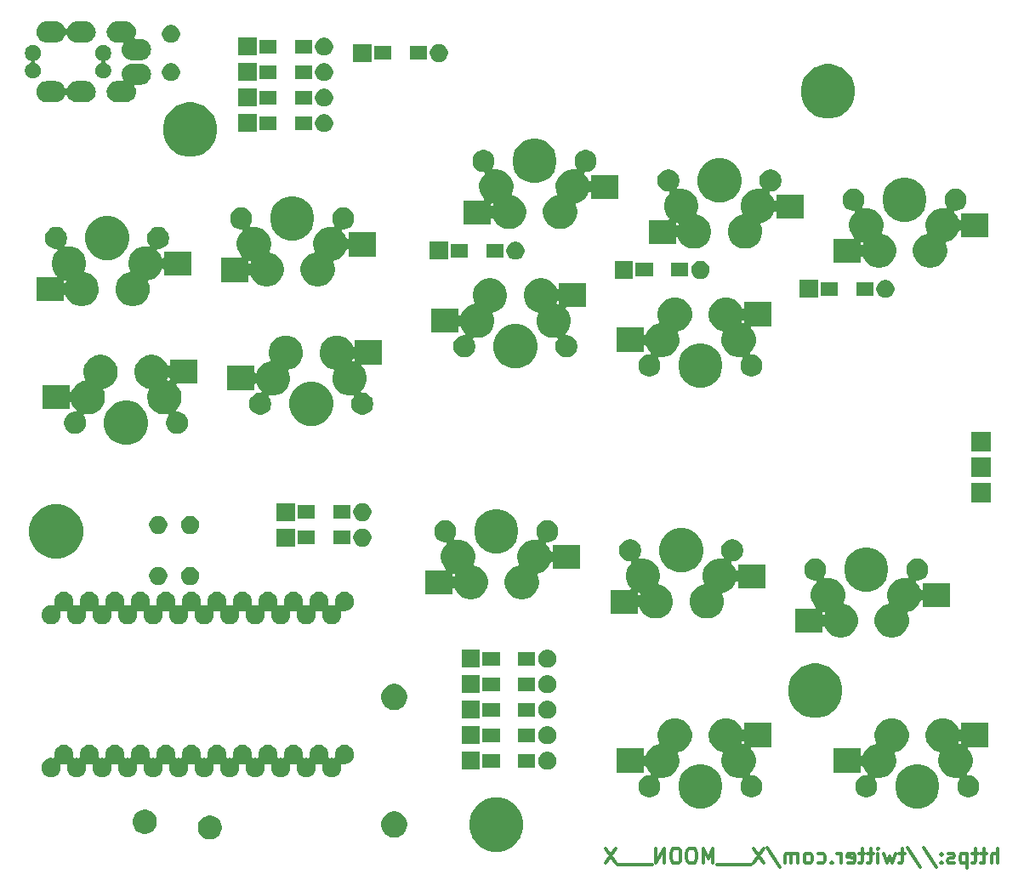
<source format=gbs>
G04 #@! TF.GenerationSoftware,KiCad,Pcbnew,5.0.2+dfsg1-1~bpo9+1*
G04 #@! TF.CreationDate,2019-02-28T23:47:22+09:00*
G04 #@! TF.ProjectId,wabisabi,77616269-7361-4626-992e-6b696361645f,rev?*
G04 #@! TF.SameCoordinates,Original*
G04 #@! TF.FileFunction,Soldermask,Bot*
G04 #@! TF.FilePolarity,Negative*
%FSLAX46Y46*%
G04 Gerber Fmt 4.6, Leading zero omitted, Abs format (unit mm)*
G04 Created by KiCad (PCBNEW 5.0.2+dfsg1-1~bpo9+1) date 2019年02月28日 23時47分22秒*
%MOMM*%
%LPD*%
G01*
G04 APERTURE LIST*
%ADD10C,0.300000*%
%ADD11C,0.100000*%
G04 APERTURE END LIST*
D10*
X185199285Y-134028571D02*
X185199285Y-132528571D01*
X184556428Y-134028571D02*
X184556428Y-133242857D01*
X184627857Y-133100000D01*
X184770714Y-133028571D01*
X184985000Y-133028571D01*
X185127857Y-133100000D01*
X185199285Y-133171428D01*
X184056428Y-133028571D02*
X183485000Y-133028571D01*
X183842142Y-132528571D02*
X183842142Y-133814285D01*
X183770714Y-133957142D01*
X183627857Y-134028571D01*
X183485000Y-134028571D01*
X183199285Y-133028571D02*
X182627857Y-133028571D01*
X182985000Y-132528571D02*
X182985000Y-133814285D01*
X182913571Y-133957142D01*
X182770714Y-134028571D01*
X182627857Y-134028571D01*
X182127857Y-133028571D02*
X182127857Y-134528571D01*
X182127857Y-133100000D02*
X181985000Y-133028571D01*
X181699285Y-133028571D01*
X181556428Y-133100000D01*
X181485000Y-133171428D01*
X181413571Y-133314285D01*
X181413571Y-133742857D01*
X181485000Y-133885714D01*
X181556428Y-133957142D01*
X181699285Y-134028571D01*
X181985000Y-134028571D01*
X182127857Y-133957142D01*
X180842142Y-133957142D02*
X180699285Y-134028571D01*
X180413571Y-134028571D01*
X180270714Y-133957142D01*
X180199285Y-133814285D01*
X180199285Y-133742857D01*
X180270714Y-133600000D01*
X180413571Y-133528571D01*
X180627857Y-133528571D01*
X180770714Y-133457142D01*
X180842142Y-133314285D01*
X180842142Y-133242857D01*
X180770714Y-133100000D01*
X180627857Y-133028571D01*
X180413571Y-133028571D01*
X180270714Y-133100000D01*
X179556428Y-133885714D02*
X179485000Y-133957142D01*
X179556428Y-134028571D01*
X179627857Y-133957142D01*
X179556428Y-133885714D01*
X179556428Y-134028571D01*
X179556428Y-133100000D02*
X179485000Y-133171428D01*
X179556428Y-133242857D01*
X179627857Y-133171428D01*
X179556428Y-133100000D01*
X179556428Y-133242857D01*
X177770714Y-132457142D02*
X179056428Y-134385714D01*
X176199285Y-132457142D02*
X177485000Y-134385714D01*
X175913571Y-133028571D02*
X175342142Y-133028571D01*
X175699285Y-132528571D02*
X175699285Y-133814285D01*
X175627857Y-133957142D01*
X175485000Y-134028571D01*
X175342142Y-134028571D01*
X174985000Y-133028571D02*
X174699285Y-134028571D01*
X174413571Y-133314285D01*
X174127857Y-134028571D01*
X173842142Y-133028571D01*
X173270714Y-134028571D02*
X173270714Y-133028571D01*
X173270714Y-132528571D02*
X173342142Y-132600000D01*
X173270714Y-132671428D01*
X173199285Y-132600000D01*
X173270714Y-132528571D01*
X173270714Y-132671428D01*
X172770714Y-133028571D02*
X172199285Y-133028571D01*
X172556428Y-132528571D02*
X172556428Y-133814285D01*
X172485000Y-133957142D01*
X172342142Y-134028571D01*
X172199285Y-134028571D01*
X171913571Y-133028571D02*
X171342142Y-133028571D01*
X171699285Y-132528571D02*
X171699285Y-133814285D01*
X171627857Y-133957142D01*
X171485000Y-134028571D01*
X171342142Y-134028571D01*
X170270714Y-133957142D02*
X170413571Y-134028571D01*
X170699285Y-134028571D01*
X170842142Y-133957142D01*
X170913571Y-133814285D01*
X170913571Y-133242857D01*
X170842142Y-133100000D01*
X170699285Y-133028571D01*
X170413571Y-133028571D01*
X170270714Y-133100000D01*
X170199285Y-133242857D01*
X170199285Y-133385714D01*
X170913571Y-133528571D01*
X169556428Y-134028571D02*
X169556428Y-133028571D01*
X169556428Y-133314285D02*
X169485000Y-133171428D01*
X169413571Y-133100000D01*
X169270714Y-133028571D01*
X169127857Y-133028571D01*
X168627857Y-133885714D02*
X168556428Y-133957142D01*
X168627857Y-134028571D01*
X168699285Y-133957142D01*
X168627857Y-133885714D01*
X168627857Y-134028571D01*
X167270714Y-133957142D02*
X167413571Y-134028571D01*
X167699285Y-134028571D01*
X167842142Y-133957142D01*
X167913571Y-133885714D01*
X167985000Y-133742857D01*
X167985000Y-133314285D01*
X167913571Y-133171428D01*
X167842142Y-133100000D01*
X167699285Y-133028571D01*
X167413571Y-133028571D01*
X167270714Y-133100000D01*
X166413571Y-134028571D02*
X166556428Y-133957142D01*
X166627857Y-133885714D01*
X166699285Y-133742857D01*
X166699285Y-133314285D01*
X166627857Y-133171428D01*
X166556428Y-133100000D01*
X166413571Y-133028571D01*
X166199285Y-133028571D01*
X166056428Y-133100000D01*
X165985000Y-133171428D01*
X165913571Y-133314285D01*
X165913571Y-133742857D01*
X165985000Y-133885714D01*
X166056428Y-133957142D01*
X166199285Y-134028571D01*
X166413571Y-134028571D01*
X165270714Y-134028571D02*
X165270714Y-133028571D01*
X165270714Y-133171428D02*
X165199285Y-133100000D01*
X165056428Y-133028571D01*
X164842142Y-133028571D01*
X164699285Y-133100000D01*
X164627857Y-133242857D01*
X164627857Y-134028571D01*
X164627857Y-133242857D02*
X164556428Y-133100000D01*
X164413571Y-133028571D01*
X164199285Y-133028571D01*
X164056428Y-133100000D01*
X163985000Y-133242857D01*
X163985000Y-134028571D01*
X162199285Y-132457142D02*
X163485000Y-134385714D01*
X161842142Y-132528571D02*
X160842142Y-134028571D01*
X160842142Y-132528571D02*
X161842142Y-134028571D01*
X160627857Y-134171428D02*
X159485000Y-134171428D01*
X159485000Y-134171428D02*
X158342142Y-134171428D01*
X158342142Y-134171428D02*
X157199285Y-134171428D01*
X156842142Y-134028571D02*
X156842142Y-132528571D01*
X156342142Y-133600000D01*
X155842142Y-132528571D01*
X155842142Y-134028571D01*
X154842142Y-132528571D02*
X154556428Y-132528571D01*
X154413571Y-132600000D01*
X154270714Y-132742857D01*
X154199285Y-133028571D01*
X154199285Y-133528571D01*
X154270714Y-133814285D01*
X154413571Y-133957142D01*
X154556428Y-134028571D01*
X154842142Y-134028571D01*
X154985000Y-133957142D01*
X155127857Y-133814285D01*
X155199285Y-133528571D01*
X155199285Y-133028571D01*
X155127857Y-132742857D01*
X154985000Y-132600000D01*
X154842142Y-132528571D01*
X153270714Y-132528571D02*
X152985000Y-132528571D01*
X152842142Y-132600000D01*
X152699285Y-132742857D01*
X152627857Y-133028571D01*
X152627857Y-133528571D01*
X152699285Y-133814285D01*
X152842142Y-133957142D01*
X152985000Y-134028571D01*
X153270714Y-134028571D01*
X153413571Y-133957142D01*
X153556428Y-133814285D01*
X153627857Y-133528571D01*
X153627857Y-133028571D01*
X153556428Y-132742857D01*
X153413571Y-132600000D01*
X153270714Y-132528571D01*
X151985000Y-134028571D02*
X151985000Y-132528571D01*
X151127857Y-134028571D01*
X151127857Y-132528571D01*
X150770714Y-134171428D02*
X149627857Y-134171428D01*
X149627857Y-134171428D02*
X148485000Y-134171428D01*
X148485000Y-134171428D02*
X147342142Y-134171428D01*
X147127857Y-132528571D02*
X146127857Y-134028571D01*
X146127857Y-132528571D02*
X147127857Y-134028571D01*
D11*
G36*
X136042560Y-127578759D02*
X136498031Y-127767421D01*
X136533930Y-127782291D01*
X136970268Y-128073843D01*
X136976153Y-128077775D01*
X137352225Y-128453847D01*
X137352227Y-128453850D01*
X137602439Y-128828318D01*
X137647710Y-128896072D01*
X137851241Y-129387440D01*
X137955000Y-129909072D01*
X137955000Y-130440928D01*
X137851241Y-130962560D01*
X137700266Y-131327046D01*
X137647709Y-131453930D01*
X137602438Y-131521683D01*
X137352225Y-131896153D01*
X136976153Y-132272225D01*
X136976150Y-132272227D01*
X136533930Y-132567709D01*
X136533929Y-132567710D01*
X136533928Y-132567710D01*
X136042560Y-132771241D01*
X135520928Y-132875000D01*
X134989072Y-132875000D01*
X134467440Y-132771241D01*
X133976072Y-132567710D01*
X133976071Y-132567710D01*
X133976070Y-132567709D01*
X133533850Y-132272227D01*
X133533847Y-132272225D01*
X133157775Y-131896153D01*
X132907562Y-131521683D01*
X132862291Y-131453930D01*
X132809734Y-131327046D01*
X132658759Y-130962560D01*
X132555000Y-130440928D01*
X132555000Y-129909072D01*
X132658759Y-129387440D01*
X132862290Y-128896072D01*
X132907562Y-128828318D01*
X133157773Y-128453850D01*
X133157775Y-128453847D01*
X133533847Y-128077775D01*
X133539732Y-128073843D01*
X133976070Y-127782291D01*
X134011969Y-127767421D01*
X134467440Y-127578759D01*
X134989072Y-127475000D01*
X135520928Y-127475000D01*
X136042560Y-127578759D01*
X136042560Y-127578759D01*
G37*
G36*
X107092659Y-129304371D02*
X107311045Y-129394829D01*
X107507591Y-129526157D01*
X107674732Y-129693298D01*
X107806060Y-129889844D01*
X107896518Y-130108230D01*
X107942633Y-130340065D01*
X107942633Y-130576447D01*
X107896518Y-130808282D01*
X107806060Y-131026668D01*
X107674732Y-131223214D01*
X107507591Y-131390355D01*
X107311045Y-131521683D01*
X107092659Y-131612141D01*
X106860824Y-131658256D01*
X106624442Y-131658256D01*
X106392607Y-131612141D01*
X106174221Y-131521683D01*
X105977675Y-131390355D01*
X105810534Y-131223214D01*
X105679206Y-131026668D01*
X105588748Y-130808282D01*
X105542633Y-130576447D01*
X105542633Y-130340065D01*
X105588748Y-130108230D01*
X105679206Y-129889844D01*
X105810534Y-129693298D01*
X105977675Y-129526157D01*
X106174221Y-129394829D01*
X106392607Y-129304371D01*
X106624442Y-129258256D01*
X106860824Y-129258256D01*
X107092659Y-129304371D01*
X107092659Y-129304371D01*
G37*
G36*
X125474196Y-128924958D02*
X125710780Y-129022954D01*
X125923705Y-129165226D01*
X126104774Y-129346295D01*
X126247046Y-129559220D01*
X126345042Y-129795804D01*
X126395000Y-130046960D01*
X126395000Y-130303040D01*
X126345042Y-130554196D01*
X126247046Y-130790780D01*
X126104774Y-131003705D01*
X125923705Y-131184774D01*
X125710780Y-131327046D01*
X125474196Y-131425042D01*
X125223040Y-131475000D01*
X124966960Y-131475000D01*
X124715804Y-131425042D01*
X124479220Y-131327046D01*
X124266295Y-131184774D01*
X124085226Y-131003705D01*
X123942954Y-130790780D01*
X123844958Y-130554196D01*
X123795000Y-130303040D01*
X123795000Y-130046960D01*
X123844958Y-129795804D01*
X123942954Y-129559220D01*
X124085226Y-129346295D01*
X124266295Y-129165226D01*
X124479220Y-129022954D01*
X124715804Y-128924958D01*
X124966960Y-128875000D01*
X125223040Y-128875000D01*
X125474196Y-128924958D01*
X125474196Y-128924958D01*
G37*
G36*
X100617393Y-128737859D02*
X100835779Y-128828317D01*
X101032325Y-128959645D01*
X101199466Y-129126786D01*
X101330794Y-129323332D01*
X101421252Y-129541718D01*
X101467367Y-129773553D01*
X101467367Y-130009935D01*
X101421252Y-130241770D01*
X101330794Y-130460156D01*
X101199466Y-130656702D01*
X101032325Y-130823843D01*
X100835779Y-130955171D01*
X100617393Y-131045629D01*
X100385558Y-131091744D01*
X100149176Y-131091744D01*
X99917341Y-131045629D01*
X99698955Y-130955171D01*
X99502409Y-130823843D01*
X99335268Y-130656702D01*
X99203940Y-130460156D01*
X99113482Y-130241770D01*
X99067367Y-130009935D01*
X99067367Y-129773553D01*
X99113482Y-129541718D01*
X99203940Y-129323332D01*
X99335268Y-129126786D01*
X99502409Y-128959645D01*
X99698955Y-128828317D01*
X99917341Y-128737859D01*
X100149176Y-128691744D01*
X100385558Y-128691744D01*
X100617393Y-128737859D01*
X100617393Y-128737859D01*
G37*
G36*
X177806716Y-124249544D02*
X178207090Y-124415384D01*
X178567421Y-124656150D01*
X178873850Y-124962579D01*
X179114616Y-125322910D01*
X179280456Y-125723284D01*
X179365000Y-126148317D01*
X179365000Y-126581683D01*
X179280456Y-127006716D01*
X179114616Y-127407090D01*
X178873850Y-127767421D01*
X178567421Y-128073850D01*
X178207090Y-128314616D01*
X177806716Y-128480456D01*
X177381683Y-128565000D01*
X176948317Y-128565000D01*
X176523284Y-128480456D01*
X176122910Y-128314616D01*
X175762579Y-128073850D01*
X175456150Y-127767421D01*
X175215384Y-127407090D01*
X175049544Y-127006716D01*
X174965000Y-126581683D01*
X174965000Y-126148317D01*
X175049544Y-125723284D01*
X175215384Y-125322910D01*
X175456150Y-124962579D01*
X175762579Y-124656150D01*
X176122910Y-124415384D01*
X176523284Y-124249544D01*
X176948317Y-124165000D01*
X177381683Y-124165000D01*
X177806716Y-124249544D01*
X177806716Y-124249544D01*
G37*
G36*
X156216716Y-124249544D02*
X156617090Y-124415384D01*
X156977421Y-124656150D01*
X157283850Y-124962579D01*
X157524616Y-125322910D01*
X157690456Y-125723284D01*
X157775000Y-126148317D01*
X157775000Y-126581683D01*
X157690456Y-127006716D01*
X157524616Y-127407090D01*
X157283850Y-127767421D01*
X156977421Y-128073850D01*
X156617090Y-128314616D01*
X156216716Y-128480456D01*
X155791683Y-128565000D01*
X155358317Y-128565000D01*
X154933284Y-128480456D01*
X154532910Y-128314616D01*
X154172579Y-128073850D01*
X153866150Y-127767421D01*
X153625384Y-127407090D01*
X153459544Y-127006716D01*
X153375000Y-126581683D01*
X153375000Y-126148317D01*
X153459544Y-125723284D01*
X153625384Y-125322910D01*
X153866150Y-124962579D01*
X154172579Y-124656150D01*
X154532910Y-124415384D01*
X154933284Y-124249544D01*
X155358317Y-124165000D01*
X155791683Y-124165000D01*
X156216716Y-124249544D01*
X156216716Y-124249544D01*
G37*
G36*
X153421393Y-119628553D02*
X153530872Y-119650330D01*
X153840252Y-119778479D01*
X154118687Y-119964523D01*
X154355477Y-120201313D01*
X154541521Y-120479748D01*
X154632537Y-120699481D01*
X154669670Y-120789129D01*
X154735000Y-121117563D01*
X154735000Y-121452437D01*
X154691447Y-121671393D01*
X154669670Y-121780872D01*
X154541521Y-122090252D01*
X154355477Y-122368687D01*
X154118687Y-122605477D01*
X153840252Y-122791521D01*
X153555678Y-122909395D01*
X153530872Y-122919670D01*
X153402349Y-122945235D01*
X153378900Y-122952348D01*
X153357289Y-122963900D01*
X153338347Y-122979445D01*
X153322802Y-122998387D01*
X153311251Y-123019998D01*
X153304138Y-123043447D01*
X153301736Y-123067833D01*
X153304138Y-123092220D01*
X153311246Y-123115654D01*
X153399670Y-123329128D01*
X153438868Y-123526190D01*
X153465000Y-123657563D01*
X153465000Y-123992437D01*
X153436832Y-124134047D01*
X153399670Y-124320872D01*
X153271521Y-124630252D01*
X153085477Y-124908687D01*
X152848687Y-125145477D01*
X152570252Y-125331521D01*
X152260872Y-125459670D01*
X152151393Y-125481447D01*
X151932437Y-125525000D01*
X151597564Y-125525000D01*
X151525061Y-125510578D01*
X151500416Y-125505676D01*
X151476030Y-125503274D01*
X151451644Y-125505676D01*
X151428195Y-125512789D01*
X151406584Y-125524340D01*
X151387642Y-125539886D01*
X151372096Y-125558828D01*
X151360545Y-125580438D01*
X151353432Y-125603887D01*
X151351030Y-125628274D01*
X151353432Y-125652660D01*
X151360545Y-125676109D01*
X151372096Y-125697720D01*
X151469808Y-125843956D01*
X151552728Y-126044143D01*
X151595000Y-126256658D01*
X151595000Y-126473342D01*
X151552728Y-126685857D01*
X151469809Y-126886042D01*
X151349422Y-127066213D01*
X151196213Y-127219422D01*
X151016042Y-127339809D01*
X150815857Y-127422728D01*
X150603342Y-127465000D01*
X150386658Y-127465000D01*
X150174143Y-127422728D01*
X149973958Y-127339809D01*
X149793787Y-127219422D01*
X149640578Y-127066213D01*
X149520191Y-126886042D01*
X149437272Y-126685857D01*
X149395000Y-126473342D01*
X149395000Y-126256658D01*
X149437272Y-126044143D01*
X149520191Y-125843958D01*
X149600823Y-125723284D01*
X149640575Y-125663791D01*
X149640576Y-125663790D01*
X149640578Y-125663787D01*
X149793787Y-125510578D01*
X149801125Y-125505675D01*
X149973955Y-125390193D01*
X149973958Y-125390191D01*
X150174143Y-125307272D01*
X150386658Y-125265000D01*
X150499061Y-125265000D01*
X150523447Y-125262598D01*
X150546896Y-125255485D01*
X150568507Y-125243934D01*
X150587449Y-125228388D01*
X150602995Y-125209446D01*
X150614546Y-125187835D01*
X150621659Y-125164386D01*
X150624061Y-125140000D01*
X150621659Y-125115614D01*
X150614546Y-125092165D01*
X150602995Y-125070554D01*
X150587454Y-125051618D01*
X150444523Y-124908687D01*
X150258479Y-124630252D01*
X150165483Y-124405740D01*
X150153934Y-124384132D01*
X150138388Y-124365190D01*
X150119446Y-124349644D01*
X150097835Y-124338093D01*
X150074386Y-124330980D01*
X150050000Y-124328578D01*
X150025614Y-124330980D01*
X150002165Y-124338093D01*
X149980554Y-124349644D01*
X149961612Y-124365190D01*
X149946066Y-124384132D01*
X149934515Y-124405743D01*
X149927402Y-124429192D01*
X149925000Y-124453578D01*
X149925000Y-124985000D01*
X147225000Y-124985000D01*
X147225000Y-122585000D01*
X149925000Y-122585000D01*
X149925000Y-123196422D01*
X149927402Y-123220808D01*
X149934515Y-123244257D01*
X149946066Y-123265868D01*
X149961612Y-123284810D01*
X149980554Y-123300356D01*
X150002165Y-123311907D01*
X150025614Y-123319020D01*
X150050000Y-123321422D01*
X150074386Y-123319020D01*
X150097835Y-123311907D01*
X150119446Y-123300356D01*
X150138388Y-123284810D01*
X150153934Y-123265868D01*
X150165485Y-123244257D01*
X150258479Y-123019748D01*
X150444523Y-122741313D01*
X150681313Y-122504523D01*
X150959748Y-122318479D01*
X151269128Y-122190330D01*
X151269133Y-122190329D01*
X151397651Y-122164765D01*
X151421100Y-122157652D01*
X151442711Y-122146100D01*
X151461653Y-122130555D01*
X151477198Y-122111613D01*
X151488749Y-122090002D01*
X151495862Y-122066553D01*
X151498264Y-122042167D01*
X151495862Y-122017780D01*
X151488754Y-121994346D01*
X151400330Y-121780872D01*
X151361132Y-121583810D01*
X151335000Y-121452437D01*
X151335000Y-121117563D01*
X151400330Y-120789129D01*
X151437463Y-120699481D01*
X151528479Y-120479748D01*
X151714523Y-120201313D01*
X151951313Y-119964523D01*
X152229748Y-119778479D01*
X152539128Y-119650330D01*
X152648607Y-119628553D01*
X152867563Y-119585000D01*
X153202437Y-119585000D01*
X153421393Y-119628553D01*
X153421393Y-119628553D01*
G37*
G36*
X180091393Y-119628553D02*
X180200872Y-119650330D01*
X180510252Y-119778479D01*
X180788687Y-119964523D01*
X181025477Y-120201313D01*
X181211521Y-120479748D01*
X181274518Y-120631836D01*
X181286066Y-120653442D01*
X181301612Y-120672384D01*
X181320554Y-120687930D01*
X181342165Y-120699481D01*
X181365614Y-120706594D01*
X181390000Y-120708996D01*
X181414386Y-120706594D01*
X181437835Y-120699481D01*
X181459446Y-120687930D01*
X181478388Y-120672384D01*
X181493934Y-120653442D01*
X181505485Y-120631831D01*
X181512598Y-120608382D01*
X181515000Y-120583996D01*
X181515000Y-120045000D01*
X184215000Y-120045000D01*
X184215000Y-122445000D01*
X182300940Y-122445000D01*
X182276554Y-122447402D01*
X182253105Y-122454515D01*
X182231494Y-122466066D01*
X182212552Y-122481612D01*
X182197006Y-122500554D01*
X182185455Y-122522165D01*
X182178342Y-122545614D01*
X182175940Y-122570000D01*
X182178342Y-122594386D01*
X182185455Y-122617835D01*
X182197006Y-122639446D01*
X182212547Y-122658382D01*
X182295477Y-122741312D01*
X182481521Y-123019747D01*
X182606478Y-123321422D01*
X182609670Y-123329128D01*
X182675000Y-123657562D01*
X182675000Y-123992436D01*
X182643119Y-124152711D01*
X182609670Y-124320871D01*
X182481521Y-124630251D01*
X182295477Y-124908686D01*
X182152545Y-125051618D01*
X182137004Y-125070554D01*
X182125453Y-125092165D01*
X182118340Y-125115614D01*
X182115938Y-125140000D01*
X182118340Y-125164386D01*
X182125453Y-125187835D01*
X182137004Y-125209446D01*
X182152550Y-125228388D01*
X182171492Y-125243934D01*
X182193103Y-125255485D01*
X182216552Y-125262598D01*
X182240938Y-125265000D01*
X182353342Y-125265000D01*
X182565857Y-125307272D01*
X182766042Y-125390191D01*
X182766045Y-125390193D01*
X182938876Y-125505675D01*
X182946213Y-125510578D01*
X183099422Y-125663787D01*
X183099424Y-125663790D01*
X183099425Y-125663791D01*
X183139177Y-125723284D01*
X183219809Y-125843958D01*
X183302728Y-126044143D01*
X183345000Y-126256658D01*
X183345000Y-126473342D01*
X183302728Y-126685857D01*
X183219809Y-126886042D01*
X183099422Y-127066213D01*
X182946213Y-127219422D01*
X182766042Y-127339809D01*
X182565857Y-127422728D01*
X182353342Y-127465000D01*
X182136658Y-127465000D01*
X181924143Y-127422728D01*
X181723958Y-127339809D01*
X181543787Y-127219422D01*
X181390578Y-127066213D01*
X181270191Y-126886042D01*
X181187272Y-126685857D01*
X181145000Y-126473342D01*
X181145000Y-126256658D01*
X181187272Y-126044143D01*
X181270193Y-125843954D01*
X181367904Y-125697720D01*
X181379456Y-125676109D01*
X181386569Y-125652660D01*
X181388971Y-125628273D01*
X181386569Y-125603887D01*
X181379456Y-125580438D01*
X181367905Y-125558827D01*
X181352360Y-125539885D01*
X181333418Y-125524340D01*
X181311807Y-125512788D01*
X181288358Y-125505675D01*
X181263971Y-125503273D01*
X181239585Y-125505675D01*
X181142437Y-125524999D01*
X180807563Y-125524999D01*
X180588607Y-125481446D01*
X180479128Y-125459669D01*
X180169748Y-125331520D01*
X179891313Y-125145476D01*
X179654523Y-124908686D01*
X179468479Y-124630251D01*
X179340330Y-124320871D01*
X179306881Y-124152711D01*
X179275000Y-123992436D01*
X179275000Y-123657562D01*
X179340330Y-123329128D01*
X179344517Y-123319020D01*
X179428749Y-123115665D01*
X179435861Y-123092218D01*
X179438263Y-123067832D01*
X179435861Y-123043446D01*
X179428748Y-123019996D01*
X179417197Y-122998386D01*
X179401651Y-122979444D01*
X179382709Y-122963898D01*
X179361098Y-122952347D01*
X179337652Y-122945235D01*
X179209128Y-122919670D01*
X178899748Y-122791521D01*
X178621313Y-122605477D01*
X178384523Y-122368687D01*
X178198479Y-122090252D01*
X178178563Y-122042168D01*
X181241737Y-122042168D01*
X181244139Y-122066554D01*
X181251252Y-122090003D01*
X181262804Y-122111614D01*
X181278349Y-122130556D01*
X181297291Y-122146101D01*
X181318902Y-122157652D01*
X181342351Y-122164765D01*
X181354290Y-122167140D01*
X181365615Y-122169392D01*
X181390002Y-122171794D01*
X181414388Y-122169392D01*
X181437837Y-122162278D01*
X181459448Y-122150727D01*
X181478389Y-122135181D01*
X181493935Y-122116239D01*
X181505486Y-122094628D01*
X181512598Y-122071179D01*
X181515000Y-122046794D01*
X181515000Y-121986004D01*
X181512598Y-121961618D01*
X181505485Y-121938169D01*
X181493934Y-121916558D01*
X181478388Y-121897616D01*
X181459446Y-121882070D01*
X181437835Y-121870519D01*
X181414386Y-121863406D01*
X181390000Y-121861004D01*
X181365614Y-121863406D01*
X181342165Y-121870519D01*
X181320554Y-121882070D01*
X181301612Y-121897616D01*
X181286066Y-121916558D01*
X181274518Y-121938164D01*
X181251252Y-121994332D01*
X181244139Y-122017782D01*
X181241737Y-122042168D01*
X178178563Y-122042168D01*
X178070330Y-121780872D01*
X178048553Y-121671393D01*
X178005000Y-121452437D01*
X178005000Y-121117563D01*
X178070330Y-120789129D01*
X178107463Y-120699481D01*
X178198479Y-120479748D01*
X178384523Y-120201313D01*
X178621313Y-119964523D01*
X178899748Y-119778479D01*
X179209128Y-119650330D01*
X179318607Y-119628553D01*
X179537563Y-119585000D01*
X179872437Y-119585000D01*
X180091393Y-119628553D01*
X180091393Y-119628553D01*
G37*
G36*
X158501393Y-119628553D02*
X158610872Y-119650330D01*
X158920252Y-119778479D01*
X159198687Y-119964523D01*
X159435477Y-120201313D01*
X159621521Y-120479748D01*
X159684518Y-120631836D01*
X159696066Y-120653442D01*
X159711612Y-120672384D01*
X159730554Y-120687930D01*
X159752165Y-120699481D01*
X159775614Y-120706594D01*
X159800000Y-120708996D01*
X159824386Y-120706594D01*
X159847835Y-120699481D01*
X159869446Y-120687930D01*
X159888388Y-120672384D01*
X159903934Y-120653442D01*
X159915485Y-120631831D01*
X159922598Y-120608382D01*
X159925000Y-120583996D01*
X159925000Y-120045000D01*
X162625000Y-120045000D01*
X162625000Y-122445000D01*
X160710940Y-122445000D01*
X160686554Y-122447402D01*
X160663105Y-122454515D01*
X160641494Y-122466066D01*
X160622552Y-122481612D01*
X160607006Y-122500554D01*
X160595455Y-122522165D01*
X160588342Y-122545614D01*
X160585940Y-122570000D01*
X160588342Y-122594386D01*
X160595455Y-122617835D01*
X160607006Y-122639446D01*
X160622547Y-122658382D01*
X160705477Y-122741312D01*
X160891521Y-123019747D01*
X161016478Y-123321422D01*
X161019670Y-123329128D01*
X161085000Y-123657562D01*
X161085000Y-123992436D01*
X161053119Y-124152711D01*
X161019670Y-124320871D01*
X160891521Y-124630251D01*
X160705477Y-124908686D01*
X160562545Y-125051618D01*
X160547004Y-125070554D01*
X160535453Y-125092165D01*
X160528340Y-125115614D01*
X160525938Y-125140000D01*
X160528340Y-125164386D01*
X160535453Y-125187835D01*
X160547004Y-125209446D01*
X160562550Y-125228388D01*
X160581492Y-125243934D01*
X160603103Y-125255485D01*
X160626552Y-125262598D01*
X160650938Y-125265000D01*
X160763342Y-125265000D01*
X160975857Y-125307272D01*
X161176042Y-125390191D01*
X161176045Y-125390193D01*
X161348876Y-125505675D01*
X161356213Y-125510578D01*
X161509422Y-125663787D01*
X161509424Y-125663790D01*
X161509425Y-125663791D01*
X161549177Y-125723284D01*
X161629809Y-125843958D01*
X161712728Y-126044143D01*
X161755000Y-126256658D01*
X161755000Y-126473342D01*
X161712728Y-126685857D01*
X161629809Y-126886042D01*
X161509422Y-127066213D01*
X161356213Y-127219422D01*
X161176042Y-127339809D01*
X160975857Y-127422728D01*
X160763342Y-127465000D01*
X160546658Y-127465000D01*
X160334143Y-127422728D01*
X160133958Y-127339809D01*
X159953787Y-127219422D01*
X159800578Y-127066213D01*
X159680191Y-126886042D01*
X159597272Y-126685857D01*
X159555000Y-126473342D01*
X159555000Y-126256658D01*
X159597272Y-126044143D01*
X159680193Y-125843954D01*
X159777904Y-125697720D01*
X159789456Y-125676109D01*
X159796569Y-125652660D01*
X159798971Y-125628273D01*
X159796569Y-125603887D01*
X159789456Y-125580438D01*
X159777905Y-125558827D01*
X159762360Y-125539885D01*
X159743418Y-125524340D01*
X159721807Y-125512788D01*
X159698358Y-125505675D01*
X159673971Y-125503273D01*
X159649585Y-125505675D01*
X159552437Y-125524999D01*
X159217563Y-125524999D01*
X158998607Y-125481446D01*
X158889128Y-125459669D01*
X158579748Y-125331520D01*
X158301313Y-125145476D01*
X158064523Y-124908686D01*
X157878479Y-124630251D01*
X157750330Y-124320871D01*
X157716881Y-124152711D01*
X157685000Y-123992436D01*
X157685000Y-123657562D01*
X157750330Y-123329128D01*
X157754517Y-123319020D01*
X157838749Y-123115665D01*
X157845861Y-123092218D01*
X157848263Y-123067832D01*
X157845861Y-123043446D01*
X157838748Y-123019996D01*
X157827197Y-122998386D01*
X157811651Y-122979444D01*
X157792709Y-122963898D01*
X157771098Y-122952347D01*
X157747652Y-122945235D01*
X157619128Y-122919670D01*
X157309748Y-122791521D01*
X157031313Y-122605477D01*
X156794523Y-122368687D01*
X156608479Y-122090252D01*
X156588563Y-122042168D01*
X159651737Y-122042168D01*
X159654139Y-122066554D01*
X159661252Y-122090003D01*
X159672804Y-122111614D01*
X159688349Y-122130556D01*
X159707291Y-122146101D01*
X159728902Y-122157652D01*
X159752351Y-122164765D01*
X159764290Y-122167140D01*
X159775615Y-122169392D01*
X159800002Y-122171794D01*
X159824388Y-122169392D01*
X159847837Y-122162278D01*
X159869448Y-122150727D01*
X159888389Y-122135181D01*
X159903935Y-122116239D01*
X159915486Y-122094628D01*
X159922598Y-122071179D01*
X159925000Y-122046794D01*
X159925000Y-121986004D01*
X159922598Y-121961618D01*
X159915485Y-121938169D01*
X159903934Y-121916558D01*
X159888388Y-121897616D01*
X159869446Y-121882070D01*
X159847835Y-121870519D01*
X159824386Y-121863406D01*
X159800000Y-121861004D01*
X159775614Y-121863406D01*
X159752165Y-121870519D01*
X159730554Y-121882070D01*
X159711612Y-121897616D01*
X159696066Y-121916558D01*
X159684518Y-121938164D01*
X159661252Y-121994332D01*
X159654139Y-122017782D01*
X159651737Y-122042168D01*
X156588563Y-122042168D01*
X156480330Y-121780872D01*
X156458553Y-121671393D01*
X156415000Y-121452437D01*
X156415000Y-121117563D01*
X156480330Y-120789129D01*
X156517463Y-120699481D01*
X156608479Y-120479748D01*
X156794523Y-120201313D01*
X157031313Y-119964523D01*
X157309748Y-119778479D01*
X157619128Y-119650330D01*
X157728607Y-119628553D01*
X157947563Y-119585000D01*
X158282437Y-119585000D01*
X158501393Y-119628553D01*
X158501393Y-119628553D01*
G37*
G36*
X175011393Y-119628553D02*
X175120872Y-119650330D01*
X175430252Y-119778479D01*
X175708687Y-119964523D01*
X175945477Y-120201313D01*
X176131521Y-120479748D01*
X176222537Y-120699481D01*
X176259670Y-120789129D01*
X176325000Y-121117563D01*
X176325000Y-121452437D01*
X176281447Y-121671393D01*
X176259670Y-121780872D01*
X176131521Y-122090252D01*
X175945477Y-122368687D01*
X175708687Y-122605477D01*
X175430252Y-122791521D01*
X175145678Y-122909395D01*
X175120872Y-122919670D01*
X174992349Y-122945235D01*
X174968900Y-122952348D01*
X174947289Y-122963900D01*
X174928347Y-122979445D01*
X174912802Y-122998387D01*
X174901251Y-123019998D01*
X174894138Y-123043447D01*
X174891736Y-123067833D01*
X174894138Y-123092220D01*
X174901246Y-123115654D01*
X174989670Y-123329128D01*
X175028868Y-123526190D01*
X175055000Y-123657563D01*
X175055000Y-123992437D01*
X175026832Y-124134047D01*
X174989670Y-124320872D01*
X174861521Y-124630252D01*
X174675477Y-124908687D01*
X174438687Y-125145477D01*
X174160252Y-125331521D01*
X173850872Y-125459670D01*
X173741393Y-125481447D01*
X173522437Y-125525000D01*
X173187564Y-125525000D01*
X173115061Y-125510578D01*
X173090416Y-125505676D01*
X173066030Y-125503274D01*
X173041644Y-125505676D01*
X173018195Y-125512789D01*
X172996584Y-125524340D01*
X172977642Y-125539886D01*
X172962096Y-125558828D01*
X172950545Y-125580438D01*
X172943432Y-125603887D01*
X172941030Y-125628274D01*
X172943432Y-125652660D01*
X172950545Y-125676109D01*
X172962096Y-125697720D01*
X173059808Y-125843956D01*
X173142728Y-126044143D01*
X173185000Y-126256658D01*
X173185000Y-126473342D01*
X173142728Y-126685857D01*
X173059809Y-126886042D01*
X172939422Y-127066213D01*
X172786213Y-127219422D01*
X172606042Y-127339809D01*
X172405857Y-127422728D01*
X172193342Y-127465000D01*
X171976658Y-127465000D01*
X171764143Y-127422728D01*
X171563958Y-127339809D01*
X171383787Y-127219422D01*
X171230578Y-127066213D01*
X171110191Y-126886042D01*
X171027272Y-126685857D01*
X170985000Y-126473342D01*
X170985000Y-126256658D01*
X171027272Y-126044143D01*
X171110191Y-125843958D01*
X171190823Y-125723284D01*
X171230575Y-125663791D01*
X171230576Y-125663790D01*
X171230578Y-125663787D01*
X171383787Y-125510578D01*
X171391125Y-125505675D01*
X171563955Y-125390193D01*
X171563958Y-125390191D01*
X171764143Y-125307272D01*
X171976658Y-125265000D01*
X172089061Y-125265000D01*
X172113447Y-125262598D01*
X172136896Y-125255485D01*
X172158507Y-125243934D01*
X172177449Y-125228388D01*
X172192995Y-125209446D01*
X172204546Y-125187835D01*
X172211659Y-125164386D01*
X172214061Y-125140000D01*
X172211659Y-125115614D01*
X172204546Y-125092165D01*
X172192995Y-125070554D01*
X172177454Y-125051618D01*
X172034523Y-124908687D01*
X171848479Y-124630252D01*
X171755483Y-124405740D01*
X171743934Y-124384132D01*
X171728388Y-124365190D01*
X171709446Y-124349644D01*
X171687835Y-124338093D01*
X171664386Y-124330980D01*
X171640000Y-124328578D01*
X171615614Y-124330980D01*
X171592165Y-124338093D01*
X171570554Y-124349644D01*
X171551612Y-124365190D01*
X171536066Y-124384132D01*
X171524515Y-124405743D01*
X171517402Y-124429192D01*
X171515000Y-124453578D01*
X171515000Y-124985000D01*
X168815000Y-124985000D01*
X168815000Y-122585000D01*
X171515000Y-122585000D01*
X171515000Y-123196422D01*
X171517402Y-123220808D01*
X171524515Y-123244257D01*
X171536066Y-123265868D01*
X171551612Y-123284810D01*
X171570554Y-123300356D01*
X171592165Y-123311907D01*
X171615614Y-123319020D01*
X171640000Y-123321422D01*
X171664386Y-123319020D01*
X171687835Y-123311907D01*
X171709446Y-123300356D01*
X171728388Y-123284810D01*
X171743934Y-123265868D01*
X171755485Y-123244257D01*
X171848479Y-123019748D01*
X172034523Y-122741313D01*
X172271313Y-122504523D01*
X172549748Y-122318479D01*
X172859128Y-122190330D01*
X172859133Y-122190329D01*
X172987651Y-122164765D01*
X173011100Y-122157652D01*
X173032711Y-122146100D01*
X173051653Y-122130555D01*
X173067198Y-122111613D01*
X173078749Y-122090002D01*
X173085862Y-122066553D01*
X173088264Y-122042167D01*
X173085862Y-122017780D01*
X173078754Y-121994346D01*
X172990330Y-121780872D01*
X172951132Y-121583810D01*
X172925000Y-121452437D01*
X172925000Y-121117563D01*
X172990330Y-120789129D01*
X173027463Y-120699481D01*
X173118479Y-120479748D01*
X173304523Y-120201313D01*
X173541313Y-119964523D01*
X173819748Y-119778479D01*
X174129128Y-119650330D01*
X174238607Y-119628553D01*
X174457563Y-119585000D01*
X174792437Y-119585000D01*
X175011393Y-119628553D01*
X175011393Y-119628553D01*
G37*
G36*
X92482603Y-122264968D02*
X92482606Y-122264969D01*
X92482605Y-122264969D01*
X92657678Y-122337486D01*
X92657679Y-122337487D01*
X92815241Y-122442767D01*
X92949233Y-122576759D01*
X92949234Y-122576761D01*
X93054514Y-122734322D01*
X93078206Y-122791521D01*
X93127032Y-122909397D01*
X93164000Y-123095250D01*
X93164000Y-123284750D01*
X93140008Y-123405369D01*
X93137606Y-123429756D01*
X93140008Y-123454142D01*
X93147121Y-123477591D01*
X93158673Y-123499202D01*
X93174218Y-123518144D01*
X93193160Y-123533689D01*
X93214771Y-123545240D01*
X93238220Y-123552353D01*
X93262607Y-123554755D01*
X93286992Y-123552353D01*
X93377250Y-123534400D01*
X93566750Y-123534400D01*
X93657008Y-123552353D01*
X93681395Y-123554755D01*
X93705781Y-123552353D01*
X93729230Y-123545240D01*
X93750841Y-123533688D01*
X93769783Y-123518143D01*
X93785328Y-123499201D01*
X93796879Y-123477590D01*
X93803992Y-123454141D01*
X93806394Y-123429754D01*
X93803992Y-123405369D01*
X93780000Y-123284750D01*
X93780000Y-123095250D01*
X93816968Y-122909397D01*
X93865794Y-122791521D01*
X93889486Y-122734322D01*
X93994766Y-122576761D01*
X93994767Y-122576759D01*
X94128759Y-122442767D01*
X94286321Y-122337487D01*
X94286322Y-122337486D01*
X94461395Y-122264969D01*
X94461394Y-122264969D01*
X94461397Y-122264968D01*
X94647250Y-122228000D01*
X94836750Y-122228000D01*
X95022603Y-122264968D01*
X95022606Y-122264969D01*
X95022605Y-122264969D01*
X95197678Y-122337486D01*
X95197679Y-122337487D01*
X95355241Y-122442767D01*
X95489233Y-122576759D01*
X95489234Y-122576761D01*
X95594514Y-122734322D01*
X95618206Y-122791521D01*
X95667032Y-122909397D01*
X95704000Y-123095250D01*
X95704000Y-123284750D01*
X95680008Y-123405369D01*
X95677606Y-123429756D01*
X95680008Y-123454142D01*
X95687121Y-123477591D01*
X95698673Y-123499202D01*
X95714218Y-123518144D01*
X95733160Y-123533689D01*
X95754771Y-123545240D01*
X95778220Y-123552353D01*
X95802607Y-123554755D01*
X95826992Y-123552353D01*
X95917250Y-123534400D01*
X96106750Y-123534400D01*
X96197008Y-123552353D01*
X96221395Y-123554755D01*
X96245781Y-123552353D01*
X96269230Y-123545240D01*
X96290841Y-123533688D01*
X96309783Y-123518143D01*
X96325328Y-123499201D01*
X96336879Y-123477590D01*
X96343992Y-123454141D01*
X96346394Y-123429754D01*
X96343992Y-123405369D01*
X96320000Y-123284750D01*
X96320000Y-123095250D01*
X96356968Y-122909397D01*
X96405794Y-122791521D01*
X96429486Y-122734322D01*
X96534766Y-122576761D01*
X96534767Y-122576759D01*
X96668759Y-122442767D01*
X96826321Y-122337487D01*
X96826322Y-122337486D01*
X97001395Y-122264969D01*
X97001394Y-122264969D01*
X97001397Y-122264968D01*
X97187250Y-122228000D01*
X97376750Y-122228000D01*
X97562603Y-122264968D01*
X97562606Y-122264969D01*
X97562605Y-122264969D01*
X97737678Y-122337486D01*
X97737679Y-122337487D01*
X97895241Y-122442767D01*
X98029233Y-122576759D01*
X98029234Y-122576761D01*
X98134514Y-122734322D01*
X98158206Y-122791521D01*
X98207032Y-122909397D01*
X98244000Y-123095250D01*
X98244000Y-123284750D01*
X98220008Y-123405369D01*
X98217606Y-123429756D01*
X98220008Y-123454142D01*
X98227121Y-123477591D01*
X98238673Y-123499202D01*
X98254218Y-123518144D01*
X98273160Y-123533689D01*
X98294771Y-123545240D01*
X98318220Y-123552353D01*
X98342607Y-123554755D01*
X98366992Y-123552353D01*
X98457250Y-123534400D01*
X98646750Y-123534400D01*
X98737008Y-123552353D01*
X98761395Y-123554755D01*
X98785781Y-123552353D01*
X98809230Y-123545240D01*
X98830841Y-123533688D01*
X98849783Y-123518143D01*
X98865328Y-123499201D01*
X98876879Y-123477590D01*
X98883992Y-123454141D01*
X98886394Y-123429754D01*
X98883992Y-123405369D01*
X98860000Y-123284750D01*
X98860000Y-123095250D01*
X98896968Y-122909397D01*
X98945794Y-122791521D01*
X98969486Y-122734322D01*
X99074766Y-122576761D01*
X99074767Y-122576759D01*
X99208759Y-122442767D01*
X99366321Y-122337487D01*
X99366322Y-122337486D01*
X99541395Y-122264969D01*
X99541394Y-122264969D01*
X99541397Y-122264968D01*
X99727250Y-122228000D01*
X99916750Y-122228000D01*
X100102603Y-122264968D01*
X100102606Y-122264969D01*
X100102605Y-122264969D01*
X100277678Y-122337486D01*
X100277679Y-122337487D01*
X100435241Y-122442767D01*
X100569233Y-122576759D01*
X100569234Y-122576761D01*
X100674514Y-122734322D01*
X100698206Y-122791521D01*
X100747032Y-122909397D01*
X100784000Y-123095250D01*
X100784000Y-123284750D01*
X100760008Y-123405369D01*
X100757606Y-123429756D01*
X100760008Y-123454142D01*
X100767121Y-123477591D01*
X100778673Y-123499202D01*
X100794218Y-123518144D01*
X100813160Y-123533689D01*
X100834771Y-123545240D01*
X100858220Y-123552353D01*
X100882607Y-123554755D01*
X100906992Y-123552353D01*
X100997250Y-123534400D01*
X101186750Y-123534400D01*
X101277008Y-123552353D01*
X101301395Y-123554755D01*
X101325781Y-123552353D01*
X101349230Y-123545240D01*
X101370841Y-123533688D01*
X101389783Y-123518143D01*
X101405328Y-123499201D01*
X101416879Y-123477590D01*
X101423992Y-123454141D01*
X101426394Y-123429754D01*
X101423992Y-123405369D01*
X101400000Y-123284750D01*
X101400000Y-123095250D01*
X101436968Y-122909397D01*
X101485794Y-122791521D01*
X101509486Y-122734322D01*
X101614766Y-122576761D01*
X101614767Y-122576759D01*
X101748759Y-122442767D01*
X101906321Y-122337487D01*
X101906322Y-122337486D01*
X102081395Y-122264969D01*
X102081394Y-122264969D01*
X102081397Y-122264968D01*
X102267250Y-122228000D01*
X102456750Y-122228000D01*
X102642603Y-122264968D01*
X102642606Y-122264969D01*
X102642605Y-122264969D01*
X102817678Y-122337486D01*
X102817679Y-122337487D01*
X102975241Y-122442767D01*
X103109233Y-122576759D01*
X103109234Y-122576761D01*
X103214514Y-122734322D01*
X103238206Y-122791521D01*
X103287032Y-122909397D01*
X103324000Y-123095250D01*
X103324000Y-123284750D01*
X103300008Y-123405369D01*
X103297606Y-123429756D01*
X103300008Y-123454142D01*
X103307121Y-123477591D01*
X103318673Y-123499202D01*
X103334218Y-123518144D01*
X103353160Y-123533689D01*
X103374771Y-123545240D01*
X103398220Y-123552353D01*
X103422607Y-123554755D01*
X103446992Y-123552353D01*
X103537250Y-123534400D01*
X103726750Y-123534400D01*
X103817008Y-123552353D01*
X103841395Y-123554755D01*
X103865781Y-123552353D01*
X103889230Y-123545240D01*
X103910841Y-123533688D01*
X103929783Y-123518143D01*
X103945328Y-123499201D01*
X103956879Y-123477590D01*
X103963992Y-123454141D01*
X103966394Y-123429754D01*
X103963992Y-123405369D01*
X103940000Y-123284750D01*
X103940000Y-123095250D01*
X103976968Y-122909397D01*
X104025794Y-122791521D01*
X104049486Y-122734322D01*
X104154766Y-122576761D01*
X104154767Y-122576759D01*
X104288759Y-122442767D01*
X104446321Y-122337487D01*
X104446322Y-122337486D01*
X104621395Y-122264969D01*
X104621394Y-122264969D01*
X104621397Y-122264968D01*
X104807250Y-122228000D01*
X104996750Y-122228000D01*
X105182603Y-122264968D01*
X105182606Y-122264969D01*
X105182605Y-122264969D01*
X105357678Y-122337486D01*
X105357679Y-122337487D01*
X105515241Y-122442767D01*
X105649233Y-122576759D01*
X105649234Y-122576761D01*
X105754514Y-122734322D01*
X105778206Y-122791521D01*
X105827032Y-122909397D01*
X105864000Y-123095250D01*
X105864000Y-123284750D01*
X105840008Y-123405369D01*
X105837606Y-123429756D01*
X105840008Y-123454142D01*
X105847121Y-123477591D01*
X105858673Y-123499202D01*
X105874218Y-123518144D01*
X105893160Y-123533689D01*
X105914771Y-123545240D01*
X105938220Y-123552353D01*
X105962607Y-123554755D01*
X105986992Y-123552353D01*
X106077250Y-123534400D01*
X106266750Y-123534400D01*
X106357008Y-123552353D01*
X106381395Y-123554755D01*
X106405781Y-123552353D01*
X106429230Y-123545240D01*
X106450841Y-123533688D01*
X106469783Y-123518143D01*
X106485328Y-123499201D01*
X106496879Y-123477590D01*
X106503992Y-123454141D01*
X106506394Y-123429754D01*
X106503992Y-123405369D01*
X106480000Y-123284750D01*
X106480000Y-123095250D01*
X106516968Y-122909397D01*
X106565794Y-122791521D01*
X106589486Y-122734322D01*
X106694766Y-122576761D01*
X106694767Y-122576759D01*
X106828759Y-122442767D01*
X106986321Y-122337487D01*
X106986322Y-122337486D01*
X107161395Y-122264969D01*
X107161394Y-122264969D01*
X107161397Y-122264968D01*
X107347250Y-122228000D01*
X107536750Y-122228000D01*
X107722603Y-122264968D01*
X107722606Y-122264969D01*
X107722605Y-122264969D01*
X107897678Y-122337486D01*
X107897679Y-122337487D01*
X108055241Y-122442767D01*
X108189233Y-122576759D01*
X108189234Y-122576761D01*
X108294514Y-122734322D01*
X108318206Y-122791521D01*
X108367032Y-122909397D01*
X108404000Y-123095250D01*
X108404000Y-123284750D01*
X108380008Y-123405369D01*
X108377606Y-123429756D01*
X108380008Y-123454142D01*
X108387121Y-123477591D01*
X108398673Y-123499202D01*
X108414218Y-123518144D01*
X108433160Y-123533689D01*
X108454771Y-123545240D01*
X108478220Y-123552353D01*
X108502607Y-123554755D01*
X108526992Y-123552353D01*
X108617250Y-123534400D01*
X108806750Y-123534400D01*
X108897008Y-123552353D01*
X108921395Y-123554755D01*
X108945781Y-123552353D01*
X108969230Y-123545240D01*
X108990841Y-123533688D01*
X109009783Y-123518143D01*
X109025328Y-123499201D01*
X109036879Y-123477590D01*
X109043992Y-123454141D01*
X109046394Y-123429754D01*
X109043992Y-123405369D01*
X109020000Y-123284750D01*
X109020000Y-123095250D01*
X109056968Y-122909397D01*
X109105794Y-122791521D01*
X109129486Y-122734322D01*
X109234766Y-122576761D01*
X109234767Y-122576759D01*
X109368759Y-122442767D01*
X109526321Y-122337487D01*
X109526322Y-122337486D01*
X109701395Y-122264969D01*
X109701394Y-122264969D01*
X109701397Y-122264968D01*
X109887250Y-122228000D01*
X110076750Y-122228000D01*
X110262603Y-122264968D01*
X110262606Y-122264969D01*
X110262605Y-122264969D01*
X110437678Y-122337486D01*
X110437679Y-122337487D01*
X110595241Y-122442767D01*
X110729233Y-122576759D01*
X110729234Y-122576761D01*
X110834514Y-122734322D01*
X110858206Y-122791521D01*
X110907032Y-122909397D01*
X110944000Y-123095250D01*
X110944000Y-123284750D01*
X110920008Y-123405369D01*
X110917606Y-123429756D01*
X110920008Y-123454142D01*
X110927121Y-123477591D01*
X110938673Y-123499202D01*
X110954218Y-123518144D01*
X110973160Y-123533689D01*
X110994771Y-123545240D01*
X111018220Y-123552353D01*
X111042607Y-123554755D01*
X111066992Y-123552353D01*
X111157250Y-123534400D01*
X111346750Y-123534400D01*
X111437008Y-123552353D01*
X111461395Y-123554755D01*
X111485781Y-123552353D01*
X111509230Y-123545240D01*
X111530841Y-123533688D01*
X111549783Y-123518143D01*
X111565328Y-123499201D01*
X111576879Y-123477590D01*
X111583992Y-123454141D01*
X111586394Y-123429754D01*
X111583992Y-123405369D01*
X111560000Y-123284750D01*
X111560000Y-123095250D01*
X111596968Y-122909397D01*
X111645794Y-122791521D01*
X111669486Y-122734322D01*
X111774766Y-122576761D01*
X111774767Y-122576759D01*
X111908759Y-122442767D01*
X112066321Y-122337487D01*
X112066322Y-122337486D01*
X112241395Y-122264969D01*
X112241394Y-122264969D01*
X112241397Y-122264968D01*
X112427250Y-122228000D01*
X112616750Y-122228000D01*
X112802603Y-122264968D01*
X112802606Y-122264969D01*
X112802605Y-122264969D01*
X112977678Y-122337486D01*
X112977679Y-122337487D01*
X113135241Y-122442767D01*
X113269233Y-122576759D01*
X113269234Y-122576761D01*
X113374514Y-122734322D01*
X113398206Y-122791521D01*
X113447032Y-122909397D01*
X113484000Y-123095250D01*
X113484000Y-123284750D01*
X113460008Y-123405369D01*
X113457606Y-123429756D01*
X113460008Y-123454142D01*
X113467121Y-123477591D01*
X113478673Y-123499202D01*
X113494218Y-123518144D01*
X113513160Y-123533689D01*
X113534771Y-123545240D01*
X113558220Y-123552353D01*
X113582607Y-123554755D01*
X113606992Y-123552353D01*
X113697250Y-123534400D01*
X113886750Y-123534400D01*
X113977008Y-123552353D01*
X114001395Y-123554755D01*
X114025781Y-123552353D01*
X114049230Y-123545240D01*
X114070841Y-123533688D01*
X114089783Y-123518143D01*
X114105328Y-123499201D01*
X114116879Y-123477590D01*
X114123992Y-123454141D01*
X114126394Y-123429754D01*
X114123992Y-123405369D01*
X114100000Y-123284750D01*
X114100000Y-123095250D01*
X114136968Y-122909397D01*
X114185794Y-122791521D01*
X114209486Y-122734322D01*
X114314766Y-122576761D01*
X114314767Y-122576759D01*
X114448759Y-122442767D01*
X114606321Y-122337487D01*
X114606322Y-122337486D01*
X114781395Y-122264969D01*
X114781394Y-122264969D01*
X114781397Y-122264968D01*
X114967250Y-122228000D01*
X115156750Y-122228000D01*
X115342603Y-122264968D01*
X115342606Y-122264969D01*
X115342605Y-122264969D01*
X115517678Y-122337486D01*
X115517679Y-122337487D01*
X115675241Y-122442767D01*
X115809233Y-122576759D01*
X115809234Y-122576761D01*
X115914514Y-122734322D01*
X115938206Y-122791521D01*
X115987032Y-122909397D01*
X116024000Y-123095250D01*
X116024000Y-123284750D01*
X116000008Y-123405369D01*
X115997606Y-123429756D01*
X116000008Y-123454142D01*
X116007121Y-123477591D01*
X116018673Y-123499202D01*
X116034218Y-123518144D01*
X116053160Y-123533689D01*
X116074771Y-123545240D01*
X116098220Y-123552353D01*
X116122607Y-123554755D01*
X116146992Y-123552353D01*
X116237250Y-123534400D01*
X116426750Y-123534400D01*
X116517008Y-123552353D01*
X116541395Y-123554755D01*
X116565781Y-123552353D01*
X116589230Y-123545240D01*
X116610841Y-123533688D01*
X116629783Y-123518143D01*
X116645328Y-123499201D01*
X116656879Y-123477590D01*
X116663992Y-123454141D01*
X116666394Y-123429754D01*
X116663992Y-123405369D01*
X116640000Y-123284750D01*
X116640000Y-123095250D01*
X116676968Y-122909397D01*
X116725794Y-122791521D01*
X116749486Y-122734322D01*
X116854766Y-122576761D01*
X116854767Y-122576759D01*
X116988759Y-122442767D01*
X117146321Y-122337487D01*
X117146322Y-122337486D01*
X117321395Y-122264969D01*
X117321394Y-122264969D01*
X117321397Y-122264968D01*
X117507250Y-122228000D01*
X117696750Y-122228000D01*
X117882603Y-122264968D01*
X117882606Y-122264969D01*
X117882605Y-122264969D01*
X118057678Y-122337486D01*
X118057679Y-122337487D01*
X118215241Y-122442767D01*
X118349233Y-122576759D01*
X118349234Y-122576761D01*
X118454514Y-122734322D01*
X118478206Y-122791521D01*
X118527032Y-122909397D01*
X118564000Y-123095250D01*
X118564000Y-123284750D01*
X118540008Y-123405369D01*
X118537606Y-123429756D01*
X118540008Y-123454142D01*
X118547121Y-123477591D01*
X118558673Y-123499202D01*
X118574218Y-123518144D01*
X118593160Y-123533689D01*
X118614771Y-123545240D01*
X118638220Y-123552353D01*
X118662607Y-123554755D01*
X118686992Y-123552353D01*
X118777250Y-123534400D01*
X118966750Y-123534400D01*
X119057008Y-123552353D01*
X119081395Y-123554755D01*
X119105781Y-123552353D01*
X119129230Y-123545240D01*
X119150841Y-123533688D01*
X119169783Y-123518143D01*
X119185328Y-123499201D01*
X119196879Y-123477590D01*
X119203992Y-123454141D01*
X119206394Y-123429754D01*
X119203992Y-123405369D01*
X119180000Y-123284750D01*
X119180000Y-123095250D01*
X119216968Y-122909397D01*
X119265794Y-122791521D01*
X119289486Y-122734322D01*
X119394766Y-122576761D01*
X119394767Y-122576759D01*
X119528759Y-122442767D01*
X119686321Y-122337487D01*
X119686322Y-122337486D01*
X119861395Y-122264969D01*
X119861394Y-122264969D01*
X119861397Y-122264968D01*
X120047250Y-122228000D01*
X120236750Y-122228000D01*
X120422603Y-122264968D01*
X120422606Y-122264969D01*
X120422605Y-122264969D01*
X120597678Y-122337486D01*
X120597679Y-122337487D01*
X120755241Y-122442767D01*
X120889233Y-122576759D01*
X120889234Y-122576761D01*
X120994514Y-122734322D01*
X121018206Y-122791521D01*
X121067032Y-122909397D01*
X121104000Y-123095250D01*
X121104000Y-123284750D01*
X121067032Y-123470603D01*
X121067031Y-123470605D01*
X120994514Y-123645678D01*
X120986572Y-123657564D01*
X120889233Y-123803241D01*
X120755241Y-123937233D01*
X120675923Y-123990232D01*
X120597678Y-124042514D01*
X120490078Y-124087083D01*
X120422603Y-124115032D01*
X120236750Y-124152000D01*
X120047250Y-124152000D01*
X119956992Y-124134047D01*
X119932605Y-124131645D01*
X119908219Y-124134047D01*
X119884770Y-124141160D01*
X119863159Y-124152712D01*
X119844217Y-124168257D01*
X119828672Y-124187199D01*
X119817121Y-124208810D01*
X119810008Y-124232259D01*
X119807606Y-124256646D01*
X119810008Y-124281031D01*
X119834000Y-124401650D01*
X119834000Y-124591150D01*
X119797032Y-124777003D01*
X119797031Y-124777005D01*
X119724514Y-124952078D01*
X119724513Y-124952079D01*
X119619233Y-125109641D01*
X119485241Y-125243633D01*
X119467503Y-125255485D01*
X119327678Y-125348914D01*
X119192266Y-125405003D01*
X119152603Y-125421432D01*
X118966750Y-125458400D01*
X118777250Y-125458400D01*
X118591397Y-125421432D01*
X118551734Y-125405003D01*
X118416322Y-125348914D01*
X118276497Y-125255485D01*
X118258759Y-125243633D01*
X118124767Y-125109641D01*
X118019487Y-124952079D01*
X118019486Y-124952078D01*
X117946969Y-124777005D01*
X117946968Y-124777003D01*
X117910000Y-124591150D01*
X117910000Y-124401650D01*
X117933992Y-124281031D01*
X117936394Y-124256644D01*
X117933992Y-124232258D01*
X117926879Y-124208809D01*
X117915327Y-124187198D01*
X117899782Y-124168256D01*
X117880840Y-124152711D01*
X117859229Y-124141160D01*
X117835780Y-124134047D01*
X117811393Y-124131645D01*
X117787008Y-124134047D01*
X117696750Y-124152000D01*
X117507250Y-124152000D01*
X117416992Y-124134047D01*
X117392605Y-124131645D01*
X117368219Y-124134047D01*
X117344770Y-124141160D01*
X117323159Y-124152712D01*
X117304217Y-124168257D01*
X117288672Y-124187199D01*
X117277121Y-124208810D01*
X117270008Y-124232259D01*
X117267606Y-124256646D01*
X117270008Y-124281031D01*
X117294000Y-124401650D01*
X117294000Y-124591150D01*
X117257032Y-124777003D01*
X117257031Y-124777005D01*
X117184514Y-124952078D01*
X117184513Y-124952079D01*
X117079233Y-125109641D01*
X116945241Y-125243633D01*
X116927503Y-125255485D01*
X116787678Y-125348914D01*
X116652266Y-125405003D01*
X116612603Y-125421432D01*
X116426750Y-125458400D01*
X116237250Y-125458400D01*
X116051397Y-125421432D01*
X116011734Y-125405003D01*
X115876322Y-125348914D01*
X115736497Y-125255485D01*
X115718759Y-125243633D01*
X115584767Y-125109641D01*
X115479487Y-124952079D01*
X115479486Y-124952078D01*
X115406969Y-124777005D01*
X115406968Y-124777003D01*
X115370000Y-124591150D01*
X115370000Y-124401650D01*
X115393992Y-124281031D01*
X115396394Y-124256644D01*
X115393992Y-124232258D01*
X115386879Y-124208809D01*
X115375327Y-124187198D01*
X115359782Y-124168256D01*
X115340840Y-124152711D01*
X115319229Y-124141160D01*
X115295780Y-124134047D01*
X115271393Y-124131645D01*
X115247008Y-124134047D01*
X115156750Y-124152000D01*
X114967250Y-124152000D01*
X114876992Y-124134047D01*
X114852605Y-124131645D01*
X114828219Y-124134047D01*
X114804770Y-124141160D01*
X114783159Y-124152712D01*
X114764217Y-124168257D01*
X114748672Y-124187199D01*
X114737121Y-124208810D01*
X114730008Y-124232259D01*
X114727606Y-124256646D01*
X114730008Y-124281031D01*
X114754000Y-124401650D01*
X114754000Y-124591150D01*
X114717032Y-124777003D01*
X114717031Y-124777005D01*
X114644514Y-124952078D01*
X114644513Y-124952079D01*
X114539233Y-125109641D01*
X114405241Y-125243633D01*
X114387503Y-125255485D01*
X114247678Y-125348914D01*
X114112266Y-125405003D01*
X114072603Y-125421432D01*
X113886750Y-125458400D01*
X113697250Y-125458400D01*
X113511397Y-125421432D01*
X113471734Y-125405003D01*
X113336322Y-125348914D01*
X113196497Y-125255485D01*
X113178759Y-125243633D01*
X113044767Y-125109641D01*
X112939487Y-124952079D01*
X112939486Y-124952078D01*
X112866969Y-124777005D01*
X112866968Y-124777003D01*
X112830000Y-124591150D01*
X112830000Y-124401650D01*
X112853992Y-124281031D01*
X112856394Y-124256644D01*
X112853992Y-124232258D01*
X112846879Y-124208809D01*
X112835327Y-124187198D01*
X112819782Y-124168256D01*
X112800840Y-124152711D01*
X112779229Y-124141160D01*
X112755780Y-124134047D01*
X112731393Y-124131645D01*
X112707008Y-124134047D01*
X112616750Y-124152000D01*
X112427250Y-124152000D01*
X112336992Y-124134047D01*
X112312605Y-124131645D01*
X112288219Y-124134047D01*
X112264770Y-124141160D01*
X112243159Y-124152712D01*
X112224217Y-124168257D01*
X112208672Y-124187199D01*
X112197121Y-124208810D01*
X112190008Y-124232259D01*
X112187606Y-124256646D01*
X112190008Y-124281031D01*
X112214000Y-124401650D01*
X112214000Y-124591150D01*
X112177032Y-124777003D01*
X112177031Y-124777005D01*
X112104514Y-124952078D01*
X112104513Y-124952079D01*
X111999233Y-125109641D01*
X111865241Y-125243633D01*
X111847503Y-125255485D01*
X111707678Y-125348914D01*
X111572266Y-125405003D01*
X111532603Y-125421432D01*
X111346750Y-125458400D01*
X111157250Y-125458400D01*
X110971397Y-125421432D01*
X110931734Y-125405003D01*
X110796322Y-125348914D01*
X110656497Y-125255485D01*
X110638759Y-125243633D01*
X110504767Y-125109641D01*
X110399487Y-124952079D01*
X110399486Y-124952078D01*
X110326969Y-124777005D01*
X110326968Y-124777003D01*
X110290000Y-124591150D01*
X110290000Y-124401650D01*
X110313992Y-124281031D01*
X110316394Y-124256644D01*
X110313992Y-124232258D01*
X110306879Y-124208809D01*
X110295327Y-124187198D01*
X110279782Y-124168256D01*
X110260840Y-124152711D01*
X110239229Y-124141160D01*
X110215780Y-124134047D01*
X110191393Y-124131645D01*
X110167008Y-124134047D01*
X110076750Y-124152000D01*
X109887250Y-124152000D01*
X109796992Y-124134047D01*
X109772605Y-124131645D01*
X109748219Y-124134047D01*
X109724770Y-124141160D01*
X109703159Y-124152712D01*
X109684217Y-124168257D01*
X109668672Y-124187199D01*
X109657121Y-124208810D01*
X109650008Y-124232259D01*
X109647606Y-124256646D01*
X109650008Y-124281031D01*
X109674000Y-124401650D01*
X109674000Y-124591150D01*
X109637032Y-124777003D01*
X109637031Y-124777005D01*
X109564514Y-124952078D01*
X109564513Y-124952079D01*
X109459233Y-125109641D01*
X109325241Y-125243633D01*
X109307503Y-125255485D01*
X109167678Y-125348914D01*
X109032266Y-125405003D01*
X108992603Y-125421432D01*
X108806750Y-125458400D01*
X108617250Y-125458400D01*
X108431397Y-125421432D01*
X108391734Y-125405003D01*
X108256322Y-125348914D01*
X108116497Y-125255485D01*
X108098759Y-125243633D01*
X107964767Y-125109641D01*
X107859487Y-124952079D01*
X107859486Y-124952078D01*
X107786969Y-124777005D01*
X107786968Y-124777003D01*
X107750000Y-124591150D01*
X107750000Y-124401650D01*
X107773992Y-124281031D01*
X107776394Y-124256644D01*
X107773992Y-124232258D01*
X107766879Y-124208809D01*
X107755327Y-124187198D01*
X107739782Y-124168256D01*
X107720840Y-124152711D01*
X107699229Y-124141160D01*
X107675780Y-124134047D01*
X107651393Y-124131645D01*
X107627008Y-124134047D01*
X107536750Y-124152000D01*
X107347250Y-124152000D01*
X107256992Y-124134047D01*
X107232605Y-124131645D01*
X107208219Y-124134047D01*
X107184770Y-124141160D01*
X107163159Y-124152712D01*
X107144217Y-124168257D01*
X107128672Y-124187199D01*
X107117121Y-124208810D01*
X107110008Y-124232259D01*
X107107606Y-124256646D01*
X107110008Y-124281031D01*
X107134000Y-124401650D01*
X107134000Y-124591150D01*
X107097032Y-124777003D01*
X107097031Y-124777005D01*
X107024514Y-124952078D01*
X107024513Y-124952079D01*
X106919233Y-125109641D01*
X106785241Y-125243633D01*
X106767503Y-125255485D01*
X106627678Y-125348914D01*
X106492266Y-125405003D01*
X106452603Y-125421432D01*
X106266750Y-125458400D01*
X106077250Y-125458400D01*
X105891397Y-125421432D01*
X105851734Y-125405003D01*
X105716322Y-125348914D01*
X105576497Y-125255485D01*
X105558759Y-125243633D01*
X105424767Y-125109641D01*
X105319487Y-124952079D01*
X105319486Y-124952078D01*
X105246969Y-124777005D01*
X105246968Y-124777003D01*
X105210000Y-124591150D01*
X105210000Y-124401650D01*
X105233992Y-124281031D01*
X105236394Y-124256644D01*
X105233992Y-124232258D01*
X105226879Y-124208809D01*
X105215327Y-124187198D01*
X105199782Y-124168256D01*
X105180840Y-124152711D01*
X105159229Y-124141160D01*
X105135780Y-124134047D01*
X105111393Y-124131645D01*
X105087008Y-124134047D01*
X104996750Y-124152000D01*
X104807250Y-124152000D01*
X104716992Y-124134047D01*
X104692605Y-124131645D01*
X104668219Y-124134047D01*
X104644770Y-124141160D01*
X104623159Y-124152712D01*
X104604217Y-124168257D01*
X104588672Y-124187199D01*
X104577121Y-124208810D01*
X104570008Y-124232259D01*
X104567606Y-124256646D01*
X104570008Y-124281031D01*
X104594000Y-124401650D01*
X104594000Y-124591150D01*
X104557032Y-124777003D01*
X104557031Y-124777005D01*
X104484514Y-124952078D01*
X104484513Y-124952079D01*
X104379233Y-125109641D01*
X104245241Y-125243633D01*
X104227503Y-125255485D01*
X104087678Y-125348914D01*
X103952266Y-125405003D01*
X103912603Y-125421432D01*
X103726750Y-125458400D01*
X103537250Y-125458400D01*
X103351397Y-125421432D01*
X103311734Y-125405003D01*
X103176322Y-125348914D01*
X103036497Y-125255485D01*
X103018759Y-125243633D01*
X102884767Y-125109641D01*
X102779487Y-124952079D01*
X102779486Y-124952078D01*
X102706969Y-124777005D01*
X102706968Y-124777003D01*
X102670000Y-124591150D01*
X102670000Y-124401650D01*
X102693992Y-124281031D01*
X102696394Y-124256644D01*
X102693992Y-124232258D01*
X102686879Y-124208809D01*
X102675327Y-124187198D01*
X102659782Y-124168256D01*
X102640840Y-124152711D01*
X102619229Y-124141160D01*
X102595780Y-124134047D01*
X102571393Y-124131645D01*
X102547008Y-124134047D01*
X102456750Y-124152000D01*
X102267250Y-124152000D01*
X102176992Y-124134047D01*
X102152605Y-124131645D01*
X102128219Y-124134047D01*
X102104770Y-124141160D01*
X102083159Y-124152712D01*
X102064217Y-124168257D01*
X102048672Y-124187199D01*
X102037121Y-124208810D01*
X102030008Y-124232259D01*
X102027606Y-124256646D01*
X102030008Y-124281031D01*
X102054000Y-124401650D01*
X102054000Y-124591150D01*
X102017032Y-124777003D01*
X102017031Y-124777005D01*
X101944514Y-124952078D01*
X101944513Y-124952079D01*
X101839233Y-125109641D01*
X101705241Y-125243633D01*
X101687503Y-125255485D01*
X101547678Y-125348914D01*
X101412266Y-125405003D01*
X101372603Y-125421432D01*
X101186750Y-125458400D01*
X100997250Y-125458400D01*
X100811397Y-125421432D01*
X100771734Y-125405003D01*
X100636322Y-125348914D01*
X100496497Y-125255485D01*
X100478759Y-125243633D01*
X100344767Y-125109641D01*
X100239487Y-124952079D01*
X100239486Y-124952078D01*
X100166969Y-124777005D01*
X100166968Y-124777003D01*
X100130000Y-124591150D01*
X100130000Y-124401650D01*
X100153992Y-124281031D01*
X100156394Y-124256644D01*
X100153992Y-124232258D01*
X100146879Y-124208809D01*
X100135327Y-124187198D01*
X100119782Y-124168256D01*
X100100840Y-124152711D01*
X100079229Y-124141160D01*
X100055780Y-124134047D01*
X100031393Y-124131645D01*
X100007008Y-124134047D01*
X99916750Y-124152000D01*
X99727250Y-124152000D01*
X99636992Y-124134047D01*
X99612605Y-124131645D01*
X99588219Y-124134047D01*
X99564770Y-124141160D01*
X99543159Y-124152712D01*
X99524217Y-124168257D01*
X99508672Y-124187199D01*
X99497121Y-124208810D01*
X99490008Y-124232259D01*
X99487606Y-124256646D01*
X99490008Y-124281031D01*
X99514000Y-124401650D01*
X99514000Y-124591150D01*
X99477032Y-124777003D01*
X99477031Y-124777005D01*
X99404514Y-124952078D01*
X99404513Y-124952079D01*
X99299233Y-125109641D01*
X99165241Y-125243633D01*
X99147503Y-125255485D01*
X99007678Y-125348914D01*
X98872266Y-125405003D01*
X98832603Y-125421432D01*
X98646750Y-125458400D01*
X98457250Y-125458400D01*
X98271397Y-125421432D01*
X98231734Y-125405003D01*
X98096322Y-125348914D01*
X97956497Y-125255485D01*
X97938759Y-125243633D01*
X97804767Y-125109641D01*
X97699487Y-124952079D01*
X97699486Y-124952078D01*
X97626969Y-124777005D01*
X97626968Y-124777003D01*
X97590000Y-124591150D01*
X97590000Y-124401650D01*
X97613992Y-124281031D01*
X97616394Y-124256644D01*
X97613992Y-124232258D01*
X97606879Y-124208809D01*
X97595327Y-124187198D01*
X97579782Y-124168256D01*
X97560840Y-124152711D01*
X97539229Y-124141160D01*
X97515780Y-124134047D01*
X97491393Y-124131645D01*
X97467008Y-124134047D01*
X97376750Y-124152000D01*
X97187250Y-124152000D01*
X97096992Y-124134047D01*
X97072605Y-124131645D01*
X97048219Y-124134047D01*
X97024770Y-124141160D01*
X97003159Y-124152712D01*
X96984217Y-124168257D01*
X96968672Y-124187199D01*
X96957121Y-124208810D01*
X96950008Y-124232259D01*
X96947606Y-124256646D01*
X96950008Y-124281031D01*
X96974000Y-124401650D01*
X96974000Y-124591150D01*
X96937032Y-124777003D01*
X96937031Y-124777005D01*
X96864514Y-124952078D01*
X96864513Y-124952079D01*
X96759233Y-125109641D01*
X96625241Y-125243633D01*
X96607503Y-125255485D01*
X96467678Y-125348914D01*
X96332266Y-125405003D01*
X96292603Y-125421432D01*
X96106750Y-125458400D01*
X95917250Y-125458400D01*
X95731397Y-125421432D01*
X95691734Y-125405003D01*
X95556322Y-125348914D01*
X95416497Y-125255485D01*
X95398759Y-125243633D01*
X95264767Y-125109641D01*
X95159487Y-124952079D01*
X95159486Y-124952078D01*
X95086969Y-124777005D01*
X95086968Y-124777003D01*
X95050000Y-124591150D01*
X95050000Y-124401650D01*
X95073992Y-124281031D01*
X95076394Y-124256644D01*
X95073992Y-124232258D01*
X95066879Y-124208809D01*
X95055327Y-124187198D01*
X95039782Y-124168256D01*
X95020840Y-124152711D01*
X94999229Y-124141160D01*
X94975780Y-124134047D01*
X94951393Y-124131645D01*
X94927008Y-124134047D01*
X94836750Y-124152000D01*
X94647250Y-124152000D01*
X94556992Y-124134047D01*
X94532605Y-124131645D01*
X94508219Y-124134047D01*
X94484770Y-124141160D01*
X94463159Y-124152712D01*
X94444217Y-124168257D01*
X94428672Y-124187199D01*
X94417121Y-124208810D01*
X94410008Y-124232259D01*
X94407606Y-124256646D01*
X94410008Y-124281031D01*
X94434000Y-124401650D01*
X94434000Y-124591150D01*
X94397032Y-124777003D01*
X94397031Y-124777005D01*
X94324514Y-124952078D01*
X94324513Y-124952079D01*
X94219233Y-125109641D01*
X94085241Y-125243633D01*
X94067503Y-125255485D01*
X93927678Y-125348914D01*
X93792266Y-125405003D01*
X93752603Y-125421432D01*
X93566750Y-125458400D01*
X93377250Y-125458400D01*
X93191397Y-125421432D01*
X93151734Y-125405003D01*
X93016322Y-125348914D01*
X92876497Y-125255485D01*
X92858759Y-125243633D01*
X92724767Y-125109641D01*
X92619487Y-124952079D01*
X92619486Y-124952078D01*
X92546969Y-124777005D01*
X92546968Y-124777003D01*
X92510000Y-124591150D01*
X92510000Y-124401650D01*
X92533992Y-124281031D01*
X92536394Y-124256644D01*
X92533992Y-124232258D01*
X92526879Y-124208809D01*
X92515327Y-124187198D01*
X92499782Y-124168256D01*
X92480840Y-124152711D01*
X92459229Y-124141160D01*
X92435780Y-124134047D01*
X92411393Y-124131645D01*
X92387008Y-124134047D01*
X92296750Y-124152000D01*
X92107250Y-124152000D01*
X92016992Y-124134047D01*
X91992605Y-124131645D01*
X91968219Y-124134047D01*
X91944770Y-124141160D01*
X91923159Y-124152712D01*
X91904217Y-124168257D01*
X91888672Y-124187199D01*
X91877121Y-124208810D01*
X91870008Y-124232259D01*
X91867606Y-124256646D01*
X91870008Y-124281031D01*
X91894000Y-124401650D01*
X91894000Y-124591150D01*
X91857032Y-124777003D01*
X91857031Y-124777005D01*
X91784514Y-124952078D01*
X91784513Y-124952079D01*
X91679233Y-125109641D01*
X91545241Y-125243633D01*
X91527503Y-125255485D01*
X91387678Y-125348914D01*
X91252266Y-125405003D01*
X91212603Y-125421432D01*
X91026750Y-125458400D01*
X90837250Y-125458400D01*
X90651397Y-125421432D01*
X90611734Y-125405003D01*
X90476322Y-125348914D01*
X90336497Y-125255485D01*
X90318759Y-125243633D01*
X90184767Y-125109641D01*
X90079487Y-124952079D01*
X90079486Y-124952078D01*
X90006969Y-124777005D01*
X90006968Y-124777003D01*
X89970000Y-124591150D01*
X89970000Y-124401650D01*
X90006968Y-124215797D01*
X90048706Y-124115032D01*
X90079486Y-124040722D01*
X90184766Y-123883161D01*
X90184767Y-123883159D01*
X90318759Y-123749167D01*
X90398077Y-123696168D01*
X90476322Y-123643886D01*
X90651395Y-123571369D01*
X90651394Y-123571369D01*
X90651397Y-123571368D01*
X90837250Y-123534400D01*
X91026750Y-123534400D01*
X91117008Y-123552353D01*
X91141395Y-123554755D01*
X91165781Y-123552353D01*
X91189230Y-123545240D01*
X91210841Y-123533688D01*
X91229783Y-123518143D01*
X91245328Y-123499201D01*
X91256879Y-123477590D01*
X91263992Y-123454141D01*
X91266394Y-123429754D01*
X91263992Y-123405369D01*
X91240000Y-123284750D01*
X91240000Y-123095250D01*
X91276968Y-122909397D01*
X91325794Y-122791521D01*
X91349486Y-122734322D01*
X91454766Y-122576761D01*
X91454767Y-122576759D01*
X91588759Y-122442767D01*
X91746321Y-122337487D01*
X91746322Y-122337486D01*
X91921395Y-122264969D01*
X91921394Y-122264969D01*
X91921397Y-122264968D01*
X92107250Y-122228000D01*
X92296750Y-122228000D01*
X92482603Y-122264968D01*
X92482603Y-122264968D01*
G37*
G36*
X140597083Y-122961029D02*
X140760596Y-123028758D01*
X140760599Y-123028760D01*
X140860110Y-123095251D01*
X140907764Y-123127093D01*
X141032907Y-123252236D01*
X141032909Y-123252239D01*
X141032910Y-123252240D01*
X141065060Y-123300356D01*
X141131242Y-123399404D01*
X141198971Y-123562917D01*
X141233500Y-123736505D01*
X141233500Y-123913495D01*
X141198971Y-124087083D01*
X141131242Y-124250596D01*
X141131240Y-124250599D01*
X141054673Y-124365190D01*
X141032907Y-124397764D01*
X140907764Y-124522907D01*
X140760596Y-124621242D01*
X140597083Y-124688971D01*
X140423495Y-124723500D01*
X140246505Y-124723500D01*
X140072917Y-124688971D01*
X139909404Y-124621242D01*
X139762236Y-124522907D01*
X139637093Y-124397764D01*
X139615328Y-124365190D01*
X139538760Y-124250599D01*
X139538758Y-124250596D01*
X139471029Y-124087083D01*
X139436500Y-123913495D01*
X139436500Y-123736505D01*
X139471029Y-123562917D01*
X139538758Y-123399404D01*
X139604940Y-123300356D01*
X139637090Y-123252240D01*
X139637091Y-123252239D01*
X139637093Y-123252236D01*
X139762236Y-123127093D01*
X139809891Y-123095251D01*
X139909401Y-123028760D01*
X139909404Y-123028758D01*
X140072917Y-122961029D01*
X140246505Y-122926500D01*
X140423495Y-122926500D01*
X140597083Y-122961029D01*
X140597083Y-122961029D01*
G37*
G36*
X133613500Y-124723500D02*
X131816500Y-124723500D01*
X131816500Y-122926500D01*
X133613500Y-122926500D01*
X133613500Y-124723500D01*
X133613500Y-124723500D01*
G37*
G36*
X139150000Y-124500000D02*
X137450000Y-124500000D01*
X137450000Y-123150000D01*
X139150000Y-123150000D01*
X139150000Y-124500000D01*
X139150000Y-124500000D01*
G37*
G36*
X135600000Y-124500000D02*
X133900000Y-124500000D01*
X133900000Y-123150000D01*
X135600000Y-123150000D01*
X135600000Y-124500000D01*
X135600000Y-124500000D01*
G37*
G36*
X133613500Y-122183500D02*
X131816500Y-122183500D01*
X131816500Y-120386500D01*
X133613500Y-120386500D01*
X133613500Y-122183500D01*
X133613500Y-122183500D01*
G37*
G36*
X140597083Y-120421029D02*
X140760596Y-120488758D01*
X140760599Y-120488760D01*
X140903130Y-120583996D01*
X140907764Y-120587093D01*
X141032907Y-120712236D01*
X141131242Y-120859404D01*
X141198971Y-121022917D01*
X141233500Y-121196505D01*
X141233500Y-121373495D01*
X141198971Y-121547083D01*
X141131242Y-121710596D01*
X141032907Y-121857764D01*
X140907764Y-121982907D01*
X140907761Y-121982909D01*
X140907760Y-121982910D01*
X140855573Y-122017780D01*
X140760596Y-122081242D01*
X140597083Y-122148971D01*
X140423495Y-122183500D01*
X140246505Y-122183500D01*
X140072917Y-122148971D01*
X139909404Y-122081242D01*
X139814427Y-122017780D01*
X139762240Y-121982910D01*
X139762239Y-121982909D01*
X139762236Y-121982907D01*
X139637093Y-121857764D01*
X139538758Y-121710596D01*
X139471029Y-121547083D01*
X139436500Y-121373495D01*
X139436500Y-121196505D01*
X139471029Y-121022917D01*
X139538758Y-120859404D01*
X139637093Y-120712236D01*
X139762236Y-120587093D01*
X139766871Y-120583996D01*
X139909401Y-120488760D01*
X139909404Y-120488758D01*
X140072917Y-120421029D01*
X140246505Y-120386500D01*
X140423495Y-120386500D01*
X140597083Y-120421029D01*
X140597083Y-120421029D01*
G37*
G36*
X135600000Y-121960000D02*
X133900000Y-121960000D01*
X133900000Y-120610000D01*
X135600000Y-120610000D01*
X135600000Y-121960000D01*
X135600000Y-121960000D01*
G37*
G36*
X139150000Y-121960000D02*
X137450000Y-121960000D01*
X137450000Y-120610000D01*
X139150000Y-120610000D01*
X139150000Y-121960000D01*
X139150000Y-121960000D01*
G37*
G36*
X133613500Y-119643500D02*
X131816500Y-119643500D01*
X131816500Y-117846500D01*
X133613500Y-117846500D01*
X133613500Y-119643500D01*
X133613500Y-119643500D01*
G37*
G36*
X140597083Y-117881029D02*
X140760596Y-117948758D01*
X140907764Y-118047093D01*
X141032907Y-118172236D01*
X141131242Y-118319404D01*
X141198971Y-118482917D01*
X141233500Y-118656505D01*
X141233500Y-118833495D01*
X141198971Y-119007083D01*
X141131242Y-119170596D01*
X141032907Y-119317764D01*
X140907764Y-119442907D01*
X140760596Y-119541242D01*
X140597083Y-119608971D01*
X140423495Y-119643500D01*
X140246505Y-119643500D01*
X140072917Y-119608971D01*
X139909404Y-119541242D01*
X139762236Y-119442907D01*
X139637093Y-119317764D01*
X139538758Y-119170596D01*
X139471029Y-119007083D01*
X139436500Y-118833495D01*
X139436500Y-118656505D01*
X139471029Y-118482917D01*
X139538758Y-118319404D01*
X139637093Y-118172236D01*
X139762236Y-118047093D01*
X139909404Y-117948758D01*
X140072917Y-117881029D01*
X140246505Y-117846500D01*
X140423495Y-117846500D01*
X140597083Y-117881029D01*
X140597083Y-117881029D01*
G37*
G36*
X167792560Y-114243759D02*
X168080216Y-114362910D01*
X168283930Y-114447291D01*
X168457849Y-114563500D01*
X168726153Y-114742775D01*
X169102225Y-115118847D01*
X169102227Y-115118850D01*
X169376949Y-115530000D01*
X169397710Y-115561072D01*
X169601241Y-116052440D01*
X169705000Y-116574072D01*
X169705000Y-117105928D01*
X169601241Y-117627560D01*
X169409369Y-118090780D01*
X169397709Y-118118930D01*
X169154501Y-118482917D01*
X169102225Y-118561153D01*
X168726153Y-118937225D01*
X168726150Y-118937227D01*
X168283930Y-119232709D01*
X168283929Y-119232710D01*
X168283928Y-119232710D01*
X167792560Y-119436241D01*
X167270928Y-119540000D01*
X166739072Y-119540000D01*
X166217440Y-119436241D01*
X165726072Y-119232710D01*
X165726071Y-119232710D01*
X165726070Y-119232709D01*
X165283850Y-118937227D01*
X165283847Y-118937225D01*
X164907775Y-118561153D01*
X164855499Y-118482917D01*
X164612291Y-118118930D01*
X164600631Y-118090780D01*
X164408759Y-117627560D01*
X164305000Y-117105928D01*
X164305000Y-116574072D01*
X164408759Y-116052440D01*
X164612290Y-115561072D01*
X164633052Y-115530000D01*
X164907773Y-115118850D01*
X164907775Y-115118847D01*
X165283847Y-114742775D01*
X165552151Y-114563500D01*
X165726070Y-114447291D01*
X165929784Y-114362910D01*
X166217440Y-114243759D01*
X166739072Y-114140000D01*
X167270928Y-114140000D01*
X167792560Y-114243759D01*
X167792560Y-114243759D01*
G37*
G36*
X139150000Y-119420000D02*
X137450000Y-119420000D01*
X137450000Y-118070000D01*
X139150000Y-118070000D01*
X139150000Y-119420000D01*
X139150000Y-119420000D01*
G37*
G36*
X135600000Y-119420000D02*
X133900000Y-119420000D01*
X133900000Y-118070000D01*
X135600000Y-118070000D01*
X135600000Y-119420000D01*
X135600000Y-119420000D01*
G37*
G36*
X125474196Y-116224958D02*
X125710780Y-116322954D01*
X125923705Y-116465226D01*
X126104774Y-116646295D01*
X126247046Y-116859220D01*
X126345042Y-117095804D01*
X126395000Y-117346960D01*
X126395000Y-117603040D01*
X126345042Y-117854196D01*
X126247046Y-118090780D01*
X126104774Y-118303705D01*
X125923705Y-118484774D01*
X125710780Y-118627046D01*
X125474196Y-118725042D01*
X125223040Y-118775000D01*
X124966960Y-118775000D01*
X124715804Y-118725042D01*
X124479220Y-118627046D01*
X124266295Y-118484774D01*
X124085226Y-118303705D01*
X123942954Y-118090780D01*
X123844958Y-117854196D01*
X123795000Y-117603040D01*
X123795000Y-117346960D01*
X123844958Y-117095804D01*
X123942954Y-116859220D01*
X124085226Y-116646295D01*
X124266295Y-116465226D01*
X124479220Y-116322954D01*
X124715804Y-116224958D01*
X124966960Y-116175000D01*
X125223040Y-116175000D01*
X125474196Y-116224958D01*
X125474196Y-116224958D01*
G37*
G36*
X140597083Y-115341029D02*
X140760596Y-115408758D01*
X140907764Y-115507093D01*
X141032907Y-115632236D01*
X141131242Y-115779404D01*
X141198971Y-115942917D01*
X141233500Y-116116505D01*
X141233500Y-116293495D01*
X141198971Y-116467083D01*
X141131242Y-116630596D01*
X141032907Y-116777764D01*
X140907764Y-116902907D01*
X140760596Y-117001242D01*
X140597083Y-117068971D01*
X140423495Y-117103500D01*
X140246505Y-117103500D01*
X140072917Y-117068971D01*
X139909404Y-117001242D01*
X139762236Y-116902907D01*
X139637093Y-116777764D01*
X139538758Y-116630596D01*
X139471029Y-116467083D01*
X139436500Y-116293495D01*
X139436500Y-116116505D01*
X139471029Y-115942917D01*
X139538758Y-115779404D01*
X139637093Y-115632236D01*
X139762236Y-115507093D01*
X139909404Y-115408758D01*
X140072917Y-115341029D01*
X140246505Y-115306500D01*
X140423495Y-115306500D01*
X140597083Y-115341029D01*
X140597083Y-115341029D01*
G37*
G36*
X133613500Y-117103500D02*
X131816500Y-117103500D01*
X131816500Y-115306500D01*
X133613500Y-115306500D01*
X133613500Y-117103500D01*
X133613500Y-117103500D01*
G37*
G36*
X139150000Y-116880000D02*
X137450000Y-116880000D01*
X137450000Y-115530000D01*
X139150000Y-115530000D01*
X139150000Y-116880000D01*
X139150000Y-116880000D01*
G37*
G36*
X135600000Y-116880000D02*
X133900000Y-116880000D01*
X133900000Y-115530000D01*
X135600000Y-115530000D01*
X135600000Y-116880000D01*
X135600000Y-116880000D01*
G37*
G36*
X133613500Y-114563500D02*
X131816500Y-114563500D01*
X131816500Y-112766500D01*
X133613500Y-112766500D01*
X133613500Y-114563500D01*
X133613500Y-114563500D01*
G37*
G36*
X140597083Y-112801029D02*
X140760596Y-112868758D01*
X140907764Y-112967093D01*
X141032907Y-113092236D01*
X141131242Y-113239404D01*
X141198971Y-113402917D01*
X141233500Y-113576505D01*
X141233500Y-113753495D01*
X141198971Y-113927083D01*
X141131242Y-114090596D01*
X141032907Y-114237764D01*
X140907764Y-114362907D01*
X140760596Y-114461242D01*
X140597083Y-114528971D01*
X140423495Y-114563500D01*
X140246505Y-114563500D01*
X140072917Y-114528971D01*
X139909404Y-114461242D01*
X139762236Y-114362907D01*
X139637093Y-114237764D01*
X139538758Y-114090596D01*
X139471029Y-113927083D01*
X139436500Y-113753495D01*
X139436500Y-113576505D01*
X139471029Y-113402917D01*
X139538758Y-113239404D01*
X139637093Y-113092236D01*
X139762236Y-112967093D01*
X139909404Y-112868758D01*
X140072917Y-112801029D01*
X140246505Y-112766500D01*
X140423495Y-112766500D01*
X140597083Y-112801029D01*
X140597083Y-112801029D01*
G37*
G36*
X139150000Y-114340000D02*
X137450000Y-114340000D01*
X137450000Y-112990000D01*
X139150000Y-112990000D01*
X139150000Y-114340000D01*
X139150000Y-114340000D01*
G37*
G36*
X135600000Y-114340000D02*
X133900000Y-114340000D01*
X133900000Y-112990000D01*
X135600000Y-112990000D01*
X135600000Y-114340000D01*
X135600000Y-114340000D01*
G37*
G36*
X177485857Y-103717272D02*
X177686042Y-103800191D01*
X177686045Y-103800193D01*
X177853512Y-103912091D01*
X177866213Y-103920578D01*
X178019422Y-104073787D01*
X178019424Y-104073790D01*
X178019425Y-104073791D01*
X178137164Y-104250000D01*
X178139809Y-104253958D01*
X178222728Y-104454143D01*
X178265000Y-104666658D01*
X178265000Y-104883342D01*
X178222728Y-105095857D01*
X178139809Y-105296042D01*
X178139807Y-105296045D01*
X178024245Y-105468996D01*
X178019422Y-105476213D01*
X177866213Y-105629422D01*
X177866210Y-105629424D01*
X177866209Y-105629425D01*
X177802367Y-105672083D01*
X177686042Y-105749809D01*
X177485857Y-105832728D01*
X177273342Y-105875000D01*
X177160939Y-105875000D01*
X177136553Y-105877402D01*
X177113104Y-105884515D01*
X177091493Y-105896066D01*
X177072551Y-105911612D01*
X177057005Y-105930554D01*
X177045454Y-105952165D01*
X177038341Y-105975614D01*
X177035939Y-106000000D01*
X177038341Y-106024386D01*
X177045454Y-106047835D01*
X177057005Y-106069446D01*
X177072546Y-106088382D01*
X177215477Y-106231313D01*
X177401521Y-106509748D01*
X177492950Y-106730478D01*
X177494515Y-106734257D01*
X177506066Y-106755868D01*
X177521612Y-106774810D01*
X177540554Y-106790356D01*
X177562165Y-106801907D01*
X177585614Y-106809020D01*
X177610000Y-106811422D01*
X177634386Y-106809020D01*
X177657835Y-106801907D01*
X177679446Y-106790356D01*
X177698388Y-106774810D01*
X177713934Y-106755868D01*
X177725485Y-106734257D01*
X177732598Y-106710808D01*
X177735000Y-106686422D01*
X177735000Y-106155000D01*
X180435000Y-106155000D01*
X180435000Y-108555000D01*
X177735000Y-108555000D01*
X177735000Y-107943578D01*
X177732598Y-107919192D01*
X177725485Y-107895743D01*
X177713934Y-107874132D01*
X177698388Y-107855190D01*
X177679446Y-107839644D01*
X177657835Y-107828093D01*
X177634386Y-107820980D01*
X177610000Y-107818578D01*
X177585614Y-107820980D01*
X177562165Y-107828093D01*
X177540554Y-107839644D01*
X177521612Y-107855190D01*
X177506066Y-107874132D01*
X177494517Y-107895740D01*
X177401521Y-108120252D01*
X177215477Y-108398687D01*
X176978687Y-108635477D01*
X176700252Y-108821521D01*
X176444559Y-108927432D01*
X176390872Y-108949670D01*
X176262349Y-108975235D01*
X176238900Y-108982348D01*
X176217289Y-108993900D01*
X176198347Y-109009445D01*
X176182802Y-109028387D01*
X176171251Y-109049998D01*
X176164138Y-109073447D01*
X176161736Y-109097833D01*
X176164138Y-109122220D01*
X176171246Y-109145654D01*
X176259670Y-109359128D01*
X176325000Y-109687565D01*
X176325000Y-110022435D01*
X176259670Y-110350872D01*
X176131521Y-110660252D01*
X175945477Y-110938687D01*
X175708687Y-111175477D01*
X175430252Y-111361521D01*
X175120872Y-111489670D01*
X175011393Y-111511447D01*
X174792437Y-111555000D01*
X174457563Y-111555000D01*
X174238607Y-111511447D01*
X174129128Y-111489670D01*
X173819748Y-111361521D01*
X173541313Y-111175477D01*
X173304523Y-110938687D01*
X173118479Y-110660252D01*
X172990330Y-110350872D01*
X172925000Y-110022435D01*
X172925000Y-109687565D01*
X172990330Y-109359128D01*
X173118479Y-109049748D01*
X173304523Y-108771313D01*
X173541313Y-108534523D01*
X173819748Y-108348479D01*
X174129128Y-108220330D01*
X174257651Y-108194765D01*
X174281100Y-108187652D01*
X174302711Y-108176100D01*
X174321653Y-108160555D01*
X174337198Y-108141613D01*
X174348749Y-108120002D01*
X174355862Y-108096553D01*
X174358264Y-108072167D01*
X174355862Y-108047780D01*
X174348754Y-108024346D01*
X174260330Y-107810872D01*
X174197364Y-107494321D01*
X174195000Y-107482437D01*
X174195000Y-107147563D01*
X174254139Y-106850252D01*
X174260330Y-106819128D01*
X174388479Y-106509748D01*
X174574523Y-106231313D01*
X174811313Y-105994523D01*
X175089748Y-105808479D01*
X175399128Y-105680330D01*
X175508607Y-105658553D01*
X175727563Y-105615000D01*
X176062436Y-105615000D01*
X176123824Y-105627211D01*
X176159584Y-105634324D01*
X176183970Y-105636726D01*
X176208356Y-105634324D01*
X176231805Y-105627211D01*
X176253416Y-105615660D01*
X176272358Y-105600114D01*
X176287904Y-105581172D01*
X176299455Y-105559562D01*
X176306568Y-105536113D01*
X176308970Y-105511726D01*
X176306568Y-105487340D01*
X176299455Y-105463891D01*
X176287904Y-105442280D01*
X176190192Y-105296044D01*
X176107272Y-105095857D01*
X176065000Y-104883342D01*
X176065000Y-104666658D01*
X176107272Y-104454143D01*
X176190191Y-104253958D01*
X176192836Y-104250000D01*
X176310575Y-104073791D01*
X176310576Y-104073790D01*
X176310578Y-104073787D01*
X176463787Y-103920578D01*
X176476489Y-103912091D01*
X176643955Y-103800193D01*
X176643958Y-103800191D01*
X176844143Y-103717272D01*
X177056658Y-103675000D01*
X177273342Y-103675000D01*
X177485857Y-103717272D01*
X177485857Y-103717272D01*
G37*
G36*
X167325857Y-103717272D02*
X167526042Y-103800191D01*
X167526045Y-103800193D01*
X167693512Y-103912091D01*
X167706213Y-103920578D01*
X167859422Y-104073787D01*
X167859424Y-104073790D01*
X167859425Y-104073791D01*
X167977164Y-104250000D01*
X167979809Y-104253958D01*
X168062728Y-104454143D01*
X168105000Y-104666658D01*
X168105000Y-104883342D01*
X168062728Y-105095857D01*
X167979807Y-105296046D01*
X167882096Y-105442280D01*
X167870544Y-105463891D01*
X167863431Y-105487340D01*
X167861029Y-105511727D01*
X167863431Y-105536113D01*
X167870544Y-105559562D01*
X167882095Y-105581173D01*
X167897640Y-105600115D01*
X167916582Y-105615660D01*
X167938193Y-105627212D01*
X167961642Y-105634325D01*
X167986029Y-105636727D01*
X168010415Y-105634325D01*
X168107563Y-105615001D01*
X168442437Y-105615001D01*
X168661393Y-105658554D01*
X168770872Y-105680331D01*
X169080252Y-105808480D01*
X169358687Y-105994524D01*
X169595477Y-106231314D01*
X169781521Y-106509749D01*
X169909670Y-106819129D01*
X169909670Y-106819130D01*
X169975000Y-107147563D01*
X169975000Y-107482436D01*
X169909670Y-107810873D01*
X169864803Y-107919192D01*
X169821252Y-108024333D01*
X169814139Y-108047782D01*
X169811737Y-108072168D01*
X169814139Y-108096554D01*
X169821252Y-108120004D01*
X169832803Y-108141614D01*
X169848349Y-108160556D01*
X169867291Y-108176102D01*
X169888902Y-108187653D01*
X169912348Y-108194765D01*
X170040872Y-108220330D01*
X170350252Y-108348479D01*
X170628687Y-108534523D01*
X170865477Y-108771313D01*
X171051521Y-109049748D01*
X171179670Y-109359128D01*
X171245000Y-109687565D01*
X171245000Y-110022435D01*
X171179670Y-110350872D01*
X171051521Y-110660252D01*
X170865477Y-110938687D01*
X170628687Y-111175477D01*
X170350252Y-111361521D01*
X170040872Y-111489670D01*
X169931393Y-111511447D01*
X169712437Y-111555000D01*
X169377563Y-111555000D01*
X169158607Y-111511447D01*
X169049128Y-111489670D01*
X168739748Y-111361521D01*
X168461313Y-111175477D01*
X168224523Y-110938687D01*
X168038479Y-110660252D01*
X167975482Y-110508164D01*
X167963934Y-110486558D01*
X167948388Y-110467616D01*
X167929446Y-110452070D01*
X167907835Y-110440519D01*
X167884386Y-110433406D01*
X167860000Y-110431004D01*
X167835614Y-110433406D01*
X167812165Y-110440519D01*
X167790554Y-110452070D01*
X167771612Y-110467616D01*
X167756066Y-110486558D01*
X167744515Y-110508169D01*
X167737402Y-110531618D01*
X167735000Y-110556004D01*
X167735000Y-111095000D01*
X165035000Y-111095000D01*
X165035000Y-109093206D01*
X167735000Y-109093206D01*
X167735000Y-109153996D01*
X167737402Y-109178382D01*
X167744515Y-109201831D01*
X167756066Y-109223442D01*
X167771612Y-109242384D01*
X167790554Y-109257930D01*
X167812165Y-109269481D01*
X167835614Y-109276594D01*
X167860000Y-109278996D01*
X167884386Y-109276594D01*
X167907835Y-109269481D01*
X167929446Y-109257930D01*
X167948388Y-109242384D01*
X167963934Y-109223442D01*
X167975482Y-109201836D01*
X167998749Y-109145666D01*
X168005861Y-109122218D01*
X168008263Y-109097832D01*
X168005861Y-109073446D01*
X167998748Y-109049997D01*
X167987196Y-109028386D01*
X167971651Y-109009444D01*
X167952709Y-108993899D01*
X167931098Y-108982348D01*
X167907649Y-108975235D01*
X167895710Y-108972860D01*
X167884385Y-108970608D01*
X167859998Y-108968206D01*
X167835612Y-108970608D01*
X167812163Y-108977722D01*
X167790552Y-108989273D01*
X167771611Y-109004819D01*
X167756065Y-109023761D01*
X167744514Y-109045372D01*
X167737402Y-109068821D01*
X167735000Y-109093206D01*
X165035000Y-109093206D01*
X165035000Y-108695000D01*
X166949060Y-108695000D01*
X166973446Y-108692598D01*
X166996895Y-108685485D01*
X167018506Y-108673934D01*
X167037448Y-108658388D01*
X167052994Y-108639446D01*
X167064545Y-108617835D01*
X167071658Y-108594386D01*
X167074060Y-108570000D01*
X167071658Y-108545614D01*
X167064545Y-108522165D01*
X167052994Y-108500554D01*
X167037453Y-108481618D01*
X166954523Y-108398688D01*
X166768479Y-108120253D01*
X166640330Y-107810873D01*
X166575000Y-107482436D01*
X166575000Y-107147566D01*
X166575001Y-107147563D01*
X166640330Y-106819130D01*
X166640330Y-106819129D01*
X166768479Y-106509749D01*
X166954523Y-106231314D01*
X167097455Y-106088382D01*
X167112996Y-106069446D01*
X167124547Y-106047835D01*
X167131660Y-106024386D01*
X167134062Y-106000000D01*
X167131660Y-105975614D01*
X167124547Y-105952165D01*
X167112996Y-105930554D01*
X167097450Y-105911612D01*
X167078508Y-105896066D01*
X167056897Y-105884515D01*
X167033448Y-105877402D01*
X167009062Y-105875000D01*
X166896658Y-105875000D01*
X166684143Y-105832728D01*
X166483958Y-105749809D01*
X166367633Y-105672083D01*
X166303791Y-105629425D01*
X166303790Y-105629424D01*
X166303787Y-105629422D01*
X166150578Y-105476213D01*
X166145756Y-105468996D01*
X166030193Y-105296045D01*
X166030191Y-105296042D01*
X165947272Y-105095857D01*
X165905000Y-104883342D01*
X165905000Y-104666658D01*
X165947272Y-104454143D01*
X166030191Y-104253958D01*
X166032836Y-104250000D01*
X166150575Y-104073791D01*
X166150576Y-104073790D01*
X166150578Y-104073787D01*
X166303787Y-103920578D01*
X166316489Y-103912091D01*
X166483955Y-103800193D01*
X166483958Y-103800191D01*
X166684143Y-103717272D01*
X166896658Y-103675000D01*
X167113342Y-103675000D01*
X167325857Y-103717272D01*
X167325857Y-103717272D01*
G37*
G36*
X92482603Y-107024968D02*
X92482606Y-107024969D01*
X92482605Y-107024969D01*
X92657678Y-107097486D01*
X92696441Y-107123387D01*
X92815241Y-107202767D01*
X92949233Y-107336759D01*
X92960038Y-107352930D01*
X93054514Y-107494322D01*
X93078206Y-107551521D01*
X93127032Y-107669397D01*
X93164000Y-107855250D01*
X93164000Y-108044750D01*
X93135866Y-108186193D01*
X93133464Y-108210580D01*
X93135866Y-108234966D01*
X93142979Y-108258415D01*
X93154531Y-108280026D01*
X93170076Y-108298968D01*
X93189018Y-108314513D01*
X93210629Y-108326064D01*
X93234078Y-108333177D01*
X93258465Y-108335579D01*
X93282850Y-108333177D01*
X93377250Y-108314400D01*
X93566750Y-108314400D01*
X93661150Y-108333177D01*
X93685536Y-108335579D01*
X93709923Y-108333177D01*
X93733372Y-108326064D01*
X93754983Y-108314512D01*
X93773925Y-108298967D01*
X93789470Y-108280025D01*
X93801021Y-108258414D01*
X93808134Y-108234965D01*
X93810536Y-108210579D01*
X93808134Y-108186193D01*
X93780000Y-108044750D01*
X93780000Y-107855250D01*
X93816968Y-107669397D01*
X93865794Y-107551521D01*
X93889486Y-107494322D01*
X93983962Y-107352930D01*
X93994767Y-107336759D01*
X94128759Y-107202767D01*
X94247559Y-107123387D01*
X94286322Y-107097486D01*
X94461395Y-107024969D01*
X94461394Y-107024969D01*
X94461397Y-107024968D01*
X94647250Y-106988000D01*
X94836750Y-106988000D01*
X95022603Y-107024968D01*
X95022606Y-107024969D01*
X95022605Y-107024969D01*
X95197678Y-107097486D01*
X95236441Y-107123387D01*
X95355241Y-107202767D01*
X95489233Y-107336759D01*
X95500038Y-107352930D01*
X95594514Y-107494322D01*
X95618206Y-107551521D01*
X95667032Y-107669397D01*
X95704000Y-107855250D01*
X95704000Y-108044750D01*
X95675866Y-108186193D01*
X95673464Y-108210580D01*
X95675866Y-108234966D01*
X95682979Y-108258415D01*
X95694531Y-108280026D01*
X95710076Y-108298968D01*
X95729018Y-108314513D01*
X95750629Y-108326064D01*
X95774078Y-108333177D01*
X95798465Y-108335579D01*
X95822850Y-108333177D01*
X95917250Y-108314400D01*
X96106750Y-108314400D01*
X96201150Y-108333177D01*
X96225536Y-108335579D01*
X96249923Y-108333177D01*
X96273372Y-108326064D01*
X96294983Y-108314512D01*
X96313925Y-108298967D01*
X96329470Y-108280025D01*
X96341021Y-108258414D01*
X96348134Y-108234965D01*
X96350536Y-108210579D01*
X96348134Y-108186193D01*
X96320000Y-108044750D01*
X96320000Y-107855250D01*
X96356968Y-107669397D01*
X96405794Y-107551521D01*
X96429486Y-107494322D01*
X96523962Y-107352930D01*
X96534767Y-107336759D01*
X96668759Y-107202767D01*
X96787559Y-107123387D01*
X96826322Y-107097486D01*
X97001395Y-107024969D01*
X97001394Y-107024969D01*
X97001397Y-107024968D01*
X97187250Y-106988000D01*
X97376750Y-106988000D01*
X97562603Y-107024968D01*
X97562606Y-107024969D01*
X97562605Y-107024969D01*
X97737678Y-107097486D01*
X97776441Y-107123387D01*
X97895241Y-107202767D01*
X98029233Y-107336759D01*
X98040038Y-107352930D01*
X98134514Y-107494322D01*
X98158206Y-107551521D01*
X98207032Y-107669397D01*
X98244000Y-107855250D01*
X98244000Y-108044750D01*
X98215866Y-108186193D01*
X98213464Y-108210580D01*
X98215866Y-108234966D01*
X98222979Y-108258415D01*
X98234531Y-108280026D01*
X98250076Y-108298968D01*
X98269018Y-108314513D01*
X98290629Y-108326064D01*
X98314078Y-108333177D01*
X98338465Y-108335579D01*
X98362850Y-108333177D01*
X98457250Y-108314400D01*
X98646750Y-108314400D01*
X98741150Y-108333177D01*
X98765536Y-108335579D01*
X98789923Y-108333177D01*
X98813372Y-108326064D01*
X98834983Y-108314512D01*
X98853925Y-108298967D01*
X98869470Y-108280025D01*
X98881021Y-108258414D01*
X98888134Y-108234965D01*
X98890536Y-108210579D01*
X98888134Y-108186193D01*
X98860000Y-108044750D01*
X98860000Y-107855250D01*
X98896968Y-107669397D01*
X98945794Y-107551521D01*
X98969486Y-107494322D01*
X99063962Y-107352930D01*
X99074767Y-107336759D01*
X99208759Y-107202767D01*
X99327559Y-107123387D01*
X99366322Y-107097486D01*
X99541395Y-107024969D01*
X99541394Y-107024969D01*
X99541397Y-107024968D01*
X99727250Y-106988000D01*
X99916750Y-106988000D01*
X100102603Y-107024968D01*
X100102606Y-107024969D01*
X100102605Y-107024969D01*
X100277678Y-107097486D01*
X100316441Y-107123387D01*
X100435241Y-107202767D01*
X100569233Y-107336759D01*
X100580038Y-107352930D01*
X100674514Y-107494322D01*
X100698206Y-107551521D01*
X100747032Y-107669397D01*
X100784000Y-107855250D01*
X100784000Y-108044750D01*
X100755866Y-108186193D01*
X100753464Y-108210580D01*
X100755866Y-108234966D01*
X100762979Y-108258415D01*
X100774531Y-108280026D01*
X100790076Y-108298968D01*
X100809018Y-108314513D01*
X100830629Y-108326064D01*
X100854078Y-108333177D01*
X100878465Y-108335579D01*
X100902850Y-108333177D01*
X100997250Y-108314400D01*
X101186750Y-108314400D01*
X101281150Y-108333177D01*
X101305536Y-108335579D01*
X101329923Y-108333177D01*
X101353372Y-108326064D01*
X101374983Y-108314512D01*
X101393925Y-108298967D01*
X101409470Y-108280025D01*
X101421021Y-108258414D01*
X101428134Y-108234965D01*
X101430536Y-108210579D01*
X101428134Y-108186193D01*
X101400000Y-108044750D01*
X101400000Y-107855250D01*
X101436968Y-107669397D01*
X101485794Y-107551521D01*
X101509486Y-107494322D01*
X101603962Y-107352930D01*
X101614767Y-107336759D01*
X101748759Y-107202767D01*
X101867559Y-107123387D01*
X101906322Y-107097486D01*
X102081395Y-107024969D01*
X102081394Y-107024969D01*
X102081397Y-107024968D01*
X102267250Y-106988000D01*
X102456750Y-106988000D01*
X102642603Y-107024968D01*
X102642606Y-107024969D01*
X102642605Y-107024969D01*
X102817678Y-107097486D01*
X102856441Y-107123387D01*
X102975241Y-107202767D01*
X103109233Y-107336759D01*
X103120038Y-107352930D01*
X103214514Y-107494322D01*
X103238206Y-107551521D01*
X103287032Y-107669397D01*
X103324000Y-107855250D01*
X103324000Y-108044750D01*
X103295866Y-108186193D01*
X103293464Y-108210580D01*
X103295866Y-108234966D01*
X103302979Y-108258415D01*
X103314531Y-108280026D01*
X103330076Y-108298968D01*
X103349018Y-108314513D01*
X103370629Y-108326064D01*
X103394078Y-108333177D01*
X103418465Y-108335579D01*
X103442850Y-108333177D01*
X103537250Y-108314400D01*
X103726750Y-108314400D01*
X103821150Y-108333177D01*
X103845536Y-108335579D01*
X103869923Y-108333177D01*
X103893372Y-108326064D01*
X103914983Y-108314512D01*
X103933925Y-108298967D01*
X103949470Y-108280025D01*
X103961021Y-108258414D01*
X103968134Y-108234965D01*
X103970536Y-108210579D01*
X103968134Y-108186193D01*
X103940000Y-108044750D01*
X103940000Y-107855250D01*
X103976968Y-107669397D01*
X104025794Y-107551521D01*
X104049486Y-107494322D01*
X104143962Y-107352930D01*
X104154767Y-107336759D01*
X104288759Y-107202767D01*
X104407559Y-107123387D01*
X104446322Y-107097486D01*
X104621395Y-107024969D01*
X104621394Y-107024969D01*
X104621397Y-107024968D01*
X104807250Y-106988000D01*
X104996750Y-106988000D01*
X105182603Y-107024968D01*
X105182606Y-107024969D01*
X105182605Y-107024969D01*
X105357678Y-107097486D01*
X105396441Y-107123387D01*
X105515241Y-107202767D01*
X105649233Y-107336759D01*
X105660038Y-107352930D01*
X105754514Y-107494322D01*
X105778206Y-107551521D01*
X105827032Y-107669397D01*
X105864000Y-107855250D01*
X105864000Y-108044750D01*
X105835866Y-108186193D01*
X105833464Y-108210580D01*
X105835866Y-108234966D01*
X105842979Y-108258415D01*
X105854531Y-108280026D01*
X105870076Y-108298968D01*
X105889018Y-108314513D01*
X105910629Y-108326064D01*
X105934078Y-108333177D01*
X105958465Y-108335579D01*
X105982850Y-108333177D01*
X106077250Y-108314400D01*
X106266750Y-108314400D01*
X106361150Y-108333177D01*
X106385536Y-108335579D01*
X106409923Y-108333177D01*
X106433372Y-108326064D01*
X106454983Y-108314512D01*
X106473925Y-108298967D01*
X106489470Y-108280025D01*
X106501021Y-108258414D01*
X106508134Y-108234965D01*
X106510536Y-108210579D01*
X106508134Y-108186193D01*
X106480000Y-108044750D01*
X106480000Y-107855250D01*
X106516968Y-107669397D01*
X106565794Y-107551521D01*
X106589486Y-107494322D01*
X106683962Y-107352930D01*
X106694767Y-107336759D01*
X106828759Y-107202767D01*
X106947559Y-107123387D01*
X106986322Y-107097486D01*
X107161395Y-107024969D01*
X107161394Y-107024969D01*
X107161397Y-107024968D01*
X107347250Y-106988000D01*
X107536750Y-106988000D01*
X107722603Y-107024968D01*
X107722606Y-107024969D01*
X107722605Y-107024969D01*
X107897678Y-107097486D01*
X107936441Y-107123387D01*
X108055241Y-107202767D01*
X108189233Y-107336759D01*
X108200038Y-107352930D01*
X108294514Y-107494322D01*
X108318206Y-107551521D01*
X108367032Y-107669397D01*
X108404000Y-107855250D01*
X108404000Y-108044750D01*
X108375866Y-108186193D01*
X108373464Y-108210580D01*
X108375866Y-108234966D01*
X108382979Y-108258415D01*
X108394531Y-108280026D01*
X108410076Y-108298968D01*
X108429018Y-108314513D01*
X108450629Y-108326064D01*
X108474078Y-108333177D01*
X108498465Y-108335579D01*
X108522850Y-108333177D01*
X108617250Y-108314400D01*
X108806750Y-108314400D01*
X108901150Y-108333177D01*
X108925536Y-108335579D01*
X108949923Y-108333177D01*
X108973372Y-108326064D01*
X108994983Y-108314512D01*
X109013925Y-108298967D01*
X109029470Y-108280025D01*
X109041021Y-108258414D01*
X109048134Y-108234965D01*
X109050536Y-108210579D01*
X109048134Y-108186193D01*
X109020000Y-108044750D01*
X109020000Y-107855250D01*
X109056968Y-107669397D01*
X109105794Y-107551521D01*
X109129486Y-107494322D01*
X109223962Y-107352930D01*
X109234767Y-107336759D01*
X109368759Y-107202767D01*
X109487559Y-107123387D01*
X109526322Y-107097486D01*
X109701395Y-107024969D01*
X109701394Y-107024969D01*
X109701397Y-107024968D01*
X109887250Y-106988000D01*
X110076750Y-106988000D01*
X110262603Y-107024968D01*
X110262606Y-107024969D01*
X110262605Y-107024969D01*
X110437678Y-107097486D01*
X110476441Y-107123387D01*
X110595241Y-107202767D01*
X110729233Y-107336759D01*
X110740038Y-107352930D01*
X110834514Y-107494322D01*
X110858206Y-107551521D01*
X110907032Y-107669397D01*
X110944000Y-107855250D01*
X110944000Y-108044750D01*
X110915866Y-108186193D01*
X110913464Y-108210580D01*
X110915866Y-108234966D01*
X110922979Y-108258415D01*
X110934531Y-108280026D01*
X110950076Y-108298968D01*
X110969018Y-108314513D01*
X110990629Y-108326064D01*
X111014078Y-108333177D01*
X111038465Y-108335579D01*
X111062850Y-108333177D01*
X111157250Y-108314400D01*
X111346750Y-108314400D01*
X111441150Y-108333177D01*
X111465536Y-108335579D01*
X111489923Y-108333177D01*
X111513372Y-108326064D01*
X111534983Y-108314512D01*
X111553925Y-108298967D01*
X111569470Y-108280025D01*
X111581021Y-108258414D01*
X111588134Y-108234965D01*
X111590536Y-108210579D01*
X111588134Y-108186193D01*
X111560000Y-108044750D01*
X111560000Y-107855250D01*
X111596968Y-107669397D01*
X111645794Y-107551521D01*
X111669486Y-107494322D01*
X111763962Y-107352930D01*
X111774767Y-107336759D01*
X111908759Y-107202767D01*
X112027559Y-107123387D01*
X112066322Y-107097486D01*
X112241395Y-107024969D01*
X112241394Y-107024969D01*
X112241397Y-107024968D01*
X112427250Y-106988000D01*
X112616750Y-106988000D01*
X112802603Y-107024968D01*
X112802606Y-107024969D01*
X112802605Y-107024969D01*
X112977678Y-107097486D01*
X113016441Y-107123387D01*
X113135241Y-107202767D01*
X113269233Y-107336759D01*
X113280038Y-107352930D01*
X113374514Y-107494322D01*
X113398206Y-107551521D01*
X113447032Y-107669397D01*
X113484000Y-107855250D01*
X113484000Y-108044750D01*
X113455866Y-108186193D01*
X113453464Y-108210580D01*
X113455866Y-108234966D01*
X113462979Y-108258415D01*
X113474531Y-108280026D01*
X113490076Y-108298968D01*
X113509018Y-108314513D01*
X113530629Y-108326064D01*
X113554078Y-108333177D01*
X113578465Y-108335579D01*
X113602850Y-108333177D01*
X113697250Y-108314400D01*
X113886750Y-108314400D01*
X113981150Y-108333177D01*
X114005536Y-108335579D01*
X114029923Y-108333177D01*
X114053372Y-108326064D01*
X114074983Y-108314512D01*
X114093925Y-108298967D01*
X114109470Y-108280025D01*
X114121021Y-108258414D01*
X114128134Y-108234965D01*
X114130536Y-108210579D01*
X114128134Y-108186193D01*
X114100000Y-108044750D01*
X114100000Y-107855250D01*
X114136968Y-107669397D01*
X114185794Y-107551521D01*
X114209486Y-107494322D01*
X114303962Y-107352930D01*
X114314767Y-107336759D01*
X114448759Y-107202767D01*
X114567559Y-107123387D01*
X114606322Y-107097486D01*
X114781395Y-107024969D01*
X114781394Y-107024969D01*
X114781397Y-107024968D01*
X114967250Y-106988000D01*
X115156750Y-106988000D01*
X115342603Y-107024968D01*
X115342606Y-107024969D01*
X115342605Y-107024969D01*
X115517678Y-107097486D01*
X115556441Y-107123387D01*
X115675241Y-107202767D01*
X115809233Y-107336759D01*
X115820038Y-107352930D01*
X115914514Y-107494322D01*
X115938206Y-107551521D01*
X115987032Y-107669397D01*
X116024000Y-107855250D01*
X116024000Y-108044750D01*
X115995866Y-108186193D01*
X115993464Y-108210580D01*
X115995866Y-108234966D01*
X116002979Y-108258415D01*
X116014531Y-108280026D01*
X116030076Y-108298968D01*
X116049018Y-108314513D01*
X116070629Y-108326064D01*
X116094078Y-108333177D01*
X116118465Y-108335579D01*
X116142850Y-108333177D01*
X116237250Y-108314400D01*
X116426750Y-108314400D01*
X116521150Y-108333177D01*
X116545536Y-108335579D01*
X116569923Y-108333177D01*
X116593372Y-108326064D01*
X116614983Y-108314512D01*
X116633925Y-108298967D01*
X116649470Y-108280025D01*
X116661021Y-108258414D01*
X116668134Y-108234965D01*
X116670536Y-108210579D01*
X116668134Y-108186193D01*
X116640000Y-108044750D01*
X116640000Y-107855250D01*
X116676968Y-107669397D01*
X116725794Y-107551521D01*
X116749486Y-107494322D01*
X116843962Y-107352930D01*
X116854767Y-107336759D01*
X116988759Y-107202767D01*
X117107559Y-107123387D01*
X117146322Y-107097486D01*
X117321395Y-107024969D01*
X117321394Y-107024969D01*
X117321397Y-107024968D01*
X117507250Y-106988000D01*
X117696750Y-106988000D01*
X117882603Y-107024968D01*
X117882606Y-107024969D01*
X117882605Y-107024969D01*
X118057678Y-107097486D01*
X118096441Y-107123387D01*
X118215241Y-107202767D01*
X118349233Y-107336759D01*
X118360038Y-107352930D01*
X118454514Y-107494322D01*
X118478206Y-107551521D01*
X118527032Y-107669397D01*
X118564000Y-107855250D01*
X118564000Y-108044750D01*
X118535866Y-108186193D01*
X118533464Y-108210580D01*
X118535866Y-108234966D01*
X118542979Y-108258415D01*
X118554531Y-108280026D01*
X118570076Y-108298968D01*
X118589018Y-108314513D01*
X118610629Y-108326064D01*
X118634078Y-108333177D01*
X118658465Y-108335579D01*
X118682850Y-108333177D01*
X118777250Y-108314400D01*
X118966750Y-108314400D01*
X119061150Y-108333177D01*
X119085536Y-108335579D01*
X119109923Y-108333177D01*
X119133372Y-108326064D01*
X119154983Y-108314512D01*
X119173925Y-108298967D01*
X119189470Y-108280025D01*
X119201021Y-108258414D01*
X119208134Y-108234965D01*
X119210536Y-108210579D01*
X119208134Y-108186193D01*
X119180000Y-108044750D01*
X119180000Y-107855250D01*
X119216968Y-107669397D01*
X119265794Y-107551521D01*
X119289486Y-107494322D01*
X119383962Y-107352930D01*
X119394767Y-107336759D01*
X119528759Y-107202767D01*
X119647559Y-107123387D01*
X119686322Y-107097486D01*
X119861395Y-107024969D01*
X119861394Y-107024969D01*
X119861397Y-107024968D01*
X120047250Y-106988000D01*
X120236750Y-106988000D01*
X120422603Y-107024968D01*
X120422606Y-107024969D01*
X120422605Y-107024969D01*
X120597678Y-107097486D01*
X120636441Y-107123387D01*
X120755241Y-107202767D01*
X120889233Y-107336759D01*
X120900038Y-107352930D01*
X120994514Y-107494322D01*
X121018206Y-107551521D01*
X121067032Y-107669397D01*
X121104000Y-107855250D01*
X121104000Y-108044750D01*
X121067032Y-108230603D01*
X121067031Y-108230605D01*
X120994514Y-108405678D01*
X120967657Y-108445872D01*
X120889233Y-108563241D01*
X120755241Y-108697233D01*
X120675923Y-108750232D01*
X120597678Y-108802514D01*
X120462266Y-108858603D01*
X120422603Y-108875032D01*
X120236750Y-108912000D01*
X120047250Y-108912000D01*
X119952850Y-108893223D01*
X119928464Y-108890821D01*
X119904077Y-108893223D01*
X119880628Y-108900336D01*
X119859017Y-108911888D01*
X119840075Y-108927433D01*
X119824530Y-108946375D01*
X119812979Y-108967986D01*
X119805866Y-108991435D01*
X119803464Y-109015821D01*
X119805866Y-109040207D01*
X119834000Y-109181650D01*
X119834000Y-109371150D01*
X119797032Y-109557003D01*
X119797031Y-109557005D01*
X119724514Y-109732078D01*
X119724513Y-109732079D01*
X119619233Y-109889641D01*
X119485241Y-110023633D01*
X119405923Y-110076632D01*
X119327678Y-110128914D01*
X119192266Y-110185003D01*
X119152603Y-110201432D01*
X118966750Y-110238400D01*
X118777250Y-110238400D01*
X118591397Y-110201432D01*
X118551734Y-110185003D01*
X118416322Y-110128914D01*
X118338077Y-110076632D01*
X118258759Y-110023633D01*
X118124767Y-109889641D01*
X118019487Y-109732079D01*
X118019486Y-109732078D01*
X117946969Y-109557005D01*
X117946968Y-109557003D01*
X117910000Y-109371150D01*
X117910000Y-109181650D01*
X117938134Y-109040207D01*
X117940536Y-109015820D01*
X117938134Y-108991434D01*
X117931021Y-108967985D01*
X117919469Y-108946374D01*
X117903924Y-108927432D01*
X117884982Y-108911887D01*
X117863371Y-108900336D01*
X117839922Y-108893223D01*
X117815535Y-108890821D01*
X117791150Y-108893223D01*
X117696750Y-108912000D01*
X117507250Y-108912000D01*
X117412850Y-108893223D01*
X117388464Y-108890821D01*
X117364077Y-108893223D01*
X117340628Y-108900336D01*
X117319017Y-108911888D01*
X117300075Y-108927433D01*
X117284530Y-108946375D01*
X117272979Y-108967986D01*
X117265866Y-108991435D01*
X117263464Y-109015821D01*
X117265866Y-109040207D01*
X117294000Y-109181650D01*
X117294000Y-109371150D01*
X117257032Y-109557003D01*
X117257031Y-109557005D01*
X117184514Y-109732078D01*
X117184513Y-109732079D01*
X117079233Y-109889641D01*
X116945241Y-110023633D01*
X116865923Y-110076632D01*
X116787678Y-110128914D01*
X116652266Y-110185003D01*
X116612603Y-110201432D01*
X116426750Y-110238400D01*
X116237250Y-110238400D01*
X116051397Y-110201432D01*
X116011734Y-110185003D01*
X115876322Y-110128914D01*
X115798077Y-110076632D01*
X115718759Y-110023633D01*
X115584767Y-109889641D01*
X115479487Y-109732079D01*
X115479486Y-109732078D01*
X115406969Y-109557005D01*
X115406968Y-109557003D01*
X115370000Y-109371150D01*
X115370000Y-109181650D01*
X115398134Y-109040207D01*
X115400536Y-109015820D01*
X115398134Y-108991434D01*
X115391021Y-108967985D01*
X115379469Y-108946374D01*
X115363924Y-108927432D01*
X115344982Y-108911887D01*
X115323371Y-108900336D01*
X115299922Y-108893223D01*
X115275535Y-108890821D01*
X115251150Y-108893223D01*
X115156750Y-108912000D01*
X114967250Y-108912000D01*
X114872850Y-108893223D01*
X114848464Y-108890821D01*
X114824077Y-108893223D01*
X114800628Y-108900336D01*
X114779017Y-108911888D01*
X114760075Y-108927433D01*
X114744530Y-108946375D01*
X114732979Y-108967986D01*
X114725866Y-108991435D01*
X114723464Y-109015821D01*
X114725866Y-109040207D01*
X114754000Y-109181650D01*
X114754000Y-109371150D01*
X114717032Y-109557003D01*
X114717031Y-109557005D01*
X114644514Y-109732078D01*
X114644513Y-109732079D01*
X114539233Y-109889641D01*
X114405241Y-110023633D01*
X114325923Y-110076632D01*
X114247678Y-110128914D01*
X114112266Y-110185003D01*
X114072603Y-110201432D01*
X113886750Y-110238400D01*
X113697250Y-110238400D01*
X113511397Y-110201432D01*
X113471734Y-110185003D01*
X113336322Y-110128914D01*
X113258077Y-110076632D01*
X113178759Y-110023633D01*
X113044767Y-109889641D01*
X112939487Y-109732079D01*
X112939486Y-109732078D01*
X112866969Y-109557005D01*
X112866968Y-109557003D01*
X112830000Y-109371150D01*
X112830000Y-109181650D01*
X112858134Y-109040207D01*
X112860536Y-109015820D01*
X112858134Y-108991434D01*
X112851021Y-108967985D01*
X112839469Y-108946374D01*
X112823924Y-108927432D01*
X112804982Y-108911887D01*
X112783371Y-108900336D01*
X112759922Y-108893223D01*
X112735535Y-108890821D01*
X112711150Y-108893223D01*
X112616750Y-108912000D01*
X112427250Y-108912000D01*
X112332850Y-108893223D01*
X112308464Y-108890821D01*
X112284077Y-108893223D01*
X112260628Y-108900336D01*
X112239017Y-108911888D01*
X112220075Y-108927433D01*
X112204530Y-108946375D01*
X112192979Y-108967986D01*
X112185866Y-108991435D01*
X112183464Y-109015821D01*
X112185866Y-109040207D01*
X112214000Y-109181650D01*
X112214000Y-109371150D01*
X112177032Y-109557003D01*
X112177031Y-109557005D01*
X112104514Y-109732078D01*
X112104513Y-109732079D01*
X111999233Y-109889641D01*
X111865241Y-110023633D01*
X111785923Y-110076632D01*
X111707678Y-110128914D01*
X111572266Y-110185003D01*
X111532603Y-110201432D01*
X111346750Y-110238400D01*
X111157250Y-110238400D01*
X110971397Y-110201432D01*
X110931734Y-110185003D01*
X110796322Y-110128914D01*
X110718077Y-110076632D01*
X110638759Y-110023633D01*
X110504767Y-109889641D01*
X110399487Y-109732079D01*
X110399486Y-109732078D01*
X110326969Y-109557005D01*
X110326968Y-109557003D01*
X110290000Y-109371150D01*
X110290000Y-109181650D01*
X110318134Y-109040207D01*
X110320536Y-109015820D01*
X110318134Y-108991434D01*
X110311021Y-108967985D01*
X110299469Y-108946374D01*
X110283924Y-108927432D01*
X110264982Y-108911887D01*
X110243371Y-108900336D01*
X110219922Y-108893223D01*
X110195535Y-108890821D01*
X110171150Y-108893223D01*
X110076750Y-108912000D01*
X109887250Y-108912000D01*
X109792850Y-108893223D01*
X109768464Y-108890821D01*
X109744077Y-108893223D01*
X109720628Y-108900336D01*
X109699017Y-108911888D01*
X109680075Y-108927433D01*
X109664530Y-108946375D01*
X109652979Y-108967986D01*
X109645866Y-108991435D01*
X109643464Y-109015821D01*
X109645866Y-109040207D01*
X109674000Y-109181650D01*
X109674000Y-109371150D01*
X109637032Y-109557003D01*
X109637031Y-109557005D01*
X109564514Y-109732078D01*
X109564513Y-109732079D01*
X109459233Y-109889641D01*
X109325241Y-110023633D01*
X109245923Y-110076632D01*
X109167678Y-110128914D01*
X109032266Y-110185003D01*
X108992603Y-110201432D01*
X108806750Y-110238400D01*
X108617250Y-110238400D01*
X108431397Y-110201432D01*
X108391734Y-110185003D01*
X108256322Y-110128914D01*
X108178077Y-110076632D01*
X108098759Y-110023633D01*
X107964767Y-109889641D01*
X107859487Y-109732079D01*
X107859486Y-109732078D01*
X107786969Y-109557005D01*
X107786968Y-109557003D01*
X107750000Y-109371150D01*
X107750000Y-109181650D01*
X107778134Y-109040207D01*
X107780536Y-109015820D01*
X107778134Y-108991434D01*
X107771021Y-108967985D01*
X107759469Y-108946374D01*
X107743924Y-108927432D01*
X107724982Y-108911887D01*
X107703371Y-108900336D01*
X107679922Y-108893223D01*
X107655535Y-108890821D01*
X107631150Y-108893223D01*
X107536750Y-108912000D01*
X107347250Y-108912000D01*
X107252850Y-108893223D01*
X107228464Y-108890821D01*
X107204077Y-108893223D01*
X107180628Y-108900336D01*
X107159017Y-108911888D01*
X107140075Y-108927433D01*
X107124530Y-108946375D01*
X107112979Y-108967986D01*
X107105866Y-108991435D01*
X107103464Y-109015821D01*
X107105866Y-109040207D01*
X107134000Y-109181650D01*
X107134000Y-109371150D01*
X107097032Y-109557003D01*
X107097031Y-109557005D01*
X107024514Y-109732078D01*
X107024513Y-109732079D01*
X106919233Y-109889641D01*
X106785241Y-110023633D01*
X106705923Y-110076632D01*
X106627678Y-110128914D01*
X106492266Y-110185003D01*
X106452603Y-110201432D01*
X106266750Y-110238400D01*
X106077250Y-110238400D01*
X105891397Y-110201432D01*
X105851734Y-110185003D01*
X105716322Y-110128914D01*
X105638077Y-110076632D01*
X105558759Y-110023633D01*
X105424767Y-109889641D01*
X105319487Y-109732079D01*
X105319486Y-109732078D01*
X105246969Y-109557005D01*
X105246968Y-109557003D01*
X105210000Y-109371150D01*
X105210000Y-109181650D01*
X105238134Y-109040207D01*
X105240536Y-109015820D01*
X105238134Y-108991434D01*
X105231021Y-108967985D01*
X105219469Y-108946374D01*
X105203924Y-108927432D01*
X105184982Y-108911887D01*
X105163371Y-108900336D01*
X105139922Y-108893223D01*
X105115535Y-108890821D01*
X105091150Y-108893223D01*
X104996750Y-108912000D01*
X104807250Y-108912000D01*
X104712850Y-108893223D01*
X104688464Y-108890821D01*
X104664077Y-108893223D01*
X104640628Y-108900336D01*
X104619017Y-108911888D01*
X104600075Y-108927433D01*
X104584530Y-108946375D01*
X104572979Y-108967986D01*
X104565866Y-108991435D01*
X104563464Y-109015821D01*
X104565866Y-109040207D01*
X104594000Y-109181650D01*
X104594000Y-109371150D01*
X104557032Y-109557003D01*
X104557031Y-109557005D01*
X104484514Y-109732078D01*
X104484513Y-109732079D01*
X104379233Y-109889641D01*
X104245241Y-110023633D01*
X104165923Y-110076632D01*
X104087678Y-110128914D01*
X103952266Y-110185003D01*
X103912603Y-110201432D01*
X103726750Y-110238400D01*
X103537250Y-110238400D01*
X103351397Y-110201432D01*
X103311734Y-110185003D01*
X103176322Y-110128914D01*
X103098077Y-110076632D01*
X103018759Y-110023633D01*
X102884767Y-109889641D01*
X102779487Y-109732079D01*
X102779486Y-109732078D01*
X102706969Y-109557005D01*
X102706968Y-109557003D01*
X102670000Y-109371150D01*
X102670000Y-109181650D01*
X102698134Y-109040207D01*
X102700536Y-109015820D01*
X102698134Y-108991434D01*
X102691021Y-108967985D01*
X102679469Y-108946374D01*
X102663924Y-108927432D01*
X102644982Y-108911887D01*
X102623371Y-108900336D01*
X102599922Y-108893223D01*
X102575535Y-108890821D01*
X102551150Y-108893223D01*
X102456750Y-108912000D01*
X102267250Y-108912000D01*
X102172850Y-108893223D01*
X102148464Y-108890821D01*
X102124077Y-108893223D01*
X102100628Y-108900336D01*
X102079017Y-108911888D01*
X102060075Y-108927433D01*
X102044530Y-108946375D01*
X102032979Y-108967986D01*
X102025866Y-108991435D01*
X102023464Y-109015821D01*
X102025866Y-109040207D01*
X102054000Y-109181650D01*
X102054000Y-109371150D01*
X102017032Y-109557003D01*
X102017031Y-109557005D01*
X101944514Y-109732078D01*
X101944513Y-109732079D01*
X101839233Y-109889641D01*
X101705241Y-110023633D01*
X101625923Y-110076632D01*
X101547678Y-110128914D01*
X101412266Y-110185003D01*
X101372603Y-110201432D01*
X101186750Y-110238400D01*
X100997250Y-110238400D01*
X100811397Y-110201432D01*
X100771734Y-110185003D01*
X100636322Y-110128914D01*
X100558077Y-110076632D01*
X100478759Y-110023633D01*
X100344767Y-109889641D01*
X100239487Y-109732079D01*
X100239486Y-109732078D01*
X100166969Y-109557005D01*
X100166968Y-109557003D01*
X100130000Y-109371150D01*
X100130000Y-109181650D01*
X100158134Y-109040207D01*
X100160536Y-109015820D01*
X100158134Y-108991434D01*
X100151021Y-108967985D01*
X100139469Y-108946374D01*
X100123924Y-108927432D01*
X100104982Y-108911887D01*
X100083371Y-108900336D01*
X100059922Y-108893223D01*
X100035535Y-108890821D01*
X100011150Y-108893223D01*
X99916750Y-108912000D01*
X99727250Y-108912000D01*
X99632850Y-108893223D01*
X99608464Y-108890821D01*
X99584077Y-108893223D01*
X99560628Y-108900336D01*
X99539017Y-108911888D01*
X99520075Y-108927433D01*
X99504530Y-108946375D01*
X99492979Y-108967986D01*
X99485866Y-108991435D01*
X99483464Y-109015821D01*
X99485866Y-109040207D01*
X99514000Y-109181650D01*
X99514000Y-109371150D01*
X99477032Y-109557003D01*
X99477031Y-109557005D01*
X99404514Y-109732078D01*
X99404513Y-109732079D01*
X99299233Y-109889641D01*
X99165241Y-110023633D01*
X99085923Y-110076632D01*
X99007678Y-110128914D01*
X98872266Y-110185003D01*
X98832603Y-110201432D01*
X98646750Y-110238400D01*
X98457250Y-110238400D01*
X98271397Y-110201432D01*
X98231734Y-110185003D01*
X98096322Y-110128914D01*
X98018077Y-110076632D01*
X97938759Y-110023633D01*
X97804767Y-109889641D01*
X97699487Y-109732079D01*
X97699486Y-109732078D01*
X97626969Y-109557005D01*
X97626968Y-109557003D01*
X97590000Y-109371150D01*
X97590000Y-109181650D01*
X97618134Y-109040207D01*
X97620536Y-109015820D01*
X97618134Y-108991434D01*
X97611021Y-108967985D01*
X97599469Y-108946374D01*
X97583924Y-108927432D01*
X97564982Y-108911887D01*
X97543371Y-108900336D01*
X97519922Y-108893223D01*
X97495535Y-108890821D01*
X97471150Y-108893223D01*
X97376750Y-108912000D01*
X97187250Y-108912000D01*
X97092850Y-108893223D01*
X97068464Y-108890821D01*
X97044077Y-108893223D01*
X97020628Y-108900336D01*
X96999017Y-108911888D01*
X96980075Y-108927433D01*
X96964530Y-108946375D01*
X96952979Y-108967986D01*
X96945866Y-108991435D01*
X96943464Y-109015821D01*
X96945866Y-109040207D01*
X96974000Y-109181650D01*
X96974000Y-109371150D01*
X96937032Y-109557003D01*
X96937031Y-109557005D01*
X96864514Y-109732078D01*
X96864513Y-109732079D01*
X96759233Y-109889641D01*
X96625241Y-110023633D01*
X96545923Y-110076632D01*
X96467678Y-110128914D01*
X96332266Y-110185003D01*
X96292603Y-110201432D01*
X96106750Y-110238400D01*
X95917250Y-110238400D01*
X95731397Y-110201432D01*
X95691734Y-110185003D01*
X95556322Y-110128914D01*
X95478077Y-110076632D01*
X95398759Y-110023633D01*
X95264767Y-109889641D01*
X95159487Y-109732079D01*
X95159486Y-109732078D01*
X95086969Y-109557005D01*
X95086968Y-109557003D01*
X95050000Y-109371150D01*
X95050000Y-109181650D01*
X95078134Y-109040207D01*
X95080536Y-109015820D01*
X95078134Y-108991434D01*
X95071021Y-108967985D01*
X95059469Y-108946374D01*
X95043924Y-108927432D01*
X95024982Y-108911887D01*
X95003371Y-108900336D01*
X94979922Y-108893223D01*
X94955535Y-108890821D01*
X94931150Y-108893223D01*
X94836750Y-108912000D01*
X94647250Y-108912000D01*
X94552850Y-108893223D01*
X94528464Y-108890821D01*
X94504077Y-108893223D01*
X94480628Y-108900336D01*
X94459017Y-108911888D01*
X94440075Y-108927433D01*
X94424530Y-108946375D01*
X94412979Y-108967986D01*
X94405866Y-108991435D01*
X94403464Y-109015821D01*
X94405866Y-109040207D01*
X94434000Y-109181650D01*
X94434000Y-109371150D01*
X94397032Y-109557003D01*
X94397031Y-109557005D01*
X94324514Y-109732078D01*
X94324513Y-109732079D01*
X94219233Y-109889641D01*
X94085241Y-110023633D01*
X94005923Y-110076632D01*
X93927678Y-110128914D01*
X93792266Y-110185003D01*
X93752603Y-110201432D01*
X93566750Y-110238400D01*
X93377250Y-110238400D01*
X93191397Y-110201432D01*
X93151734Y-110185003D01*
X93016322Y-110128914D01*
X92938077Y-110076632D01*
X92858759Y-110023633D01*
X92724767Y-109889641D01*
X92619487Y-109732079D01*
X92619486Y-109732078D01*
X92546969Y-109557005D01*
X92546968Y-109557003D01*
X92510000Y-109371150D01*
X92510000Y-109181650D01*
X92538134Y-109040207D01*
X92540536Y-109015820D01*
X92538134Y-108991434D01*
X92531021Y-108967985D01*
X92519469Y-108946374D01*
X92503924Y-108927432D01*
X92484982Y-108911887D01*
X92463371Y-108900336D01*
X92439922Y-108893223D01*
X92415535Y-108890821D01*
X92391150Y-108893223D01*
X92296750Y-108912000D01*
X92107250Y-108912000D01*
X92012850Y-108893223D01*
X91988464Y-108890821D01*
X91964077Y-108893223D01*
X91940628Y-108900336D01*
X91919017Y-108911888D01*
X91900075Y-108927433D01*
X91884530Y-108946375D01*
X91872979Y-108967986D01*
X91865866Y-108991435D01*
X91863464Y-109015821D01*
X91865866Y-109040207D01*
X91894000Y-109181650D01*
X91894000Y-109371150D01*
X91857032Y-109557003D01*
X91857031Y-109557005D01*
X91784514Y-109732078D01*
X91784513Y-109732079D01*
X91679233Y-109889641D01*
X91545241Y-110023633D01*
X91465923Y-110076632D01*
X91387678Y-110128914D01*
X91252266Y-110185003D01*
X91212603Y-110201432D01*
X91026750Y-110238400D01*
X90837250Y-110238400D01*
X90651397Y-110201432D01*
X90611734Y-110185003D01*
X90476322Y-110128914D01*
X90398077Y-110076632D01*
X90318759Y-110023633D01*
X90184767Y-109889641D01*
X90079487Y-109732079D01*
X90079486Y-109732078D01*
X90006969Y-109557005D01*
X90006968Y-109557003D01*
X89970000Y-109371150D01*
X89970000Y-109181650D01*
X90006968Y-108995797D01*
X90046509Y-108900336D01*
X90079486Y-108820722D01*
X90161999Y-108697234D01*
X90184767Y-108663159D01*
X90318759Y-108529167D01*
X90443418Y-108445872D01*
X90476322Y-108423886D01*
X90651395Y-108351369D01*
X90651394Y-108351369D01*
X90651397Y-108351368D01*
X90837250Y-108314400D01*
X91026750Y-108314400D01*
X91121150Y-108333177D01*
X91145536Y-108335579D01*
X91169923Y-108333177D01*
X91193372Y-108326064D01*
X91214983Y-108314512D01*
X91233925Y-108298967D01*
X91249470Y-108280025D01*
X91261021Y-108258414D01*
X91268134Y-108234965D01*
X91270536Y-108210579D01*
X91268134Y-108186193D01*
X91240000Y-108044750D01*
X91240000Y-107855250D01*
X91276968Y-107669397D01*
X91325794Y-107551521D01*
X91349486Y-107494322D01*
X91443962Y-107352930D01*
X91454767Y-107336759D01*
X91588759Y-107202767D01*
X91707559Y-107123387D01*
X91746322Y-107097486D01*
X91921395Y-107024969D01*
X91921394Y-107024969D01*
X91921397Y-107024968D01*
X92107250Y-106988000D01*
X92296750Y-106988000D01*
X92482603Y-107024968D01*
X92482603Y-107024968D01*
G37*
G36*
X159070857Y-101812272D02*
X159271042Y-101895191D01*
X159271045Y-101895193D01*
X159438512Y-102007091D01*
X159451213Y-102015578D01*
X159604422Y-102168787D01*
X159604424Y-102168790D01*
X159604425Y-102168791D01*
X159690698Y-102297907D01*
X159724809Y-102348958D01*
X159807728Y-102549143D01*
X159850000Y-102761658D01*
X159850000Y-102978342D01*
X159807728Y-103190857D01*
X159724809Y-103391042D01*
X159724807Y-103391045D01*
X159612656Y-103558891D01*
X159604422Y-103571213D01*
X159451213Y-103724422D01*
X159451210Y-103724424D01*
X159451209Y-103724425D01*
X159438510Y-103732910D01*
X159271042Y-103844809D01*
X159070857Y-103927728D01*
X158858342Y-103970000D01*
X158745939Y-103970000D01*
X158721553Y-103972402D01*
X158698104Y-103979515D01*
X158676493Y-103991066D01*
X158657551Y-104006612D01*
X158642005Y-104025554D01*
X158630454Y-104047165D01*
X158623341Y-104070614D01*
X158620939Y-104095000D01*
X158623341Y-104119386D01*
X158630454Y-104142835D01*
X158642005Y-104164446D01*
X158657546Y-104183382D01*
X158800477Y-104326313D01*
X158986521Y-104604748D01*
X159077950Y-104825478D01*
X159079515Y-104829257D01*
X159091066Y-104850868D01*
X159106612Y-104869810D01*
X159125554Y-104885356D01*
X159147165Y-104896907D01*
X159170614Y-104904020D01*
X159195000Y-104906422D01*
X159219386Y-104904020D01*
X159242835Y-104896907D01*
X159264446Y-104885356D01*
X159283388Y-104869810D01*
X159298934Y-104850868D01*
X159310485Y-104829257D01*
X159317598Y-104805808D01*
X159320000Y-104781422D01*
X159320000Y-104250000D01*
X162020000Y-104250000D01*
X162020000Y-106650000D01*
X159320000Y-106650000D01*
X159320000Y-106038578D01*
X159317598Y-106014192D01*
X159310485Y-105990743D01*
X159298934Y-105969132D01*
X159283388Y-105950190D01*
X159264446Y-105934644D01*
X159242835Y-105923093D01*
X159219386Y-105915980D01*
X159195000Y-105913578D01*
X159170614Y-105915980D01*
X159147165Y-105923093D01*
X159125554Y-105934644D01*
X159106612Y-105950190D01*
X159091066Y-105969132D01*
X159079517Y-105990740D01*
X158986521Y-106215252D01*
X158800477Y-106493687D01*
X158563687Y-106730477D01*
X158285252Y-106916521D01*
X157975872Y-107044670D01*
X157847349Y-107070235D01*
X157823900Y-107077348D01*
X157802289Y-107088900D01*
X157783347Y-107104445D01*
X157767802Y-107123387D01*
X157756251Y-107144998D01*
X157749138Y-107168447D01*
X157746736Y-107192833D01*
X157749138Y-107217220D01*
X157756246Y-107240654D01*
X157844670Y-107454128D01*
X157883868Y-107651190D01*
X157910000Y-107782563D01*
X157910000Y-108117437D01*
X157877659Y-108280025D01*
X157844670Y-108445872D01*
X157716521Y-108755252D01*
X157530477Y-109033687D01*
X157293687Y-109270477D01*
X157015252Y-109456521D01*
X156705872Y-109584670D01*
X156596393Y-109606447D01*
X156377437Y-109650000D01*
X156042563Y-109650000D01*
X155823607Y-109606447D01*
X155714128Y-109584670D01*
X155404748Y-109456521D01*
X155126313Y-109270477D01*
X154889523Y-109033687D01*
X154703479Y-108755252D01*
X154575330Y-108445872D01*
X154542341Y-108280025D01*
X154510000Y-108117437D01*
X154510000Y-107782563D01*
X154569699Y-107482436D01*
X154575330Y-107454128D01*
X154703479Y-107144748D01*
X154889523Y-106866313D01*
X155126313Y-106629523D01*
X155404748Y-106443479D01*
X155714128Y-106315330D01*
X155842651Y-106289765D01*
X155866100Y-106282652D01*
X155887711Y-106271100D01*
X155906653Y-106255555D01*
X155922198Y-106236613D01*
X155933749Y-106215002D01*
X155940862Y-106191553D01*
X155943264Y-106167167D01*
X155940862Y-106142780D01*
X155933754Y-106119346D01*
X155845330Y-105905872D01*
X155800467Y-105680330D01*
X155780000Y-105577437D01*
X155780000Y-105242563D01*
X155845330Y-104914129D01*
X155849517Y-104904020D01*
X155973479Y-104604748D01*
X156159523Y-104326313D01*
X156396313Y-104089523D01*
X156674748Y-103903479D01*
X156984128Y-103775330D01*
X157093607Y-103753553D01*
X157312563Y-103710000D01*
X157647436Y-103710000D01*
X157683994Y-103717272D01*
X157744584Y-103729324D01*
X157768970Y-103731726D01*
X157793356Y-103729324D01*
X157816805Y-103722211D01*
X157838416Y-103710660D01*
X157857358Y-103695114D01*
X157872904Y-103676172D01*
X157884455Y-103654562D01*
X157891568Y-103631113D01*
X157893970Y-103606726D01*
X157891568Y-103582340D01*
X157884455Y-103558891D01*
X157872904Y-103537280D01*
X157775192Y-103391044D01*
X157692272Y-103190857D01*
X157650000Y-102978342D01*
X157650000Y-102761658D01*
X157692272Y-102549143D01*
X157775191Y-102348958D01*
X157809302Y-102297907D01*
X157895575Y-102168791D01*
X157895576Y-102168790D01*
X157895578Y-102168787D01*
X158048787Y-102015578D01*
X158061489Y-102007091D01*
X158228955Y-101895193D01*
X158228958Y-101895191D01*
X158429143Y-101812272D01*
X158641658Y-101770000D01*
X158858342Y-101770000D01*
X159070857Y-101812272D01*
X159070857Y-101812272D01*
G37*
G36*
X148910857Y-101812272D02*
X149111042Y-101895191D01*
X149111045Y-101895193D01*
X149278512Y-102007091D01*
X149291213Y-102015578D01*
X149444422Y-102168787D01*
X149444424Y-102168790D01*
X149444425Y-102168791D01*
X149530698Y-102297907D01*
X149564809Y-102348958D01*
X149647728Y-102549143D01*
X149690000Y-102761658D01*
X149690000Y-102978342D01*
X149647728Y-103190857D01*
X149564807Y-103391046D01*
X149467096Y-103537280D01*
X149455544Y-103558891D01*
X149448431Y-103582340D01*
X149446029Y-103606727D01*
X149448431Y-103631113D01*
X149455544Y-103654562D01*
X149467095Y-103676173D01*
X149482640Y-103695115D01*
X149501582Y-103710660D01*
X149523193Y-103722212D01*
X149546642Y-103729325D01*
X149571029Y-103731727D01*
X149595415Y-103729325D01*
X149692563Y-103710001D01*
X150027437Y-103710001D01*
X150246393Y-103753554D01*
X150355872Y-103775331D01*
X150665252Y-103903480D01*
X150943687Y-104089524D01*
X151180477Y-104326314D01*
X151366521Y-104604749D01*
X151494670Y-104914129D01*
X151508858Y-104985455D01*
X151560000Y-105242564D01*
X151560000Y-105577438D01*
X151541174Y-105672083D01*
X151494670Y-105905873D01*
X151426916Y-106069446D01*
X151406252Y-106119333D01*
X151399139Y-106142782D01*
X151396737Y-106167168D01*
X151399139Y-106191554D01*
X151406252Y-106215004D01*
X151417803Y-106236614D01*
X151433349Y-106255556D01*
X151452291Y-106271102D01*
X151473902Y-106282653D01*
X151497348Y-106289765D01*
X151625872Y-106315330D01*
X151935252Y-106443479D01*
X152213687Y-106629523D01*
X152450477Y-106866313D01*
X152636521Y-107144748D01*
X152764670Y-107454128D01*
X152770301Y-107482436D01*
X152830000Y-107782563D01*
X152830000Y-108117437D01*
X152797659Y-108280025D01*
X152764670Y-108445872D01*
X152636521Y-108755252D01*
X152450477Y-109033687D01*
X152213687Y-109270477D01*
X151935252Y-109456521D01*
X151625872Y-109584670D01*
X151516393Y-109606447D01*
X151297437Y-109650000D01*
X150962563Y-109650000D01*
X150743607Y-109606447D01*
X150634128Y-109584670D01*
X150324748Y-109456521D01*
X150046313Y-109270477D01*
X149809523Y-109033687D01*
X149623479Y-108755252D01*
X149560482Y-108603164D01*
X149548934Y-108581558D01*
X149533388Y-108562616D01*
X149514446Y-108547070D01*
X149492835Y-108535519D01*
X149469386Y-108528406D01*
X149445000Y-108526004D01*
X149420614Y-108528406D01*
X149397165Y-108535519D01*
X149375554Y-108547070D01*
X149356612Y-108562616D01*
X149341066Y-108581558D01*
X149329515Y-108603169D01*
X149322402Y-108626618D01*
X149320000Y-108651004D01*
X149320000Y-109190000D01*
X146620000Y-109190000D01*
X146620000Y-107188206D01*
X149320000Y-107188206D01*
X149320000Y-107248996D01*
X149322402Y-107273382D01*
X149329515Y-107296831D01*
X149341066Y-107318442D01*
X149356612Y-107337384D01*
X149375554Y-107352930D01*
X149397165Y-107364481D01*
X149420614Y-107371594D01*
X149445000Y-107373996D01*
X149469386Y-107371594D01*
X149492835Y-107364481D01*
X149514446Y-107352930D01*
X149533388Y-107337384D01*
X149548934Y-107318442D01*
X149560482Y-107296836D01*
X149583749Y-107240666D01*
X149590861Y-107217218D01*
X149593263Y-107192832D01*
X149590861Y-107168446D01*
X149583748Y-107144997D01*
X149572196Y-107123386D01*
X149556651Y-107104444D01*
X149537709Y-107088899D01*
X149516098Y-107077348D01*
X149492649Y-107070235D01*
X149480710Y-107067860D01*
X149469385Y-107065608D01*
X149444998Y-107063206D01*
X149420612Y-107065608D01*
X149397163Y-107072722D01*
X149375552Y-107084273D01*
X149356611Y-107099819D01*
X149341065Y-107118761D01*
X149329514Y-107140372D01*
X149322402Y-107163821D01*
X149320000Y-107188206D01*
X146620000Y-107188206D01*
X146620000Y-106790000D01*
X148534060Y-106790000D01*
X148558446Y-106787598D01*
X148581895Y-106780485D01*
X148603506Y-106768934D01*
X148622448Y-106753388D01*
X148637994Y-106734446D01*
X148649545Y-106712835D01*
X148656658Y-106689386D01*
X148659060Y-106665000D01*
X148656658Y-106640614D01*
X148649545Y-106617165D01*
X148637994Y-106595554D01*
X148622453Y-106576618D01*
X148539523Y-106493688D01*
X148353479Y-106215253D01*
X148225330Y-105905873D01*
X148178826Y-105672083D01*
X148160000Y-105577438D01*
X148160000Y-105242564D01*
X148211142Y-104985455D01*
X148225330Y-104914129D01*
X148353479Y-104604749D01*
X148539523Y-104326314D01*
X148682455Y-104183382D01*
X148697996Y-104164446D01*
X148709547Y-104142835D01*
X148716660Y-104119386D01*
X148719062Y-104095000D01*
X148716660Y-104070614D01*
X148709547Y-104047165D01*
X148697996Y-104025554D01*
X148682450Y-104006612D01*
X148663508Y-103991066D01*
X148641897Y-103979515D01*
X148618448Y-103972402D01*
X148594062Y-103970000D01*
X148481658Y-103970000D01*
X148269143Y-103927728D01*
X148068958Y-103844809D01*
X147901490Y-103732910D01*
X147888791Y-103724425D01*
X147888790Y-103724424D01*
X147888787Y-103724422D01*
X147735578Y-103571213D01*
X147727345Y-103558891D01*
X147615193Y-103391045D01*
X147615191Y-103391042D01*
X147532272Y-103190857D01*
X147490000Y-102978342D01*
X147490000Y-102761658D01*
X147532272Y-102549143D01*
X147615191Y-102348958D01*
X147649302Y-102297907D01*
X147735575Y-102168791D01*
X147735576Y-102168790D01*
X147735578Y-102168787D01*
X147888787Y-102015578D01*
X147901489Y-102007091D01*
X148068955Y-101895193D01*
X148068958Y-101895191D01*
X148269143Y-101812272D01*
X148481658Y-101770000D01*
X148698342Y-101770000D01*
X148910857Y-101812272D01*
X148910857Y-101812272D01*
G37*
G36*
X130495857Y-99907272D02*
X130696042Y-99990191D01*
X130876213Y-100110578D01*
X131029422Y-100263787D01*
X131149809Y-100443958D01*
X131232728Y-100644143D01*
X131275000Y-100856658D01*
X131275000Y-101073342D01*
X131232728Y-101285857D01*
X131149807Y-101486046D01*
X131052096Y-101632280D01*
X131040544Y-101653891D01*
X131033431Y-101677340D01*
X131031029Y-101701727D01*
X131033431Y-101726113D01*
X131040544Y-101749562D01*
X131052095Y-101771173D01*
X131067640Y-101790115D01*
X131086582Y-101805660D01*
X131108193Y-101817212D01*
X131131642Y-101824325D01*
X131156029Y-101826727D01*
X131180415Y-101824325D01*
X131277563Y-101805001D01*
X131612437Y-101805001D01*
X131831393Y-101848554D01*
X131940872Y-101870331D01*
X132250252Y-101998480D01*
X132528687Y-102184524D01*
X132765477Y-102421314D01*
X132951521Y-102699749D01*
X133079670Y-103009129D01*
X133079670Y-103009130D01*
X133145000Y-103337564D01*
X133145000Y-103672438D01*
X133132971Y-103732909D01*
X133079670Y-104000873D01*
X133011916Y-104164446D01*
X132991252Y-104214333D01*
X132984139Y-104237782D01*
X132981737Y-104262168D01*
X132984139Y-104286554D01*
X132991252Y-104310004D01*
X133002803Y-104331614D01*
X133018349Y-104350556D01*
X133037291Y-104366102D01*
X133058902Y-104377653D01*
X133082348Y-104384765D01*
X133210872Y-104410330D01*
X133520252Y-104538479D01*
X133798687Y-104724523D01*
X134035477Y-104961313D01*
X134221521Y-105239748D01*
X134349670Y-105549128D01*
X134355301Y-105577436D01*
X134415000Y-105877563D01*
X134415000Y-106212437D01*
X134402760Y-106273971D01*
X134349670Y-106540872D01*
X134221521Y-106850252D01*
X134035477Y-107128687D01*
X133798687Y-107365477D01*
X133520252Y-107551521D01*
X133210872Y-107679670D01*
X133101393Y-107701447D01*
X132882437Y-107745000D01*
X132547563Y-107745000D01*
X132328607Y-107701447D01*
X132219128Y-107679670D01*
X131909748Y-107551521D01*
X131631313Y-107365477D01*
X131394523Y-107128687D01*
X131208479Y-106850252D01*
X131145482Y-106698164D01*
X131133934Y-106676558D01*
X131118388Y-106657616D01*
X131099446Y-106642070D01*
X131077835Y-106630519D01*
X131054386Y-106623406D01*
X131030000Y-106621004D01*
X131005614Y-106623406D01*
X130982165Y-106630519D01*
X130960554Y-106642070D01*
X130941612Y-106657616D01*
X130926066Y-106676558D01*
X130914515Y-106698169D01*
X130907402Y-106721618D01*
X130905000Y-106746004D01*
X130905000Y-107285000D01*
X128205000Y-107285000D01*
X128205000Y-105283206D01*
X130905000Y-105283206D01*
X130905000Y-105343996D01*
X130907402Y-105368382D01*
X130914515Y-105391831D01*
X130926066Y-105413442D01*
X130941612Y-105432384D01*
X130960554Y-105447930D01*
X130982165Y-105459481D01*
X131005614Y-105466594D01*
X131030000Y-105468996D01*
X131054386Y-105466594D01*
X131077835Y-105459481D01*
X131099446Y-105447930D01*
X131118388Y-105432384D01*
X131133934Y-105413442D01*
X131145482Y-105391836D01*
X131168749Y-105335666D01*
X131175861Y-105312218D01*
X131178263Y-105287832D01*
X131175861Y-105263446D01*
X131168748Y-105239997D01*
X131157196Y-105218386D01*
X131141651Y-105199444D01*
X131122709Y-105183899D01*
X131101098Y-105172348D01*
X131077649Y-105165235D01*
X131065710Y-105162860D01*
X131054385Y-105160608D01*
X131029998Y-105158206D01*
X131005612Y-105160608D01*
X130982163Y-105167722D01*
X130960552Y-105179273D01*
X130941611Y-105194819D01*
X130926065Y-105213761D01*
X130914514Y-105235372D01*
X130907402Y-105258821D01*
X130905000Y-105283206D01*
X128205000Y-105283206D01*
X128205000Y-104885000D01*
X130119060Y-104885000D01*
X130143446Y-104882598D01*
X130166895Y-104875485D01*
X130188506Y-104863934D01*
X130207448Y-104848388D01*
X130222994Y-104829446D01*
X130234545Y-104807835D01*
X130241658Y-104784386D01*
X130244060Y-104760000D01*
X130241658Y-104735614D01*
X130234545Y-104712165D01*
X130222994Y-104690554D01*
X130207453Y-104671618D01*
X130124523Y-104588688D01*
X129938479Y-104310253D01*
X129810330Y-104000873D01*
X129757029Y-103732909D01*
X129745000Y-103672438D01*
X129745000Y-103337564D01*
X129810330Y-103009130D01*
X129810330Y-103009129D01*
X129938479Y-102699749D01*
X130124523Y-102421314D01*
X130267455Y-102278382D01*
X130282996Y-102259446D01*
X130294547Y-102237835D01*
X130301660Y-102214386D01*
X130304062Y-102190000D01*
X130301660Y-102165614D01*
X130294547Y-102142165D01*
X130282996Y-102120554D01*
X130267450Y-102101612D01*
X130248508Y-102086066D01*
X130226897Y-102074515D01*
X130203448Y-102067402D01*
X130179062Y-102065000D01*
X130066658Y-102065000D01*
X129854143Y-102022728D01*
X129653958Y-101939809D01*
X129486490Y-101827910D01*
X129473791Y-101819425D01*
X129473790Y-101819424D01*
X129473787Y-101819422D01*
X129320578Y-101666213D01*
X129312345Y-101653891D01*
X129200193Y-101486045D01*
X129200191Y-101486042D01*
X129117272Y-101285857D01*
X129075000Y-101073342D01*
X129075000Y-100856658D01*
X129117272Y-100644143D01*
X129200191Y-100443958D01*
X129320578Y-100263787D01*
X129473787Y-100110578D01*
X129653958Y-99990191D01*
X129854143Y-99907272D01*
X130066658Y-99865000D01*
X130283342Y-99865000D01*
X130495857Y-99907272D01*
X130495857Y-99907272D01*
G37*
G36*
X140655857Y-99907272D02*
X140856042Y-99990191D01*
X141036213Y-100110578D01*
X141189422Y-100263787D01*
X141309809Y-100443958D01*
X141392728Y-100644143D01*
X141435000Y-100856658D01*
X141435000Y-101073342D01*
X141392728Y-101285857D01*
X141309809Y-101486042D01*
X141309807Y-101486045D01*
X141197656Y-101653891D01*
X141189422Y-101666213D01*
X141036213Y-101819422D01*
X141036210Y-101819424D01*
X141036209Y-101819425D01*
X141023510Y-101827910D01*
X140856042Y-101939809D01*
X140655857Y-102022728D01*
X140443342Y-102065000D01*
X140330939Y-102065000D01*
X140306553Y-102067402D01*
X140283104Y-102074515D01*
X140261493Y-102086066D01*
X140242551Y-102101612D01*
X140227005Y-102120554D01*
X140215454Y-102142165D01*
X140208341Y-102165614D01*
X140205939Y-102190000D01*
X140208341Y-102214386D01*
X140215454Y-102237835D01*
X140227005Y-102259446D01*
X140242546Y-102278382D01*
X140385477Y-102421313D01*
X140571521Y-102699748D01*
X140660522Y-102914616D01*
X140664515Y-102924257D01*
X140676066Y-102945868D01*
X140691612Y-102964810D01*
X140710554Y-102980356D01*
X140732165Y-102991907D01*
X140755614Y-102999020D01*
X140780000Y-103001422D01*
X140804386Y-102999020D01*
X140827835Y-102991907D01*
X140849446Y-102980356D01*
X140868388Y-102964810D01*
X140883934Y-102945868D01*
X140895485Y-102924257D01*
X140902598Y-102900808D01*
X140905000Y-102876422D01*
X140905000Y-102345000D01*
X143605000Y-102345000D01*
X143605000Y-104745000D01*
X140905000Y-104745000D01*
X140905000Y-104133578D01*
X140902598Y-104109192D01*
X140895485Y-104085743D01*
X140883934Y-104064132D01*
X140868388Y-104045190D01*
X140849446Y-104029644D01*
X140827835Y-104018093D01*
X140804386Y-104010980D01*
X140780000Y-104008578D01*
X140755614Y-104010980D01*
X140732165Y-104018093D01*
X140710554Y-104029644D01*
X140691612Y-104045190D01*
X140676066Y-104064132D01*
X140664517Y-104085740D01*
X140571521Y-104310252D01*
X140385477Y-104588687D01*
X140148687Y-104825477D01*
X139870252Y-105011521D01*
X139560872Y-105139670D01*
X139432349Y-105165235D01*
X139408900Y-105172348D01*
X139387289Y-105183900D01*
X139368347Y-105199445D01*
X139352802Y-105218387D01*
X139341251Y-105239998D01*
X139334138Y-105263447D01*
X139331736Y-105287833D01*
X139334138Y-105312220D01*
X139341246Y-105335654D01*
X139429670Y-105549128D01*
X139455768Y-105680331D01*
X139495000Y-105877563D01*
X139495000Y-106212437D01*
X139482760Y-106273971D01*
X139429670Y-106540872D01*
X139301521Y-106850252D01*
X139115477Y-107128687D01*
X138878687Y-107365477D01*
X138600252Y-107551521D01*
X138290872Y-107679670D01*
X138181393Y-107701447D01*
X137962437Y-107745000D01*
X137627563Y-107745000D01*
X137408607Y-107701447D01*
X137299128Y-107679670D01*
X136989748Y-107551521D01*
X136711313Y-107365477D01*
X136474523Y-107128687D01*
X136288479Y-106850252D01*
X136160330Y-106540872D01*
X136107240Y-106273971D01*
X136095000Y-106212437D01*
X136095000Y-105877563D01*
X136154699Y-105577436D01*
X136160330Y-105549128D01*
X136288479Y-105239748D01*
X136474523Y-104961313D01*
X136711313Y-104724523D01*
X136989748Y-104538479D01*
X137299128Y-104410330D01*
X137427651Y-104384765D01*
X137451100Y-104377652D01*
X137472711Y-104366100D01*
X137491653Y-104350555D01*
X137507198Y-104331613D01*
X137518749Y-104310002D01*
X137525862Y-104286553D01*
X137528264Y-104262167D01*
X137525862Y-104237780D01*
X137518754Y-104214346D01*
X137430330Y-104000872D01*
X137376794Y-103731727D01*
X137365000Y-103672437D01*
X137365000Y-103337563D01*
X137430330Y-103009129D01*
X137434517Y-102999020D01*
X137558479Y-102699748D01*
X137744523Y-102421313D01*
X137981313Y-102184523D01*
X138259748Y-101998479D01*
X138569128Y-101870330D01*
X138678607Y-101848553D01*
X138897563Y-101805000D01*
X139232436Y-101805000D01*
X139268994Y-101812272D01*
X139329584Y-101824324D01*
X139353970Y-101826726D01*
X139378356Y-101824324D01*
X139401805Y-101817211D01*
X139423416Y-101805660D01*
X139442358Y-101790114D01*
X139457904Y-101771172D01*
X139469455Y-101749562D01*
X139476568Y-101726113D01*
X139478970Y-101701726D01*
X139476568Y-101677340D01*
X139469455Y-101653891D01*
X139457904Y-101632280D01*
X139360192Y-101486044D01*
X139277272Y-101285857D01*
X139235000Y-101073342D01*
X139235000Y-100856658D01*
X139277272Y-100644143D01*
X139360191Y-100443958D01*
X139480578Y-100263787D01*
X139633787Y-100110578D01*
X139813958Y-99990191D01*
X140014143Y-99907272D01*
X140226658Y-99865000D01*
X140443342Y-99865000D01*
X140655857Y-99907272D01*
X140655857Y-99907272D01*
G37*
G36*
X172726716Y-102659544D02*
X173127090Y-102825384D01*
X173487421Y-103066150D01*
X173793850Y-103372579D01*
X174034616Y-103732910D01*
X174200456Y-104133284D01*
X174285000Y-104558317D01*
X174285000Y-104991683D01*
X174200456Y-105416716D01*
X174034616Y-105817090D01*
X173793850Y-106177421D01*
X173487421Y-106483850D01*
X173127090Y-106724616D01*
X172726716Y-106890456D01*
X172301683Y-106975000D01*
X171868317Y-106975000D01*
X171443284Y-106890456D01*
X171042910Y-106724616D01*
X170682579Y-106483850D01*
X170376150Y-106177421D01*
X170135384Y-105817090D01*
X169969544Y-105416716D01*
X169885000Y-104991683D01*
X169885000Y-104558317D01*
X169969544Y-104133284D01*
X170135384Y-103732910D01*
X170376150Y-103372579D01*
X170682579Y-103066150D01*
X171042910Y-102825384D01*
X171443284Y-102659544D01*
X171868317Y-102575000D01*
X172301683Y-102575000D01*
X172726716Y-102659544D01*
X172726716Y-102659544D01*
G37*
G36*
X101862083Y-104546029D02*
X102025596Y-104613758D01*
X102172764Y-104712093D01*
X102297907Y-104837236D01*
X102297909Y-104837239D01*
X102297910Y-104837240D01*
X102328217Y-104882598D01*
X102396242Y-104984404D01*
X102463971Y-105147917D01*
X102498500Y-105321505D01*
X102498500Y-105498495D01*
X102463971Y-105672083D01*
X102396242Y-105835596D01*
X102396240Y-105835599D01*
X102319673Y-105950190D01*
X102297907Y-105982764D01*
X102172764Y-106107907D01*
X102172761Y-106107909D01*
X102172760Y-106107910D01*
X102047580Y-106191553D01*
X102025596Y-106206242D01*
X101862083Y-106273971D01*
X101688495Y-106308500D01*
X101511505Y-106308500D01*
X101337917Y-106273971D01*
X101174404Y-106206242D01*
X101152420Y-106191553D01*
X101027240Y-106107910D01*
X101027239Y-106107909D01*
X101027236Y-106107907D01*
X100902093Y-105982764D01*
X100880328Y-105950190D01*
X100803760Y-105835599D01*
X100803758Y-105835596D01*
X100736029Y-105672083D01*
X100701500Y-105498495D01*
X100701500Y-105321505D01*
X100736029Y-105147917D01*
X100803758Y-104984404D01*
X100871783Y-104882598D01*
X100902090Y-104837240D01*
X100902091Y-104837239D01*
X100902093Y-104837236D01*
X101027236Y-104712093D01*
X101174404Y-104613758D01*
X101337917Y-104546029D01*
X101511505Y-104511500D01*
X101688495Y-104511500D01*
X101862083Y-104546029D01*
X101862083Y-104546029D01*
G37*
G36*
X105037083Y-104546029D02*
X105200596Y-104613758D01*
X105347764Y-104712093D01*
X105472907Y-104837236D01*
X105472909Y-104837239D01*
X105472910Y-104837240D01*
X105503217Y-104882598D01*
X105571242Y-104984404D01*
X105638971Y-105147917D01*
X105673500Y-105321505D01*
X105673500Y-105498495D01*
X105638971Y-105672083D01*
X105571242Y-105835596D01*
X105571240Y-105835599D01*
X105494673Y-105950190D01*
X105472907Y-105982764D01*
X105347764Y-106107907D01*
X105347761Y-106107909D01*
X105347760Y-106107910D01*
X105222580Y-106191553D01*
X105200596Y-106206242D01*
X105037083Y-106273971D01*
X104863495Y-106308500D01*
X104686505Y-106308500D01*
X104512917Y-106273971D01*
X104349404Y-106206242D01*
X104327420Y-106191553D01*
X104202240Y-106107910D01*
X104202239Y-106107909D01*
X104202236Y-106107907D01*
X104077093Y-105982764D01*
X104055328Y-105950190D01*
X103978760Y-105835599D01*
X103978758Y-105835596D01*
X103911029Y-105672083D01*
X103876500Y-105498495D01*
X103876500Y-105321505D01*
X103911029Y-105147917D01*
X103978758Y-104984404D01*
X104046783Y-104882598D01*
X104077090Y-104837240D01*
X104077091Y-104837239D01*
X104077093Y-104837236D01*
X104202236Y-104712093D01*
X104349404Y-104613758D01*
X104512917Y-104546029D01*
X104686505Y-104511500D01*
X104863495Y-104511500D01*
X105037083Y-104546029D01*
X105037083Y-104546029D01*
G37*
G36*
X154311716Y-100754544D02*
X154712090Y-100920384D01*
X155072421Y-101161150D01*
X155378850Y-101467579D01*
X155619616Y-101827910D01*
X155785456Y-102228284D01*
X155870000Y-102653317D01*
X155870000Y-103086683D01*
X155785456Y-103511716D01*
X155619616Y-103912090D01*
X155378850Y-104272421D01*
X155072421Y-104578850D01*
X154712090Y-104819616D01*
X154311716Y-104985456D01*
X153886683Y-105070000D01*
X153453317Y-105070000D01*
X153028284Y-104985456D01*
X152627910Y-104819616D01*
X152267579Y-104578850D01*
X151961150Y-104272421D01*
X151720384Y-103912090D01*
X151554544Y-103511716D01*
X151470000Y-103086683D01*
X151470000Y-102653317D01*
X151554544Y-102228284D01*
X151720384Y-101827910D01*
X151961150Y-101467579D01*
X152267579Y-101161150D01*
X152627910Y-100920384D01*
X153028284Y-100754544D01*
X153453317Y-100670000D01*
X153886683Y-100670000D01*
X154311716Y-100754544D01*
X154311716Y-100754544D01*
G37*
G36*
X92227560Y-98368759D02*
X92718928Y-98572290D01*
X92718930Y-98572291D01*
X93007339Y-98765000D01*
X93161153Y-98867775D01*
X93537225Y-99243847D01*
X93537227Y-99243850D01*
X93796643Y-99632093D01*
X93832710Y-99686072D01*
X94036241Y-100177440D01*
X94140000Y-100699072D01*
X94140000Y-101230928D01*
X94036241Y-101752560D01*
X93839190Y-102228284D01*
X93832709Y-102243930D01*
X93730937Y-102396242D01*
X93537225Y-102686153D01*
X93161153Y-103062225D01*
X93161150Y-103062227D01*
X92718930Y-103357709D01*
X92718929Y-103357710D01*
X92718928Y-103357710D01*
X92227560Y-103561241D01*
X91705928Y-103665000D01*
X91174072Y-103665000D01*
X90652440Y-103561241D01*
X90161072Y-103357710D01*
X90161071Y-103357710D01*
X90161070Y-103357709D01*
X89718850Y-103062227D01*
X89718847Y-103062225D01*
X89342775Y-102686153D01*
X89149063Y-102396242D01*
X89047291Y-102243930D01*
X89040810Y-102228284D01*
X88843759Y-101752560D01*
X88740000Y-101230928D01*
X88740000Y-100699072D01*
X88843759Y-100177440D01*
X89047290Y-99686072D01*
X89083358Y-99632093D01*
X89342773Y-99243850D01*
X89342775Y-99243847D01*
X89718847Y-98867775D01*
X89872661Y-98765000D01*
X90161070Y-98572291D01*
X90161072Y-98572290D01*
X90652440Y-98368759D01*
X91174072Y-98265000D01*
X91705928Y-98265000D01*
X92227560Y-98368759D01*
X92227560Y-98368759D01*
G37*
G36*
X135896716Y-98849544D02*
X136297090Y-99015384D01*
X136657421Y-99256150D01*
X136963850Y-99562579D01*
X137204616Y-99922910D01*
X137370456Y-100323284D01*
X137455000Y-100748317D01*
X137455000Y-101181683D01*
X137370456Y-101606716D01*
X137204616Y-102007090D01*
X136963850Y-102367421D01*
X136657421Y-102673850D01*
X136297090Y-102914616D01*
X135896716Y-103080456D01*
X135471683Y-103165000D01*
X135038317Y-103165000D01*
X134613284Y-103080456D01*
X134212910Y-102914616D01*
X133852579Y-102673850D01*
X133546150Y-102367421D01*
X133305384Y-102007090D01*
X133139544Y-101606716D01*
X133055000Y-101181683D01*
X133055000Y-100748317D01*
X133139544Y-100323284D01*
X133305384Y-99922910D01*
X133546150Y-99562579D01*
X133852579Y-99256150D01*
X134212910Y-99015384D01*
X134613284Y-98849544D01*
X135038317Y-98765000D01*
X135471683Y-98765000D01*
X135896716Y-98849544D01*
X135896716Y-98849544D01*
G37*
G36*
X115198500Y-102498500D02*
X113401500Y-102498500D01*
X113401500Y-100701500D01*
X115198500Y-100701500D01*
X115198500Y-102498500D01*
X115198500Y-102498500D01*
G37*
G36*
X122182083Y-100736029D02*
X122345596Y-100803758D01*
X122492764Y-100902093D01*
X122617907Y-101027236D01*
X122617909Y-101027239D01*
X122617910Y-101027240D01*
X122648714Y-101073341D01*
X122716242Y-101174404D01*
X122783971Y-101337917D01*
X122818500Y-101511505D01*
X122818500Y-101688495D01*
X122783971Y-101862083D01*
X122716242Y-102025596D01*
X122716240Y-102025599D01*
X122620565Y-102168787D01*
X122617907Y-102172764D01*
X122492764Y-102297907D01*
X122492761Y-102297909D01*
X122492760Y-102297910D01*
X122345599Y-102396240D01*
X122345596Y-102396242D01*
X122182083Y-102463971D01*
X122008495Y-102498500D01*
X121831505Y-102498500D01*
X121657917Y-102463971D01*
X121494404Y-102396242D01*
X121494401Y-102396240D01*
X121347240Y-102297910D01*
X121347239Y-102297909D01*
X121347236Y-102297907D01*
X121222093Y-102172764D01*
X121219436Y-102168787D01*
X121123760Y-102025599D01*
X121123758Y-102025596D01*
X121056029Y-101862083D01*
X121021500Y-101688495D01*
X121021500Y-101511505D01*
X121056029Y-101337917D01*
X121123758Y-101174404D01*
X121191286Y-101073341D01*
X121222090Y-101027240D01*
X121222091Y-101027239D01*
X121222093Y-101027236D01*
X121347236Y-100902093D01*
X121494404Y-100803758D01*
X121657917Y-100736029D01*
X121831505Y-100701500D01*
X122008495Y-100701500D01*
X122182083Y-100736029D01*
X122182083Y-100736029D01*
G37*
G36*
X120735000Y-102275000D02*
X119035000Y-102275000D01*
X119035000Y-100925000D01*
X120735000Y-100925000D01*
X120735000Y-102275000D01*
X120735000Y-102275000D01*
G37*
G36*
X117185000Y-102275000D02*
X115485000Y-102275000D01*
X115485000Y-100925000D01*
X117185000Y-100925000D01*
X117185000Y-102275000D01*
X117185000Y-102275000D01*
G37*
G36*
X105037083Y-99466029D02*
X105200596Y-99533758D01*
X105200599Y-99533760D01*
X105243730Y-99562579D01*
X105347764Y-99632093D01*
X105472907Y-99757236D01*
X105472909Y-99757239D01*
X105472910Y-99757240D01*
X105539060Y-99856240D01*
X105571242Y-99904404D01*
X105638971Y-100067917D01*
X105673500Y-100241505D01*
X105673500Y-100418495D01*
X105638971Y-100592083D01*
X105571242Y-100755596D01*
X105571240Y-100755599D01*
X105473356Y-100902093D01*
X105472907Y-100902764D01*
X105347764Y-101027907D01*
X105200596Y-101126242D01*
X105037083Y-101193971D01*
X104863495Y-101228500D01*
X104686505Y-101228500D01*
X104512917Y-101193971D01*
X104349404Y-101126242D01*
X104202236Y-101027907D01*
X104077093Y-100902764D01*
X104076645Y-100902093D01*
X103978760Y-100755599D01*
X103978758Y-100755596D01*
X103911029Y-100592083D01*
X103876500Y-100418495D01*
X103876500Y-100241505D01*
X103911029Y-100067917D01*
X103978758Y-99904404D01*
X104010940Y-99856240D01*
X104077090Y-99757240D01*
X104077091Y-99757239D01*
X104077093Y-99757236D01*
X104202236Y-99632093D01*
X104306271Y-99562579D01*
X104349401Y-99533760D01*
X104349404Y-99533758D01*
X104512917Y-99466029D01*
X104686505Y-99431500D01*
X104863495Y-99431500D01*
X105037083Y-99466029D01*
X105037083Y-99466029D01*
G37*
G36*
X101862083Y-99466029D02*
X102025596Y-99533758D01*
X102025599Y-99533760D01*
X102068730Y-99562579D01*
X102172764Y-99632093D01*
X102297907Y-99757236D01*
X102297909Y-99757239D01*
X102297910Y-99757240D01*
X102364060Y-99856240D01*
X102396242Y-99904404D01*
X102463971Y-100067917D01*
X102498500Y-100241505D01*
X102498500Y-100418495D01*
X102463971Y-100592083D01*
X102396242Y-100755596D01*
X102396240Y-100755599D01*
X102298356Y-100902093D01*
X102297907Y-100902764D01*
X102172764Y-101027907D01*
X102025596Y-101126242D01*
X101862083Y-101193971D01*
X101688495Y-101228500D01*
X101511505Y-101228500D01*
X101337917Y-101193971D01*
X101174404Y-101126242D01*
X101027236Y-101027907D01*
X100902093Y-100902764D01*
X100901645Y-100902093D01*
X100803760Y-100755599D01*
X100803758Y-100755596D01*
X100736029Y-100592083D01*
X100701500Y-100418495D01*
X100701500Y-100241505D01*
X100736029Y-100067917D01*
X100803758Y-99904404D01*
X100835940Y-99856240D01*
X100902090Y-99757240D01*
X100902091Y-99757239D01*
X100902093Y-99757236D01*
X101027236Y-99632093D01*
X101131271Y-99562579D01*
X101174401Y-99533760D01*
X101174404Y-99533758D01*
X101337917Y-99466029D01*
X101511505Y-99431500D01*
X101688495Y-99431500D01*
X101862083Y-99466029D01*
X101862083Y-99466029D01*
G37*
G36*
X115198500Y-99958500D02*
X113401500Y-99958500D01*
X113401500Y-98161500D01*
X115198500Y-98161500D01*
X115198500Y-99958500D01*
X115198500Y-99958500D01*
G37*
G36*
X122182083Y-98196029D02*
X122345596Y-98263758D01*
X122492764Y-98362093D01*
X122617907Y-98487236D01*
X122716242Y-98634404D01*
X122783971Y-98797917D01*
X122818500Y-98971505D01*
X122818500Y-99148495D01*
X122783971Y-99322083D01*
X122716242Y-99485596D01*
X122716240Y-99485599D01*
X122618356Y-99632093D01*
X122617907Y-99632764D01*
X122492764Y-99757907D01*
X122345596Y-99856242D01*
X122182083Y-99923971D01*
X122008495Y-99958500D01*
X121831505Y-99958500D01*
X121657917Y-99923971D01*
X121494404Y-99856242D01*
X121347236Y-99757907D01*
X121222093Y-99632764D01*
X121221645Y-99632093D01*
X121123760Y-99485599D01*
X121123758Y-99485596D01*
X121056029Y-99322083D01*
X121021500Y-99148495D01*
X121021500Y-98971505D01*
X121056029Y-98797917D01*
X121123758Y-98634404D01*
X121222093Y-98487236D01*
X121347236Y-98362093D01*
X121494404Y-98263758D01*
X121657917Y-98196029D01*
X121831505Y-98161500D01*
X122008495Y-98161500D01*
X122182083Y-98196029D01*
X122182083Y-98196029D01*
G37*
G36*
X117185000Y-99735000D02*
X115485000Y-99735000D01*
X115485000Y-98385000D01*
X117185000Y-98385000D01*
X117185000Y-99735000D01*
X117185000Y-99735000D01*
G37*
G36*
X120735000Y-99735000D02*
X119035000Y-99735000D01*
X119035000Y-98385000D01*
X120735000Y-98385000D01*
X120735000Y-99735000D01*
X120735000Y-99735000D01*
G37*
G36*
X184477000Y-98117000D02*
X182553000Y-98117000D01*
X182553000Y-96193000D01*
X184477000Y-96193000D01*
X184477000Y-98117000D01*
X184477000Y-98117000D01*
G37*
G36*
X184477000Y-95577000D02*
X182553000Y-95577000D01*
X182553000Y-93653000D01*
X184477000Y-93653000D01*
X184477000Y-95577000D01*
X184477000Y-95577000D01*
G37*
G36*
X184477000Y-93037000D02*
X182553000Y-93037000D01*
X182553000Y-91113000D01*
X184477000Y-91113000D01*
X184477000Y-93037000D01*
X184477000Y-93037000D01*
G37*
G36*
X99049216Y-88054544D02*
X99449590Y-88220384D01*
X99809921Y-88461150D01*
X100116350Y-88767579D01*
X100357116Y-89127910D01*
X100522956Y-89528284D01*
X100607500Y-89953317D01*
X100607500Y-90386683D01*
X100522956Y-90811716D01*
X100357116Y-91212090D01*
X100116350Y-91572421D01*
X99809921Y-91878850D01*
X99449590Y-92119616D01*
X99049216Y-92285456D01*
X98624183Y-92370000D01*
X98190817Y-92370000D01*
X97765784Y-92285456D01*
X97365410Y-92119616D01*
X97005079Y-91878850D01*
X96698650Y-91572421D01*
X96457884Y-91212090D01*
X96292044Y-90811716D01*
X96207500Y-90386683D01*
X96207500Y-89953317D01*
X96292044Y-89528284D01*
X96457884Y-89127910D01*
X96698650Y-88767579D01*
X97005079Y-88461150D01*
X97365410Y-88220384D01*
X97765784Y-88054544D01*
X98190817Y-87970000D01*
X98624183Y-87970000D01*
X99049216Y-88054544D01*
X99049216Y-88054544D01*
G37*
G36*
X101333893Y-83433553D02*
X101443372Y-83455330D01*
X101752752Y-83583479D01*
X102031187Y-83769523D01*
X102267977Y-84006313D01*
X102454021Y-84284748D01*
X102517018Y-84436836D01*
X102528566Y-84458442D01*
X102544112Y-84477384D01*
X102563054Y-84492930D01*
X102584665Y-84504481D01*
X102608114Y-84511594D01*
X102632500Y-84513996D01*
X102656886Y-84511594D01*
X102680335Y-84504481D01*
X102701946Y-84492930D01*
X102720888Y-84477384D01*
X102736434Y-84458442D01*
X102747985Y-84436831D01*
X102755098Y-84413382D01*
X102757500Y-84388996D01*
X102757500Y-83850000D01*
X105457500Y-83850000D01*
X105457500Y-86250000D01*
X103543440Y-86250000D01*
X103519054Y-86252402D01*
X103495605Y-86259515D01*
X103473994Y-86271066D01*
X103455052Y-86286612D01*
X103439506Y-86305554D01*
X103427955Y-86327165D01*
X103420842Y-86350614D01*
X103418440Y-86375000D01*
X103420842Y-86399386D01*
X103427955Y-86422835D01*
X103439506Y-86444446D01*
X103455047Y-86463382D01*
X103537977Y-86546312D01*
X103724021Y-86824747D01*
X103852170Y-87134127D01*
X103852170Y-87134128D01*
X103917500Y-87462562D01*
X103917500Y-87797436D01*
X103888318Y-87944142D01*
X103852170Y-88125871D01*
X103724021Y-88435251D01*
X103537977Y-88713686D01*
X103395045Y-88856618D01*
X103379504Y-88875554D01*
X103367953Y-88897165D01*
X103360840Y-88920614D01*
X103358438Y-88945000D01*
X103360840Y-88969386D01*
X103367953Y-88992835D01*
X103379504Y-89014446D01*
X103395050Y-89033388D01*
X103413992Y-89048934D01*
X103435603Y-89060485D01*
X103459052Y-89067598D01*
X103483438Y-89070000D01*
X103595842Y-89070000D01*
X103808357Y-89112272D01*
X104008542Y-89195191D01*
X104008545Y-89195193D01*
X104181376Y-89310675D01*
X104188713Y-89315578D01*
X104341922Y-89468787D01*
X104341924Y-89468790D01*
X104341925Y-89468791D01*
X104381677Y-89528284D01*
X104462309Y-89648958D01*
X104545228Y-89849143D01*
X104587500Y-90061658D01*
X104587500Y-90278342D01*
X104545228Y-90490857D01*
X104462309Y-90691042D01*
X104341922Y-90871213D01*
X104188713Y-91024422D01*
X104008542Y-91144809D01*
X103808357Y-91227728D01*
X103595842Y-91270000D01*
X103379158Y-91270000D01*
X103166643Y-91227728D01*
X102966458Y-91144809D01*
X102786287Y-91024422D01*
X102633078Y-90871213D01*
X102512691Y-90691042D01*
X102429772Y-90490857D01*
X102387500Y-90278342D01*
X102387500Y-90061658D01*
X102429772Y-89849143D01*
X102512693Y-89648954D01*
X102610404Y-89502720D01*
X102621956Y-89481109D01*
X102629069Y-89457660D01*
X102631471Y-89433273D01*
X102629069Y-89408887D01*
X102621956Y-89385438D01*
X102610405Y-89363827D01*
X102594860Y-89344885D01*
X102575918Y-89329340D01*
X102554307Y-89317788D01*
X102530858Y-89310675D01*
X102506471Y-89308273D01*
X102482085Y-89310675D01*
X102384937Y-89329999D01*
X102050063Y-89329999D01*
X101831107Y-89286446D01*
X101721628Y-89264669D01*
X101412248Y-89136520D01*
X101133813Y-88950476D01*
X100897023Y-88713686D01*
X100710979Y-88435251D01*
X100582830Y-88125871D01*
X100546682Y-87944142D01*
X100517500Y-87797436D01*
X100517500Y-87462562D01*
X100582830Y-87134128D01*
X100585208Y-87128388D01*
X100671249Y-86920665D01*
X100678361Y-86897218D01*
X100680763Y-86872832D01*
X100678361Y-86848446D01*
X100671248Y-86824996D01*
X100659697Y-86803386D01*
X100644151Y-86784444D01*
X100625209Y-86768898D01*
X100603598Y-86757347D01*
X100580152Y-86750235D01*
X100451628Y-86724670D01*
X100142248Y-86596521D01*
X99863813Y-86410477D01*
X99627023Y-86173687D01*
X99440979Y-85895252D01*
X99421063Y-85847168D01*
X102484237Y-85847168D01*
X102486639Y-85871554D01*
X102493752Y-85895003D01*
X102505304Y-85916614D01*
X102520849Y-85935556D01*
X102539791Y-85951101D01*
X102561402Y-85962652D01*
X102584851Y-85969765D01*
X102596790Y-85972140D01*
X102608115Y-85974392D01*
X102632502Y-85976794D01*
X102656888Y-85974392D01*
X102680337Y-85967278D01*
X102701948Y-85955727D01*
X102720889Y-85940181D01*
X102736435Y-85921239D01*
X102747986Y-85899628D01*
X102755098Y-85876179D01*
X102757500Y-85851794D01*
X102757500Y-85791004D01*
X102755098Y-85766618D01*
X102747985Y-85743169D01*
X102736434Y-85721558D01*
X102720888Y-85702616D01*
X102701946Y-85687070D01*
X102680335Y-85675519D01*
X102656886Y-85668406D01*
X102632500Y-85666004D01*
X102608114Y-85668406D01*
X102584665Y-85675519D01*
X102563054Y-85687070D01*
X102544112Y-85702616D01*
X102528566Y-85721558D01*
X102517018Y-85743164D01*
X102493752Y-85799332D01*
X102486639Y-85822782D01*
X102484237Y-85847168D01*
X99421063Y-85847168D01*
X99312830Y-85585872D01*
X99247500Y-85257435D01*
X99247500Y-84922565D01*
X99248011Y-84919998D01*
X99312830Y-84594129D01*
X99325582Y-84563342D01*
X99440979Y-84284748D01*
X99627023Y-84006313D01*
X99863813Y-83769523D01*
X100142248Y-83583479D01*
X100451628Y-83455330D01*
X100561107Y-83433553D01*
X100780063Y-83390000D01*
X101114937Y-83390000D01*
X101333893Y-83433553D01*
X101333893Y-83433553D01*
G37*
G36*
X96253893Y-83433553D02*
X96363372Y-83455330D01*
X96672752Y-83583479D01*
X96951187Y-83769523D01*
X97187977Y-84006313D01*
X97374021Y-84284748D01*
X97489418Y-84563342D01*
X97502170Y-84594129D01*
X97566990Y-84919998D01*
X97567500Y-84922565D01*
X97567500Y-85257435D01*
X97502170Y-85585872D01*
X97374021Y-85895252D01*
X97187977Y-86173687D01*
X96951187Y-86410477D01*
X96672752Y-86596521D01*
X96363372Y-86724670D01*
X96234849Y-86750235D01*
X96211400Y-86757348D01*
X96189789Y-86768900D01*
X96170847Y-86784445D01*
X96155302Y-86803387D01*
X96143751Y-86824998D01*
X96136638Y-86848447D01*
X96134236Y-86872833D01*
X96136638Y-86897220D01*
X96143746Y-86920654D01*
X96232170Y-87134128D01*
X96263213Y-87290191D01*
X96297500Y-87462562D01*
X96297500Y-87797435D01*
X96232170Y-88125872D01*
X96104021Y-88435252D01*
X95917977Y-88713687D01*
X95681187Y-88950477D01*
X95402752Y-89136521D01*
X95093372Y-89264670D01*
X94983893Y-89286447D01*
X94764937Y-89330000D01*
X94430064Y-89330000D01*
X94357561Y-89315578D01*
X94332916Y-89310676D01*
X94308530Y-89308274D01*
X94284144Y-89310676D01*
X94260695Y-89317789D01*
X94239084Y-89329340D01*
X94220142Y-89344886D01*
X94204596Y-89363828D01*
X94193045Y-89385438D01*
X94185932Y-89408887D01*
X94183530Y-89433274D01*
X94185932Y-89457660D01*
X94193045Y-89481109D01*
X94204596Y-89502720D01*
X94302308Y-89648956D01*
X94385228Y-89849143D01*
X94427500Y-90061658D01*
X94427500Y-90278342D01*
X94385228Y-90490857D01*
X94302309Y-90691042D01*
X94181922Y-90871213D01*
X94028713Y-91024422D01*
X93848542Y-91144809D01*
X93648357Y-91227728D01*
X93435842Y-91270000D01*
X93219158Y-91270000D01*
X93006643Y-91227728D01*
X92806458Y-91144809D01*
X92626287Y-91024422D01*
X92473078Y-90871213D01*
X92352691Y-90691042D01*
X92269772Y-90490857D01*
X92227500Y-90278342D01*
X92227500Y-90061658D01*
X92269772Y-89849143D01*
X92352691Y-89648958D01*
X92433323Y-89528284D01*
X92473075Y-89468791D01*
X92473076Y-89468790D01*
X92473078Y-89468787D01*
X92626287Y-89315578D01*
X92633625Y-89310675D01*
X92806455Y-89195193D01*
X92806458Y-89195191D01*
X93006643Y-89112272D01*
X93219158Y-89070000D01*
X93331561Y-89070000D01*
X93355947Y-89067598D01*
X93379396Y-89060485D01*
X93401007Y-89048934D01*
X93419949Y-89033388D01*
X93435495Y-89014446D01*
X93447046Y-88992835D01*
X93454159Y-88969386D01*
X93456561Y-88945000D01*
X93454159Y-88920614D01*
X93447046Y-88897165D01*
X93435495Y-88875554D01*
X93419954Y-88856618D01*
X93277023Y-88713687D01*
X93090979Y-88435252D01*
X92997983Y-88210740D01*
X92986434Y-88189132D01*
X92970888Y-88170190D01*
X92951946Y-88154644D01*
X92930335Y-88143093D01*
X92906886Y-88135980D01*
X92882500Y-88133578D01*
X92858114Y-88135980D01*
X92834665Y-88143093D01*
X92813054Y-88154644D01*
X92794112Y-88170190D01*
X92778566Y-88189132D01*
X92767015Y-88210743D01*
X92759902Y-88234192D01*
X92757500Y-88258578D01*
X92757500Y-88790000D01*
X90057500Y-88790000D01*
X90057500Y-86390000D01*
X92757500Y-86390000D01*
X92757500Y-87001422D01*
X92759902Y-87025808D01*
X92767015Y-87049257D01*
X92778566Y-87070868D01*
X92794112Y-87089810D01*
X92813054Y-87105356D01*
X92834665Y-87116907D01*
X92858114Y-87124020D01*
X92882500Y-87126422D01*
X92906886Y-87124020D01*
X92930335Y-87116907D01*
X92951946Y-87105356D01*
X92970888Y-87089810D01*
X92986434Y-87070868D01*
X92997985Y-87049257D01*
X93090979Y-86824748D01*
X93277023Y-86546313D01*
X93513813Y-86309523D01*
X93792248Y-86123479D01*
X94101628Y-85995330D01*
X94101633Y-85995329D01*
X94230151Y-85969765D01*
X94253600Y-85962652D01*
X94275211Y-85951100D01*
X94294153Y-85935555D01*
X94309698Y-85916613D01*
X94321249Y-85895002D01*
X94328362Y-85871553D01*
X94330764Y-85847167D01*
X94328362Y-85822780D01*
X94321254Y-85799346D01*
X94232830Y-85585872D01*
X94167500Y-85257435D01*
X94167500Y-84922565D01*
X94168011Y-84919998D01*
X94232830Y-84594129D01*
X94245582Y-84563342D01*
X94360979Y-84284748D01*
X94547023Y-84006313D01*
X94783813Y-83769523D01*
X95062248Y-83583479D01*
X95371628Y-83455330D01*
X95481107Y-83433553D01*
X95700063Y-83390000D01*
X96034937Y-83390000D01*
X96253893Y-83433553D01*
X96253893Y-83433553D01*
G37*
G36*
X117481716Y-86149544D02*
X117882090Y-86315384D01*
X118242421Y-86556150D01*
X118548850Y-86862579D01*
X118789616Y-87222910D01*
X118955456Y-87623284D01*
X119040000Y-88048317D01*
X119040000Y-88481683D01*
X118955456Y-88906716D01*
X118789616Y-89307090D01*
X118548850Y-89667421D01*
X118242421Y-89973850D01*
X117882090Y-90214616D01*
X117481716Y-90380456D01*
X117056683Y-90465000D01*
X116623317Y-90465000D01*
X116198284Y-90380456D01*
X115797910Y-90214616D01*
X115437579Y-89973850D01*
X115131150Y-89667421D01*
X114890384Y-89307090D01*
X114724544Y-88906716D01*
X114640000Y-88481683D01*
X114640000Y-88048317D01*
X114724544Y-87623284D01*
X114890384Y-87222910D01*
X115131150Y-86862579D01*
X115437579Y-86556150D01*
X115797910Y-86315384D01*
X116198284Y-86149544D01*
X116623317Y-86065000D01*
X117056683Y-86065000D01*
X117481716Y-86149544D01*
X117481716Y-86149544D01*
G37*
G36*
X114686393Y-81528553D02*
X114795872Y-81550330D01*
X115105252Y-81678479D01*
X115383687Y-81864523D01*
X115620477Y-82101313D01*
X115806521Y-82379748D01*
X115934670Y-82689128D01*
X115940861Y-82720251D01*
X116000000Y-83017563D01*
X116000000Y-83352437D01*
X115965713Y-83524807D01*
X115934670Y-83680872D01*
X115806521Y-83990252D01*
X115620477Y-84268687D01*
X115383687Y-84505477D01*
X115105252Y-84691521D01*
X114795872Y-84819670D01*
X114667349Y-84845235D01*
X114643900Y-84852348D01*
X114622289Y-84863900D01*
X114603347Y-84879445D01*
X114587802Y-84898387D01*
X114576251Y-84919998D01*
X114569138Y-84943447D01*
X114566736Y-84967833D01*
X114569138Y-84992220D01*
X114576246Y-85015654D01*
X114664670Y-85229128D01*
X114680641Y-85309422D01*
X114730000Y-85557563D01*
X114730000Y-85892437D01*
X114716033Y-85962652D01*
X114664670Y-86220872D01*
X114536521Y-86530252D01*
X114350477Y-86808687D01*
X114113687Y-87045477D01*
X113835252Y-87231521D01*
X113525872Y-87359670D01*
X113416393Y-87381447D01*
X113197437Y-87425000D01*
X112862564Y-87425000D01*
X112790061Y-87410578D01*
X112765416Y-87405676D01*
X112741030Y-87403274D01*
X112716644Y-87405676D01*
X112693195Y-87412789D01*
X112671584Y-87424340D01*
X112652642Y-87439886D01*
X112637096Y-87458828D01*
X112625545Y-87480438D01*
X112618432Y-87503887D01*
X112616030Y-87528274D01*
X112618432Y-87552660D01*
X112625545Y-87576109D01*
X112637096Y-87597720D01*
X112734808Y-87743956D01*
X112817728Y-87944143D01*
X112860000Y-88156658D01*
X112860000Y-88373342D01*
X112817728Y-88585857D01*
X112734809Y-88786042D01*
X112734807Y-88786045D01*
X112644891Y-88920614D01*
X112614422Y-88966213D01*
X112461213Y-89119422D01*
X112461210Y-89119424D01*
X112461209Y-89119425D01*
X112435623Y-89136521D01*
X112281042Y-89239809D01*
X112080857Y-89322728D01*
X111868342Y-89365000D01*
X111651658Y-89365000D01*
X111439143Y-89322728D01*
X111238958Y-89239809D01*
X111084377Y-89136521D01*
X111058791Y-89119425D01*
X111058790Y-89119424D01*
X111058787Y-89119422D01*
X110905578Y-88966213D01*
X110875110Y-88920614D01*
X110785193Y-88786045D01*
X110785191Y-88786042D01*
X110702272Y-88585857D01*
X110660000Y-88373342D01*
X110660000Y-88156658D01*
X110702272Y-87944143D01*
X110785191Y-87743958D01*
X110865823Y-87623284D01*
X110905575Y-87563791D01*
X110905576Y-87563790D01*
X110905578Y-87563787D01*
X111058787Y-87410578D01*
X111066125Y-87405675D01*
X111238955Y-87290193D01*
X111238958Y-87290191D01*
X111439143Y-87207272D01*
X111651658Y-87165000D01*
X111764061Y-87165000D01*
X111788447Y-87162598D01*
X111811896Y-87155485D01*
X111833507Y-87143934D01*
X111852449Y-87128388D01*
X111867995Y-87109446D01*
X111879546Y-87087835D01*
X111886659Y-87064386D01*
X111889061Y-87040000D01*
X111886659Y-87015614D01*
X111879546Y-86992165D01*
X111867995Y-86970554D01*
X111852454Y-86951618D01*
X111709523Y-86808687D01*
X111523479Y-86530252D01*
X111430483Y-86305740D01*
X111418934Y-86284132D01*
X111403388Y-86265190D01*
X111384446Y-86249644D01*
X111362835Y-86238093D01*
X111339386Y-86230980D01*
X111315000Y-86228578D01*
X111290614Y-86230980D01*
X111267165Y-86238093D01*
X111245554Y-86249644D01*
X111226612Y-86265190D01*
X111211066Y-86284132D01*
X111199515Y-86305743D01*
X111192402Y-86329192D01*
X111190000Y-86353578D01*
X111190000Y-86885000D01*
X108490000Y-86885000D01*
X108490000Y-84485000D01*
X111190000Y-84485000D01*
X111190000Y-85096422D01*
X111192402Y-85120808D01*
X111199515Y-85144257D01*
X111211066Y-85165868D01*
X111226612Y-85184810D01*
X111245554Y-85200356D01*
X111267165Y-85211907D01*
X111290614Y-85219020D01*
X111315000Y-85221422D01*
X111339386Y-85219020D01*
X111362835Y-85211907D01*
X111384446Y-85200356D01*
X111403388Y-85184810D01*
X111418934Y-85165868D01*
X111430485Y-85144257D01*
X111523479Y-84919748D01*
X111709523Y-84641313D01*
X111946313Y-84404523D01*
X112224748Y-84218479D01*
X112534128Y-84090330D01*
X112534133Y-84090329D01*
X112662651Y-84064765D01*
X112686100Y-84057652D01*
X112707711Y-84046100D01*
X112726653Y-84030555D01*
X112742198Y-84011613D01*
X112753749Y-83990002D01*
X112760862Y-83966553D01*
X112763264Y-83942167D01*
X112760862Y-83917780D01*
X112753754Y-83894346D01*
X112665330Y-83680872D01*
X112608919Y-83397273D01*
X112600000Y-83352437D01*
X112600000Y-83017563D01*
X112659139Y-82720251D01*
X112665330Y-82689128D01*
X112793479Y-82379748D01*
X112979523Y-82101313D01*
X113216313Y-81864523D01*
X113494748Y-81678479D01*
X113804128Y-81550330D01*
X113913607Y-81528553D01*
X114132563Y-81485000D01*
X114467437Y-81485000D01*
X114686393Y-81528553D01*
X114686393Y-81528553D01*
G37*
G36*
X119766393Y-81528553D02*
X119875872Y-81550330D01*
X120185252Y-81678479D01*
X120463687Y-81864523D01*
X120700477Y-82101313D01*
X120886521Y-82379748D01*
X120949518Y-82531836D01*
X120961066Y-82553442D01*
X120976612Y-82572384D01*
X120995554Y-82587930D01*
X121017165Y-82599481D01*
X121040614Y-82606594D01*
X121065000Y-82608996D01*
X121089386Y-82606594D01*
X121112835Y-82599481D01*
X121134446Y-82587930D01*
X121153388Y-82572384D01*
X121168934Y-82553442D01*
X121180485Y-82531831D01*
X121187598Y-82508382D01*
X121190000Y-82483996D01*
X121190000Y-81945000D01*
X123890000Y-81945000D01*
X123890000Y-84345000D01*
X121975940Y-84345000D01*
X121951554Y-84347402D01*
X121928105Y-84354515D01*
X121906494Y-84366066D01*
X121887552Y-84381612D01*
X121872006Y-84400554D01*
X121860455Y-84422165D01*
X121853342Y-84445614D01*
X121850940Y-84470000D01*
X121853342Y-84494386D01*
X121860455Y-84517835D01*
X121872006Y-84539446D01*
X121887547Y-84558382D01*
X121970477Y-84641312D01*
X122156521Y-84919747D01*
X122281478Y-85221422D01*
X122284670Y-85229128D01*
X122350000Y-85557562D01*
X122350000Y-85892436D01*
X122336033Y-85962652D01*
X122284670Y-86220871D01*
X122156521Y-86530251D01*
X121970477Y-86808686D01*
X121827545Y-86951618D01*
X121812004Y-86970554D01*
X121800453Y-86992165D01*
X121793340Y-87015614D01*
X121790938Y-87040000D01*
X121793340Y-87064386D01*
X121800453Y-87087835D01*
X121812004Y-87109446D01*
X121827550Y-87128388D01*
X121846492Y-87143934D01*
X121868103Y-87155485D01*
X121891552Y-87162598D01*
X121915938Y-87165000D01*
X122028342Y-87165000D01*
X122240857Y-87207272D01*
X122441042Y-87290191D01*
X122441045Y-87290193D01*
X122613876Y-87405675D01*
X122621213Y-87410578D01*
X122774422Y-87563787D01*
X122774424Y-87563790D01*
X122774425Y-87563791D01*
X122814177Y-87623284D01*
X122894809Y-87743958D01*
X122977728Y-87944143D01*
X123020000Y-88156658D01*
X123020000Y-88373342D01*
X122977728Y-88585857D01*
X122894809Y-88786042D01*
X122894807Y-88786045D01*
X122804891Y-88920614D01*
X122774422Y-88966213D01*
X122621213Y-89119422D01*
X122621210Y-89119424D01*
X122621209Y-89119425D01*
X122595623Y-89136521D01*
X122441042Y-89239809D01*
X122240857Y-89322728D01*
X122028342Y-89365000D01*
X121811658Y-89365000D01*
X121599143Y-89322728D01*
X121398958Y-89239809D01*
X121244377Y-89136521D01*
X121218791Y-89119425D01*
X121218790Y-89119424D01*
X121218787Y-89119422D01*
X121065578Y-88966213D01*
X121035110Y-88920614D01*
X120945193Y-88786045D01*
X120945191Y-88786042D01*
X120862272Y-88585857D01*
X120820000Y-88373342D01*
X120820000Y-88156658D01*
X120862272Y-87944143D01*
X120945193Y-87743954D01*
X121042904Y-87597720D01*
X121054456Y-87576109D01*
X121061569Y-87552660D01*
X121063971Y-87528273D01*
X121061569Y-87503887D01*
X121054456Y-87480438D01*
X121042905Y-87458827D01*
X121027360Y-87439885D01*
X121008418Y-87424340D01*
X120986807Y-87412788D01*
X120963358Y-87405675D01*
X120938971Y-87403273D01*
X120914585Y-87405675D01*
X120817437Y-87424999D01*
X120482563Y-87424999D01*
X120263607Y-87381446D01*
X120154128Y-87359669D01*
X119844748Y-87231520D01*
X119566313Y-87045476D01*
X119329523Y-86808686D01*
X119143479Y-86530251D01*
X119015330Y-86220871D01*
X118963967Y-85962652D01*
X118950000Y-85892436D01*
X118950000Y-85557562D01*
X119015330Y-85229128D01*
X119019517Y-85219020D01*
X119103749Y-85015665D01*
X119110861Y-84992218D01*
X119113263Y-84967832D01*
X119110861Y-84943446D01*
X119103748Y-84919996D01*
X119092197Y-84898386D01*
X119076651Y-84879444D01*
X119057709Y-84863898D01*
X119036098Y-84852347D01*
X119012652Y-84845235D01*
X118884128Y-84819670D01*
X118574748Y-84691521D01*
X118296313Y-84505477D01*
X118059523Y-84268687D01*
X117873479Y-83990252D01*
X117853563Y-83942168D01*
X120916737Y-83942168D01*
X120919139Y-83966554D01*
X120926252Y-83990003D01*
X120937804Y-84011614D01*
X120953349Y-84030556D01*
X120972291Y-84046101D01*
X120993902Y-84057652D01*
X121017351Y-84064765D01*
X121029290Y-84067140D01*
X121040615Y-84069392D01*
X121065002Y-84071794D01*
X121089388Y-84069392D01*
X121112837Y-84062278D01*
X121134448Y-84050727D01*
X121153389Y-84035181D01*
X121168935Y-84016239D01*
X121180486Y-83994628D01*
X121187598Y-83971179D01*
X121190000Y-83946794D01*
X121190000Y-83886004D01*
X121187598Y-83861618D01*
X121180485Y-83838169D01*
X121168934Y-83816558D01*
X121153388Y-83797616D01*
X121134446Y-83782070D01*
X121112835Y-83770519D01*
X121089386Y-83763406D01*
X121065000Y-83761004D01*
X121040614Y-83763406D01*
X121017165Y-83770519D01*
X120995554Y-83782070D01*
X120976612Y-83797616D01*
X120961066Y-83816558D01*
X120949518Y-83838164D01*
X120926252Y-83894332D01*
X120919139Y-83917782D01*
X120916737Y-83942168D01*
X117853563Y-83942168D01*
X117745330Y-83680872D01*
X117714287Y-83524807D01*
X117680000Y-83352437D01*
X117680000Y-83017563D01*
X117739139Y-82720251D01*
X117745330Y-82689128D01*
X117873479Y-82379748D01*
X118059523Y-82101313D01*
X118296313Y-81864523D01*
X118574748Y-81678479D01*
X118884128Y-81550330D01*
X118993607Y-81528553D01*
X119212563Y-81485000D01*
X119547437Y-81485000D01*
X119766393Y-81528553D01*
X119766393Y-81528553D01*
G37*
G36*
X156216716Y-82339544D02*
X156617090Y-82505384D01*
X156977421Y-82746150D01*
X157283850Y-83052579D01*
X157524616Y-83412910D01*
X157690456Y-83813284D01*
X157775000Y-84238317D01*
X157775000Y-84671683D01*
X157690456Y-85096716D01*
X157524616Y-85497090D01*
X157283850Y-85857421D01*
X156977421Y-86163850D01*
X156617090Y-86404616D01*
X156216716Y-86570456D01*
X155791683Y-86655000D01*
X155358317Y-86655000D01*
X154933284Y-86570456D01*
X154532910Y-86404616D01*
X154172579Y-86163850D01*
X153866150Y-85857421D01*
X153625384Y-85497090D01*
X153459544Y-85096716D01*
X153375000Y-84671683D01*
X153375000Y-84238317D01*
X153459544Y-83813284D01*
X153625384Y-83412910D01*
X153866150Y-83052579D01*
X154172579Y-82746150D01*
X154532910Y-82505384D01*
X154933284Y-82339544D01*
X155358317Y-82255000D01*
X155791683Y-82255000D01*
X156216716Y-82339544D01*
X156216716Y-82339544D01*
G37*
G36*
X153421393Y-77718553D02*
X153530872Y-77740330D01*
X153840252Y-77868479D01*
X154118687Y-78054523D01*
X154355477Y-78291313D01*
X154541521Y-78569748D01*
X154647020Y-78824446D01*
X154669670Y-78879129D01*
X154734490Y-79204998D01*
X154735000Y-79207565D01*
X154735000Y-79542435D01*
X154669670Y-79870872D01*
X154541521Y-80180252D01*
X154355477Y-80458687D01*
X154118687Y-80695477D01*
X153840252Y-80881521D01*
X153530872Y-81009670D01*
X153402349Y-81035235D01*
X153378900Y-81042348D01*
X153357289Y-81053900D01*
X153338347Y-81069445D01*
X153322802Y-81088387D01*
X153311251Y-81109998D01*
X153304138Y-81133447D01*
X153301736Y-81157833D01*
X153304138Y-81182220D01*
X153311246Y-81205654D01*
X153399670Y-81419128D01*
X153430713Y-81575191D01*
X153465000Y-81747563D01*
X153465000Y-82082437D01*
X153461245Y-82101313D01*
X153399670Y-82410872D01*
X153271521Y-82720252D01*
X153085477Y-82998687D01*
X152848687Y-83235477D01*
X152570252Y-83421521D01*
X152260872Y-83549670D01*
X152151393Y-83571447D01*
X151932437Y-83615000D01*
X151597564Y-83615000D01*
X151525061Y-83600578D01*
X151500416Y-83595676D01*
X151476030Y-83593274D01*
X151451644Y-83595676D01*
X151428195Y-83602789D01*
X151406584Y-83614340D01*
X151387642Y-83629886D01*
X151372096Y-83648828D01*
X151360545Y-83670438D01*
X151353432Y-83693887D01*
X151351030Y-83718274D01*
X151353432Y-83742660D01*
X151360545Y-83766109D01*
X151372096Y-83787720D01*
X151469808Y-83933956D01*
X151552728Y-84134143D01*
X151595000Y-84346658D01*
X151595000Y-84563342D01*
X151552728Y-84775857D01*
X151469809Y-84976042D01*
X151469807Y-84976045D01*
X151459001Y-84992218D01*
X151349422Y-85156213D01*
X151196213Y-85309422D01*
X151016042Y-85429809D01*
X150815857Y-85512728D01*
X150603342Y-85555000D01*
X150386658Y-85555000D01*
X150174143Y-85512728D01*
X149973958Y-85429809D01*
X149793787Y-85309422D01*
X149640578Y-85156213D01*
X149531000Y-84992218D01*
X149520193Y-84976045D01*
X149520191Y-84976042D01*
X149437272Y-84775857D01*
X149395000Y-84563342D01*
X149395000Y-84346658D01*
X149437272Y-84134143D01*
X149520191Y-83933958D01*
X149520194Y-83933954D01*
X149640575Y-83753791D01*
X149640576Y-83753790D01*
X149640578Y-83753787D01*
X149793787Y-83600578D01*
X149801125Y-83595675D01*
X149973955Y-83480193D01*
X149973958Y-83480191D01*
X150174143Y-83397272D01*
X150386658Y-83355000D01*
X150499061Y-83355000D01*
X150523447Y-83352598D01*
X150546896Y-83345485D01*
X150568507Y-83333934D01*
X150587449Y-83318388D01*
X150602995Y-83299446D01*
X150614546Y-83277835D01*
X150621659Y-83254386D01*
X150624061Y-83230000D01*
X150621659Y-83205614D01*
X150614546Y-83182165D01*
X150602995Y-83160554D01*
X150587454Y-83141618D01*
X150444523Y-82998687D01*
X150258479Y-82720252D01*
X150165483Y-82495740D01*
X150153934Y-82474132D01*
X150138388Y-82455190D01*
X150119446Y-82439644D01*
X150097835Y-82428093D01*
X150074386Y-82420980D01*
X150050000Y-82418578D01*
X150025614Y-82420980D01*
X150002165Y-82428093D01*
X149980554Y-82439644D01*
X149961612Y-82455190D01*
X149946066Y-82474132D01*
X149934515Y-82495743D01*
X149927402Y-82519192D01*
X149925000Y-82543578D01*
X149925000Y-83075000D01*
X147225000Y-83075000D01*
X147225000Y-80675000D01*
X149925000Y-80675000D01*
X149925000Y-81286422D01*
X149927402Y-81310808D01*
X149934515Y-81334257D01*
X149946066Y-81355868D01*
X149961612Y-81374810D01*
X149980554Y-81390356D01*
X150002165Y-81401907D01*
X150025614Y-81409020D01*
X150050000Y-81411422D01*
X150074386Y-81409020D01*
X150097835Y-81401907D01*
X150119446Y-81390356D01*
X150138388Y-81374810D01*
X150153934Y-81355868D01*
X150165485Y-81334257D01*
X150258479Y-81109748D01*
X150444523Y-80831313D01*
X150681313Y-80594523D01*
X150959748Y-80408479D01*
X151269128Y-80280330D01*
X151269133Y-80280329D01*
X151397651Y-80254765D01*
X151421100Y-80247652D01*
X151442711Y-80236100D01*
X151461653Y-80220555D01*
X151477198Y-80201613D01*
X151488749Y-80180002D01*
X151495862Y-80156553D01*
X151498264Y-80132167D01*
X151495862Y-80107780D01*
X151488754Y-80084346D01*
X151400330Y-79870872D01*
X151335000Y-79542435D01*
X151335000Y-79207565D01*
X151335511Y-79204998D01*
X151400330Y-78879129D01*
X151422980Y-78824446D01*
X151528479Y-78569748D01*
X151714523Y-78291313D01*
X151951313Y-78054523D01*
X152229748Y-77868479D01*
X152539128Y-77740330D01*
X152648607Y-77718553D01*
X152867563Y-77675000D01*
X153202437Y-77675000D01*
X153421393Y-77718553D01*
X153421393Y-77718553D01*
G37*
G36*
X158501393Y-77718553D02*
X158610872Y-77740330D01*
X158920252Y-77868479D01*
X159198687Y-78054523D01*
X159435477Y-78291313D01*
X159621521Y-78569748D01*
X159684518Y-78721836D01*
X159696066Y-78743442D01*
X159711612Y-78762384D01*
X159730554Y-78777930D01*
X159752165Y-78789481D01*
X159775614Y-78796594D01*
X159800000Y-78798996D01*
X159824386Y-78796594D01*
X159847835Y-78789481D01*
X159869446Y-78777930D01*
X159888388Y-78762384D01*
X159903934Y-78743442D01*
X159915485Y-78721831D01*
X159922598Y-78698382D01*
X159925000Y-78673996D01*
X159925000Y-78135000D01*
X162625000Y-78135000D01*
X162625000Y-80535000D01*
X160710940Y-80535000D01*
X160686554Y-80537402D01*
X160663105Y-80544515D01*
X160641494Y-80556066D01*
X160622552Y-80571612D01*
X160607006Y-80590554D01*
X160595455Y-80612165D01*
X160588342Y-80635614D01*
X160585940Y-80660000D01*
X160588342Y-80684386D01*
X160595455Y-80707835D01*
X160607006Y-80729446D01*
X160622547Y-80748382D01*
X160705477Y-80831312D01*
X160891521Y-81109747D01*
X161019670Y-81419127D01*
X161019670Y-81419128D01*
X161085000Y-81747562D01*
X161085000Y-82082436D01*
X161081245Y-82101313D01*
X161019670Y-82410871D01*
X160891521Y-82720251D01*
X160705477Y-82998686D01*
X160562545Y-83141618D01*
X160547004Y-83160554D01*
X160535453Y-83182165D01*
X160528340Y-83205614D01*
X160525938Y-83230000D01*
X160528340Y-83254386D01*
X160535453Y-83277835D01*
X160547004Y-83299446D01*
X160562550Y-83318388D01*
X160581492Y-83333934D01*
X160603103Y-83345485D01*
X160626552Y-83352598D01*
X160650938Y-83355000D01*
X160763342Y-83355000D01*
X160975857Y-83397272D01*
X161176042Y-83480191D01*
X161176045Y-83480193D01*
X161348876Y-83595675D01*
X161356213Y-83600578D01*
X161509422Y-83753787D01*
X161509424Y-83753790D01*
X161509425Y-83753791D01*
X161629806Y-83933954D01*
X161629809Y-83933958D01*
X161712728Y-84134143D01*
X161755000Y-84346658D01*
X161755000Y-84563342D01*
X161712728Y-84775857D01*
X161629809Y-84976042D01*
X161629807Y-84976045D01*
X161619001Y-84992218D01*
X161509422Y-85156213D01*
X161356213Y-85309422D01*
X161176042Y-85429809D01*
X160975857Y-85512728D01*
X160763342Y-85555000D01*
X160546658Y-85555000D01*
X160334143Y-85512728D01*
X160133958Y-85429809D01*
X159953787Y-85309422D01*
X159800578Y-85156213D01*
X159691000Y-84992218D01*
X159680193Y-84976045D01*
X159680191Y-84976042D01*
X159597272Y-84775857D01*
X159555000Y-84563342D01*
X159555000Y-84346658D01*
X159597272Y-84134143D01*
X159680193Y-83933954D01*
X159777904Y-83787720D01*
X159789456Y-83766109D01*
X159796569Y-83742660D01*
X159798971Y-83718273D01*
X159796569Y-83693887D01*
X159789456Y-83670438D01*
X159777905Y-83648827D01*
X159762360Y-83629885D01*
X159743418Y-83614340D01*
X159721807Y-83602788D01*
X159698358Y-83595675D01*
X159673971Y-83593273D01*
X159649585Y-83595675D01*
X159552437Y-83614999D01*
X159217563Y-83614999D01*
X158998607Y-83571446D01*
X158889128Y-83549669D01*
X158579748Y-83421520D01*
X158301313Y-83235476D01*
X158064523Y-82998686D01*
X157878479Y-82720251D01*
X157750330Y-82410871D01*
X157688755Y-82101313D01*
X157685000Y-82082436D01*
X157685000Y-81747562D01*
X157750330Y-81419128D01*
X157752708Y-81413388D01*
X157838749Y-81205665D01*
X157845861Y-81182218D01*
X157848263Y-81157832D01*
X157845861Y-81133446D01*
X157838748Y-81109996D01*
X157827197Y-81088386D01*
X157811651Y-81069444D01*
X157792709Y-81053898D01*
X157771098Y-81042347D01*
X157747652Y-81035235D01*
X157619128Y-81009670D01*
X157309748Y-80881521D01*
X157031313Y-80695477D01*
X156794523Y-80458687D01*
X156608479Y-80180252D01*
X156588563Y-80132168D01*
X159651737Y-80132168D01*
X159654139Y-80156554D01*
X159661252Y-80180003D01*
X159672804Y-80201614D01*
X159688349Y-80220556D01*
X159707291Y-80236101D01*
X159728902Y-80247652D01*
X159752351Y-80254765D01*
X159764290Y-80257140D01*
X159775615Y-80259392D01*
X159800002Y-80261794D01*
X159824388Y-80259392D01*
X159847837Y-80252278D01*
X159869448Y-80240727D01*
X159888389Y-80225181D01*
X159903935Y-80206239D01*
X159915486Y-80184628D01*
X159922598Y-80161179D01*
X159925000Y-80136794D01*
X159925000Y-80076004D01*
X159922598Y-80051618D01*
X159915485Y-80028169D01*
X159903934Y-80006558D01*
X159888388Y-79987616D01*
X159869446Y-79972070D01*
X159847835Y-79960519D01*
X159824386Y-79953406D01*
X159800000Y-79951004D01*
X159775614Y-79953406D01*
X159752165Y-79960519D01*
X159730554Y-79972070D01*
X159711612Y-79987616D01*
X159696066Y-80006558D01*
X159684518Y-80028164D01*
X159661252Y-80084332D01*
X159654139Y-80107782D01*
X159651737Y-80132168D01*
X156588563Y-80132168D01*
X156480330Y-79870872D01*
X156415000Y-79542435D01*
X156415000Y-79207565D01*
X156415511Y-79204998D01*
X156480330Y-78879129D01*
X156502980Y-78824446D01*
X156608479Y-78569748D01*
X156794523Y-78291313D01*
X157031313Y-78054523D01*
X157309748Y-77868479D01*
X157619128Y-77740330D01*
X157728607Y-77718553D01*
X157947563Y-77675000D01*
X158282437Y-77675000D01*
X158501393Y-77718553D01*
X158501393Y-77718553D01*
G37*
G36*
X137801716Y-80434544D02*
X138202090Y-80600384D01*
X138562421Y-80841150D01*
X138868850Y-81147579D01*
X139109616Y-81507910D01*
X139275456Y-81908284D01*
X139360000Y-82333317D01*
X139360000Y-82766683D01*
X139275456Y-83191716D01*
X139109616Y-83592090D01*
X138868850Y-83952421D01*
X138562421Y-84258850D01*
X138202090Y-84499616D01*
X137801716Y-84665456D01*
X137376683Y-84750000D01*
X136943317Y-84750000D01*
X136518284Y-84665456D01*
X136117910Y-84499616D01*
X135757579Y-84258850D01*
X135451150Y-83952421D01*
X135210384Y-83592090D01*
X135044544Y-83191716D01*
X134960000Y-82766683D01*
X134960000Y-82333317D01*
X135044544Y-81908284D01*
X135210384Y-81507910D01*
X135451150Y-81147579D01*
X135757579Y-80841150D01*
X136117910Y-80600384D01*
X136518284Y-80434544D01*
X136943317Y-80350000D01*
X137376683Y-80350000D01*
X137801716Y-80434544D01*
X137801716Y-80434544D01*
G37*
G36*
X135006393Y-75813553D02*
X135115872Y-75835330D01*
X135425252Y-75963479D01*
X135703687Y-76149523D01*
X135940477Y-76386313D01*
X136126521Y-76664748D01*
X136254670Y-76974128D01*
X136260301Y-77002437D01*
X136311653Y-77260599D01*
X136320000Y-77302565D01*
X136320000Y-77637435D01*
X136254670Y-77965872D01*
X136126521Y-78275252D01*
X135940477Y-78553687D01*
X135703687Y-78790477D01*
X135425252Y-78976521D01*
X135115872Y-79104670D01*
X134987349Y-79130235D01*
X134963900Y-79137348D01*
X134942289Y-79148900D01*
X134923347Y-79164445D01*
X134907802Y-79183387D01*
X134896251Y-79204998D01*
X134889138Y-79228447D01*
X134886736Y-79252833D01*
X134889138Y-79277220D01*
X134896246Y-79300654D01*
X134984670Y-79514128D01*
X135023868Y-79711190D01*
X135050000Y-79842563D01*
X135050000Y-80177437D01*
X135036033Y-80247652D01*
X134984670Y-80505872D01*
X134856521Y-80815252D01*
X134670477Y-81093687D01*
X134433687Y-81330477D01*
X134155252Y-81516521D01*
X133845872Y-81644670D01*
X133736393Y-81666447D01*
X133517437Y-81710000D01*
X133182564Y-81710000D01*
X133110061Y-81695578D01*
X133085416Y-81690676D01*
X133061030Y-81688274D01*
X133036644Y-81690676D01*
X133013195Y-81697789D01*
X132991584Y-81709340D01*
X132972642Y-81724886D01*
X132957096Y-81743828D01*
X132945545Y-81765438D01*
X132938432Y-81788887D01*
X132936030Y-81813274D01*
X132938432Y-81837660D01*
X132945545Y-81861109D01*
X132957096Y-81882720D01*
X133054808Y-82028956D01*
X133137728Y-82229143D01*
X133180000Y-82441658D01*
X133180000Y-82658342D01*
X133137728Y-82870857D01*
X133054809Y-83071042D01*
X133054807Y-83071045D01*
X132964891Y-83205614D01*
X132934422Y-83251213D01*
X132781213Y-83404422D01*
X132781210Y-83404424D01*
X132781209Y-83404425D01*
X132755623Y-83421521D01*
X132601042Y-83524809D01*
X132400857Y-83607728D01*
X132188342Y-83650000D01*
X131971658Y-83650000D01*
X131759143Y-83607728D01*
X131558958Y-83524809D01*
X131404377Y-83421521D01*
X131378791Y-83404425D01*
X131378790Y-83404424D01*
X131378787Y-83404422D01*
X131225578Y-83251213D01*
X131195110Y-83205614D01*
X131105193Y-83071045D01*
X131105191Y-83071042D01*
X131022272Y-82870857D01*
X130980000Y-82658342D01*
X130980000Y-82441658D01*
X131022272Y-82229143D01*
X131105191Y-82028958D01*
X131185823Y-81908284D01*
X131225575Y-81848791D01*
X131225576Y-81848790D01*
X131225578Y-81848787D01*
X131378787Y-81695578D01*
X131386125Y-81690675D01*
X131558955Y-81575193D01*
X131558958Y-81575191D01*
X131759143Y-81492272D01*
X131971658Y-81450000D01*
X132084061Y-81450000D01*
X132108447Y-81447598D01*
X132131896Y-81440485D01*
X132153507Y-81428934D01*
X132172449Y-81413388D01*
X132187995Y-81394446D01*
X132199546Y-81372835D01*
X132206659Y-81349386D01*
X132209061Y-81325000D01*
X132206659Y-81300614D01*
X132199546Y-81277165D01*
X132187995Y-81255554D01*
X132172454Y-81236618D01*
X132029523Y-81093687D01*
X131843479Y-80815252D01*
X131750483Y-80590740D01*
X131738934Y-80569132D01*
X131723388Y-80550190D01*
X131704446Y-80534644D01*
X131682835Y-80523093D01*
X131659386Y-80515980D01*
X131635000Y-80513578D01*
X131610614Y-80515980D01*
X131587165Y-80523093D01*
X131565554Y-80534644D01*
X131546612Y-80550190D01*
X131531066Y-80569132D01*
X131519515Y-80590743D01*
X131512402Y-80614192D01*
X131510000Y-80638578D01*
X131510000Y-81170000D01*
X128810000Y-81170000D01*
X128810000Y-78770000D01*
X131510000Y-78770000D01*
X131510000Y-79381422D01*
X131512402Y-79405808D01*
X131519515Y-79429257D01*
X131531066Y-79450868D01*
X131546612Y-79469810D01*
X131565554Y-79485356D01*
X131587165Y-79496907D01*
X131610614Y-79504020D01*
X131635000Y-79506422D01*
X131659386Y-79504020D01*
X131682835Y-79496907D01*
X131704446Y-79485356D01*
X131723388Y-79469810D01*
X131738934Y-79450868D01*
X131750485Y-79429257D01*
X131843479Y-79204748D01*
X132029523Y-78926313D01*
X132266313Y-78689523D01*
X132544748Y-78503479D01*
X132854128Y-78375330D01*
X132854133Y-78375329D01*
X132982651Y-78349765D01*
X133006100Y-78342652D01*
X133027711Y-78331100D01*
X133046653Y-78315555D01*
X133062198Y-78296613D01*
X133073749Y-78275002D01*
X133080862Y-78251553D01*
X133083264Y-78227167D01*
X133080862Y-78202780D01*
X133073754Y-78179346D01*
X132985330Y-77965872D01*
X132920000Y-77637435D01*
X132920000Y-77302565D01*
X132928348Y-77260599D01*
X132979699Y-77002437D01*
X132985330Y-76974128D01*
X133113479Y-76664748D01*
X133299523Y-76386313D01*
X133536313Y-76149523D01*
X133814748Y-75963479D01*
X134124128Y-75835330D01*
X134233607Y-75813553D01*
X134452563Y-75770000D01*
X134787437Y-75770000D01*
X135006393Y-75813553D01*
X135006393Y-75813553D01*
G37*
G36*
X140086393Y-75813553D02*
X140195872Y-75835330D01*
X140505252Y-75963479D01*
X140783687Y-76149523D01*
X141020477Y-76386313D01*
X141206521Y-76664748D01*
X141269518Y-76816836D01*
X141281066Y-76838442D01*
X141296612Y-76857384D01*
X141315554Y-76872930D01*
X141337165Y-76884481D01*
X141360614Y-76891594D01*
X141385000Y-76893996D01*
X141409386Y-76891594D01*
X141432835Y-76884481D01*
X141454446Y-76872930D01*
X141473388Y-76857384D01*
X141488934Y-76838442D01*
X141500485Y-76816831D01*
X141507598Y-76793382D01*
X141510000Y-76768996D01*
X141510000Y-76230000D01*
X144210000Y-76230000D01*
X144210000Y-78630000D01*
X142295940Y-78630000D01*
X142271554Y-78632402D01*
X142248105Y-78639515D01*
X142226494Y-78651066D01*
X142207552Y-78666612D01*
X142192006Y-78685554D01*
X142180455Y-78707165D01*
X142173342Y-78730614D01*
X142170940Y-78755000D01*
X142173342Y-78779386D01*
X142180455Y-78802835D01*
X142192006Y-78824446D01*
X142207547Y-78843382D01*
X142290477Y-78926312D01*
X142476521Y-79204747D01*
X142601478Y-79506422D01*
X142604670Y-79514128D01*
X142670000Y-79842562D01*
X142670000Y-80177436D01*
X142656033Y-80247652D01*
X142604670Y-80505871D01*
X142476521Y-80815251D01*
X142290477Y-81093686D01*
X142147545Y-81236618D01*
X142132004Y-81255554D01*
X142120453Y-81277165D01*
X142113340Y-81300614D01*
X142110938Y-81325000D01*
X142113340Y-81349386D01*
X142120453Y-81372835D01*
X142132004Y-81394446D01*
X142147550Y-81413388D01*
X142166492Y-81428934D01*
X142188103Y-81440485D01*
X142211552Y-81447598D01*
X142235938Y-81450000D01*
X142348342Y-81450000D01*
X142560857Y-81492272D01*
X142761042Y-81575191D01*
X142761045Y-81575193D01*
X142933876Y-81690675D01*
X142941213Y-81695578D01*
X143094422Y-81848787D01*
X143094424Y-81848790D01*
X143094425Y-81848791D01*
X143134177Y-81908284D01*
X143214809Y-82028958D01*
X143297728Y-82229143D01*
X143340000Y-82441658D01*
X143340000Y-82658342D01*
X143297728Y-82870857D01*
X143214809Y-83071042D01*
X143214807Y-83071045D01*
X143124891Y-83205614D01*
X143094422Y-83251213D01*
X142941213Y-83404422D01*
X142941210Y-83404424D01*
X142941209Y-83404425D01*
X142915623Y-83421521D01*
X142761042Y-83524809D01*
X142560857Y-83607728D01*
X142348342Y-83650000D01*
X142131658Y-83650000D01*
X141919143Y-83607728D01*
X141718958Y-83524809D01*
X141564377Y-83421521D01*
X141538791Y-83404425D01*
X141538790Y-83404424D01*
X141538787Y-83404422D01*
X141385578Y-83251213D01*
X141355110Y-83205614D01*
X141265193Y-83071045D01*
X141265191Y-83071042D01*
X141182272Y-82870857D01*
X141140000Y-82658342D01*
X141140000Y-82441658D01*
X141182272Y-82229143D01*
X141265193Y-82028954D01*
X141362904Y-81882720D01*
X141374456Y-81861109D01*
X141381569Y-81837660D01*
X141383971Y-81813273D01*
X141381569Y-81788887D01*
X141374456Y-81765438D01*
X141362905Y-81743827D01*
X141347360Y-81724885D01*
X141328418Y-81709340D01*
X141306807Y-81697788D01*
X141283358Y-81690675D01*
X141258971Y-81688273D01*
X141234585Y-81690675D01*
X141137437Y-81709999D01*
X140802563Y-81709999D01*
X140583607Y-81666446D01*
X140474128Y-81644669D01*
X140164748Y-81516520D01*
X139886313Y-81330476D01*
X139649523Y-81093686D01*
X139463479Y-80815251D01*
X139335330Y-80505871D01*
X139283967Y-80247652D01*
X139270000Y-80177436D01*
X139270000Y-79842562D01*
X139335330Y-79514128D01*
X139339517Y-79504020D01*
X139423749Y-79300665D01*
X139430861Y-79277218D01*
X139433263Y-79252832D01*
X139430861Y-79228446D01*
X139423748Y-79204996D01*
X139412197Y-79183386D01*
X139396651Y-79164444D01*
X139377709Y-79148898D01*
X139356098Y-79137347D01*
X139332652Y-79130235D01*
X139204128Y-79104670D01*
X138894748Y-78976521D01*
X138616313Y-78790477D01*
X138379523Y-78553687D01*
X138193479Y-78275252D01*
X138173563Y-78227168D01*
X141236737Y-78227168D01*
X141239139Y-78251554D01*
X141246252Y-78275003D01*
X141257804Y-78296614D01*
X141273349Y-78315556D01*
X141292291Y-78331101D01*
X141313902Y-78342652D01*
X141337351Y-78349765D01*
X141349290Y-78352140D01*
X141360615Y-78354392D01*
X141385002Y-78356794D01*
X141409388Y-78354392D01*
X141432837Y-78347278D01*
X141454448Y-78335727D01*
X141473389Y-78320181D01*
X141488935Y-78301239D01*
X141500486Y-78279628D01*
X141507598Y-78256179D01*
X141510000Y-78231794D01*
X141510000Y-78171004D01*
X141507598Y-78146618D01*
X141500485Y-78123169D01*
X141488934Y-78101558D01*
X141473388Y-78082616D01*
X141454446Y-78067070D01*
X141432835Y-78055519D01*
X141409386Y-78048406D01*
X141385000Y-78046004D01*
X141360614Y-78048406D01*
X141337165Y-78055519D01*
X141315554Y-78067070D01*
X141296612Y-78082616D01*
X141281066Y-78101558D01*
X141269518Y-78123164D01*
X141246252Y-78179332D01*
X141239139Y-78202782D01*
X141236737Y-78227168D01*
X138173563Y-78227168D01*
X138065330Y-77965872D01*
X138000000Y-77637435D01*
X138000000Y-77302565D01*
X138008348Y-77260599D01*
X138059699Y-77002437D01*
X138065330Y-76974128D01*
X138193479Y-76664748D01*
X138379523Y-76386313D01*
X138616313Y-76149523D01*
X138894748Y-75963479D01*
X139204128Y-75835330D01*
X139313607Y-75813553D01*
X139532563Y-75770000D01*
X139867437Y-75770000D01*
X140086393Y-75813553D01*
X140086393Y-75813553D01*
G37*
G36*
X91760857Y-70697272D02*
X91961042Y-70780191D01*
X91961045Y-70780193D01*
X92092049Y-70867727D01*
X92141213Y-70900578D01*
X92294422Y-71053787D01*
X92294424Y-71053790D01*
X92294425Y-71053791D01*
X92414807Y-71233955D01*
X92414809Y-71233958D01*
X92497728Y-71434143D01*
X92540000Y-71646658D01*
X92540000Y-71863342D01*
X92497728Y-72075857D01*
X92414807Y-72276046D01*
X92317096Y-72422280D01*
X92305544Y-72443891D01*
X92298431Y-72467340D01*
X92296029Y-72491727D01*
X92298431Y-72516113D01*
X92305544Y-72539562D01*
X92317095Y-72561173D01*
X92332640Y-72580115D01*
X92351582Y-72595660D01*
X92373193Y-72607212D01*
X92396642Y-72614325D01*
X92421029Y-72616727D01*
X92445415Y-72614325D01*
X92542563Y-72595001D01*
X92877437Y-72595001D01*
X93096393Y-72638554D01*
X93205872Y-72660331D01*
X93515252Y-72788480D01*
X93793687Y-72974524D01*
X94030477Y-73211314D01*
X94216521Y-73489749D01*
X94344670Y-73799129D01*
X94350860Y-73830250D01*
X94410000Y-74127563D01*
X94410000Y-74462436D01*
X94344670Y-74790873D01*
X94299803Y-74899192D01*
X94256252Y-75004333D01*
X94249139Y-75027782D01*
X94246737Y-75052168D01*
X94249139Y-75076554D01*
X94256252Y-75100004D01*
X94267803Y-75121614D01*
X94283349Y-75140556D01*
X94302291Y-75156102D01*
X94323902Y-75167653D01*
X94347348Y-75174765D01*
X94475872Y-75200330D01*
X94785252Y-75328479D01*
X95063687Y-75514523D01*
X95300477Y-75751313D01*
X95486521Y-76029748D01*
X95614670Y-76339128D01*
X95624055Y-76386311D01*
X95680000Y-76667563D01*
X95680000Y-77002437D01*
X95636447Y-77221393D01*
X95614670Y-77330872D01*
X95486521Y-77640252D01*
X95300477Y-77918687D01*
X95063687Y-78155477D01*
X94785252Y-78341521D01*
X94475872Y-78469670D01*
X94366393Y-78491447D01*
X94147437Y-78535000D01*
X93812563Y-78535000D01*
X93593607Y-78491447D01*
X93484128Y-78469670D01*
X93174748Y-78341521D01*
X92896313Y-78155477D01*
X92659523Y-77918687D01*
X92473479Y-77640252D01*
X92410482Y-77488164D01*
X92398934Y-77466558D01*
X92383388Y-77447616D01*
X92364446Y-77432070D01*
X92342835Y-77420519D01*
X92319386Y-77413406D01*
X92295000Y-77411004D01*
X92270614Y-77413406D01*
X92247165Y-77420519D01*
X92225554Y-77432070D01*
X92206612Y-77447616D01*
X92191066Y-77466558D01*
X92179515Y-77488169D01*
X92172402Y-77511618D01*
X92170000Y-77536004D01*
X92170000Y-78075000D01*
X89470000Y-78075000D01*
X89470000Y-76073206D01*
X92170000Y-76073206D01*
X92170000Y-76133996D01*
X92172402Y-76158382D01*
X92179515Y-76181831D01*
X92191066Y-76203442D01*
X92206612Y-76222384D01*
X92225554Y-76237930D01*
X92247165Y-76249481D01*
X92270614Y-76256594D01*
X92295000Y-76258996D01*
X92319386Y-76256594D01*
X92342835Y-76249481D01*
X92364446Y-76237930D01*
X92383388Y-76222384D01*
X92398934Y-76203442D01*
X92410482Y-76181836D01*
X92433749Y-76125666D01*
X92440861Y-76102218D01*
X92443263Y-76077832D01*
X92440861Y-76053446D01*
X92433748Y-76029997D01*
X92422196Y-76008386D01*
X92406651Y-75989444D01*
X92387709Y-75973899D01*
X92366098Y-75962348D01*
X92342649Y-75955235D01*
X92330710Y-75952860D01*
X92319385Y-75950608D01*
X92294998Y-75948206D01*
X92270612Y-75950608D01*
X92247163Y-75957722D01*
X92225552Y-75969273D01*
X92206611Y-75984819D01*
X92191065Y-76003761D01*
X92179514Y-76025372D01*
X92172402Y-76048821D01*
X92170000Y-76073206D01*
X89470000Y-76073206D01*
X89470000Y-75675000D01*
X91384060Y-75675000D01*
X91408446Y-75672598D01*
X91431895Y-75665485D01*
X91453506Y-75653934D01*
X91472448Y-75638388D01*
X91487994Y-75619446D01*
X91499545Y-75597835D01*
X91506658Y-75574386D01*
X91509060Y-75550000D01*
X91506658Y-75525614D01*
X91499545Y-75502165D01*
X91487994Y-75480554D01*
X91472453Y-75461618D01*
X91389523Y-75378688D01*
X91203479Y-75100253D01*
X91075330Y-74790873D01*
X91010000Y-74462436D01*
X91010000Y-74127566D01*
X91010001Y-74127563D01*
X91069140Y-73830250D01*
X91075330Y-73799129D01*
X91203479Y-73489749D01*
X91389523Y-73211314D01*
X91532455Y-73068382D01*
X91547996Y-73049446D01*
X91559547Y-73027835D01*
X91566660Y-73004386D01*
X91569062Y-72980000D01*
X91566660Y-72955614D01*
X91559547Y-72932165D01*
X91547996Y-72910554D01*
X91532450Y-72891612D01*
X91513508Y-72876066D01*
X91491897Y-72864515D01*
X91468448Y-72857402D01*
X91444062Y-72855000D01*
X91331658Y-72855000D01*
X91119143Y-72812728D01*
X90918958Y-72729809D01*
X90764377Y-72626521D01*
X90738791Y-72609425D01*
X90738790Y-72609424D01*
X90738787Y-72609422D01*
X90585578Y-72456213D01*
X90582921Y-72452236D01*
X90465193Y-72276045D01*
X90465191Y-72276042D01*
X90382272Y-72075857D01*
X90340000Y-71863342D01*
X90340000Y-71646658D01*
X90382272Y-71434143D01*
X90465191Y-71233958D01*
X90465193Y-71233955D01*
X90585575Y-71053791D01*
X90585576Y-71053790D01*
X90585578Y-71053787D01*
X90738787Y-70900578D01*
X90787952Y-70867727D01*
X90918955Y-70780193D01*
X90918958Y-70780191D01*
X91119143Y-70697272D01*
X91331658Y-70655000D01*
X91548342Y-70655000D01*
X91760857Y-70697272D01*
X91760857Y-70697272D01*
G37*
G36*
X101920857Y-70697272D02*
X102121042Y-70780191D01*
X102121045Y-70780193D01*
X102252049Y-70867727D01*
X102301213Y-70900578D01*
X102454422Y-71053787D01*
X102454424Y-71053790D01*
X102454425Y-71053791D01*
X102574807Y-71233955D01*
X102574809Y-71233958D01*
X102657728Y-71434143D01*
X102700000Y-71646658D01*
X102700000Y-71863342D01*
X102657728Y-72075857D01*
X102574809Y-72276042D01*
X102574807Y-72276045D01*
X102457080Y-72452236D01*
X102454422Y-72456213D01*
X102301213Y-72609422D01*
X102301210Y-72609424D01*
X102301209Y-72609425D01*
X102275623Y-72626521D01*
X102121042Y-72729809D01*
X101920857Y-72812728D01*
X101708342Y-72855000D01*
X101595939Y-72855000D01*
X101571553Y-72857402D01*
X101548104Y-72864515D01*
X101526493Y-72876066D01*
X101507551Y-72891612D01*
X101492005Y-72910554D01*
X101480454Y-72932165D01*
X101473341Y-72955614D01*
X101470939Y-72980000D01*
X101473341Y-73004386D01*
X101480454Y-73027835D01*
X101492005Y-73049446D01*
X101507546Y-73068382D01*
X101650477Y-73211313D01*
X101836521Y-73489748D01*
X101929515Y-73714257D01*
X101941066Y-73735868D01*
X101956612Y-73754810D01*
X101975554Y-73770356D01*
X101997165Y-73781907D01*
X102020614Y-73789020D01*
X102045000Y-73791422D01*
X102069386Y-73789020D01*
X102092835Y-73781907D01*
X102114446Y-73770356D01*
X102133388Y-73754810D01*
X102148934Y-73735868D01*
X102160485Y-73714257D01*
X102167598Y-73690808D01*
X102170000Y-73666422D01*
X102170000Y-73135000D01*
X104870000Y-73135000D01*
X104870000Y-75535000D01*
X102170000Y-75535000D01*
X102170000Y-74923578D01*
X102167598Y-74899192D01*
X102160485Y-74875743D01*
X102148934Y-74854132D01*
X102133388Y-74835190D01*
X102114446Y-74819644D01*
X102092835Y-74808093D01*
X102069386Y-74800980D01*
X102045000Y-74798578D01*
X102020614Y-74800980D01*
X101997165Y-74808093D01*
X101975554Y-74819644D01*
X101956612Y-74835190D01*
X101941066Y-74854132D01*
X101929517Y-74875740D01*
X101836521Y-75100252D01*
X101650477Y-75378687D01*
X101413687Y-75615477D01*
X101135252Y-75801521D01*
X100825872Y-75929670D01*
X100697349Y-75955235D01*
X100673900Y-75962348D01*
X100652289Y-75973900D01*
X100633347Y-75989445D01*
X100617802Y-76008387D01*
X100606251Y-76029998D01*
X100599138Y-76053447D01*
X100596736Y-76077833D01*
X100599138Y-76102220D01*
X100606246Y-76125654D01*
X100694670Y-76339128D01*
X100731576Y-76524670D01*
X100760000Y-76667563D01*
X100760000Y-77002437D01*
X100716447Y-77221393D01*
X100694670Y-77330872D01*
X100566521Y-77640252D01*
X100380477Y-77918687D01*
X100143687Y-78155477D01*
X99865252Y-78341521D01*
X99555872Y-78469670D01*
X99446393Y-78491447D01*
X99227437Y-78535000D01*
X98892563Y-78535000D01*
X98673607Y-78491447D01*
X98564128Y-78469670D01*
X98254748Y-78341521D01*
X97976313Y-78155477D01*
X97739523Y-77918687D01*
X97553479Y-77640252D01*
X97425330Y-77330872D01*
X97403553Y-77221393D01*
X97360000Y-77002437D01*
X97360000Y-76667563D01*
X97415945Y-76386311D01*
X97425330Y-76339128D01*
X97553479Y-76029748D01*
X97739523Y-75751313D01*
X97976313Y-75514523D01*
X98254748Y-75328479D01*
X98564128Y-75200330D01*
X98692651Y-75174765D01*
X98716100Y-75167652D01*
X98737711Y-75156100D01*
X98756653Y-75140555D01*
X98772198Y-75121613D01*
X98783749Y-75100002D01*
X98790862Y-75076553D01*
X98793264Y-75052167D01*
X98790862Y-75027780D01*
X98783754Y-75004346D01*
X98695330Y-74790872D01*
X98638348Y-74504404D01*
X98630000Y-74462437D01*
X98630000Y-74127563D01*
X98689139Y-73830252D01*
X98695330Y-73799128D01*
X98823479Y-73489748D01*
X99009523Y-73211313D01*
X99246313Y-72974523D01*
X99524748Y-72788479D01*
X99834128Y-72660330D01*
X99943607Y-72638553D01*
X100162563Y-72595000D01*
X100497436Y-72595000D01*
X100558824Y-72607211D01*
X100594584Y-72614324D01*
X100618970Y-72616726D01*
X100643356Y-72614324D01*
X100666805Y-72607211D01*
X100688416Y-72595660D01*
X100707358Y-72580114D01*
X100722904Y-72561172D01*
X100734455Y-72539562D01*
X100741568Y-72516113D01*
X100743970Y-72491726D01*
X100741568Y-72467340D01*
X100734455Y-72443891D01*
X100722904Y-72422280D01*
X100625192Y-72276044D01*
X100542272Y-72075857D01*
X100500000Y-71863342D01*
X100500000Y-71646658D01*
X100542272Y-71434143D01*
X100625191Y-71233958D01*
X100625193Y-71233955D01*
X100745575Y-71053791D01*
X100745576Y-71053790D01*
X100745578Y-71053787D01*
X100898787Y-70900578D01*
X100947952Y-70867727D01*
X101078955Y-70780193D01*
X101078958Y-70780191D01*
X101279143Y-70697272D01*
X101491658Y-70655000D01*
X101708342Y-70655000D01*
X101920857Y-70697272D01*
X101920857Y-70697272D01*
G37*
G36*
X167268500Y-77733500D02*
X165471500Y-77733500D01*
X165471500Y-75936500D01*
X167268500Y-75936500D01*
X167268500Y-77733500D01*
X167268500Y-77733500D01*
G37*
G36*
X174252083Y-75971029D02*
X174415596Y-76038758D01*
X174415599Y-76038760D01*
X174558130Y-76133996D01*
X174562764Y-76137093D01*
X174687907Y-76262236D01*
X174786242Y-76409404D01*
X174853971Y-76572917D01*
X174888500Y-76746505D01*
X174888500Y-76923495D01*
X174853971Y-77097083D01*
X174786242Y-77260596D01*
X174786240Y-77260599D01*
X174758201Y-77302563D01*
X174687907Y-77407764D01*
X174562764Y-77532907D01*
X174562761Y-77532909D01*
X174562760Y-77532910D01*
X174415599Y-77631240D01*
X174415596Y-77631242D01*
X174252083Y-77698971D01*
X174078495Y-77733500D01*
X173901505Y-77733500D01*
X173727917Y-77698971D01*
X173564404Y-77631242D01*
X173564401Y-77631240D01*
X173417240Y-77532910D01*
X173417239Y-77532909D01*
X173417236Y-77532907D01*
X173292093Y-77407764D01*
X173221800Y-77302563D01*
X173193760Y-77260599D01*
X173193758Y-77260596D01*
X173126029Y-77097083D01*
X173091500Y-76923495D01*
X173091500Y-76746505D01*
X173126029Y-76572917D01*
X173193758Y-76409404D01*
X173292093Y-76262236D01*
X173417236Y-76137093D01*
X173421871Y-76133996D01*
X173564401Y-76038760D01*
X173564404Y-76038758D01*
X173727917Y-75971029D01*
X173901505Y-75936500D01*
X174078495Y-75936500D01*
X174252083Y-75971029D01*
X174252083Y-75971029D01*
G37*
G36*
X172805000Y-77510000D02*
X171105000Y-77510000D01*
X171105000Y-76160000D01*
X172805000Y-76160000D01*
X172805000Y-77510000D01*
X172805000Y-77510000D01*
G37*
G36*
X169255000Y-77510000D02*
X167555000Y-77510000D01*
X167555000Y-76160000D01*
X169255000Y-76160000D01*
X169255000Y-77510000D01*
X169255000Y-77510000D01*
G37*
G36*
X110175857Y-68752272D02*
X110376042Y-68835191D01*
X110376045Y-68835193D01*
X110502682Y-68919809D01*
X110556213Y-68955578D01*
X110709422Y-69108787D01*
X110709424Y-69108790D01*
X110709425Y-69108791D01*
X110759806Y-69184192D01*
X110829809Y-69288958D01*
X110912728Y-69489143D01*
X110955000Y-69701658D01*
X110955000Y-69918342D01*
X110912728Y-70130857D01*
X110829807Y-70331046D01*
X110732096Y-70477280D01*
X110720544Y-70498891D01*
X110713431Y-70522340D01*
X110711029Y-70546727D01*
X110713431Y-70571113D01*
X110720544Y-70594562D01*
X110732095Y-70616173D01*
X110747640Y-70635115D01*
X110766582Y-70650660D01*
X110788193Y-70662212D01*
X110811642Y-70669325D01*
X110836029Y-70671727D01*
X110860415Y-70669325D01*
X110957563Y-70650001D01*
X111292437Y-70650001D01*
X111511393Y-70693554D01*
X111620872Y-70715331D01*
X111930252Y-70843480D01*
X112208687Y-71029524D01*
X112445477Y-71266314D01*
X112631521Y-71544749D01*
X112759670Y-71854129D01*
X112777012Y-71941313D01*
X112825000Y-72182564D01*
X112825000Y-72517438D01*
X112782757Y-72729807D01*
X112759670Y-72845873D01*
X112671253Y-73059331D01*
X112671252Y-73059333D01*
X112664139Y-73082782D01*
X112661737Y-73107168D01*
X112664139Y-73131554D01*
X112671252Y-73155004D01*
X112682803Y-73176614D01*
X112698349Y-73195556D01*
X112717291Y-73211102D01*
X112738902Y-73222653D01*
X112762348Y-73229765D01*
X112890872Y-73255330D01*
X113200252Y-73383479D01*
X113478687Y-73569523D01*
X113715477Y-73806313D01*
X113901521Y-74084748D01*
X114029670Y-74394128D01*
X114043257Y-74462435D01*
X114095000Y-74722563D01*
X114095000Y-75057437D01*
X114051447Y-75276393D01*
X114029670Y-75385872D01*
X113901521Y-75695252D01*
X113715477Y-75973687D01*
X113478687Y-76210477D01*
X113200252Y-76396521D01*
X112890872Y-76524670D01*
X112781393Y-76546447D01*
X112562437Y-76590000D01*
X112227563Y-76590000D01*
X112008607Y-76546447D01*
X111899128Y-76524670D01*
X111589748Y-76396521D01*
X111311313Y-76210477D01*
X111074523Y-75973687D01*
X110888479Y-75695252D01*
X110825482Y-75543164D01*
X110813934Y-75521558D01*
X110798388Y-75502616D01*
X110779446Y-75487070D01*
X110757835Y-75475519D01*
X110734386Y-75468406D01*
X110710000Y-75466004D01*
X110685614Y-75468406D01*
X110662165Y-75475519D01*
X110640554Y-75487070D01*
X110621612Y-75502616D01*
X110606066Y-75521558D01*
X110594515Y-75543169D01*
X110587402Y-75566618D01*
X110585000Y-75591004D01*
X110585000Y-76130000D01*
X107885000Y-76130000D01*
X107885000Y-74128206D01*
X110585000Y-74128206D01*
X110585000Y-74188996D01*
X110587402Y-74213382D01*
X110594515Y-74236831D01*
X110606066Y-74258442D01*
X110621612Y-74277384D01*
X110640554Y-74292930D01*
X110662165Y-74304481D01*
X110685614Y-74311594D01*
X110710000Y-74313996D01*
X110734386Y-74311594D01*
X110757835Y-74304481D01*
X110779446Y-74292930D01*
X110798388Y-74277384D01*
X110813934Y-74258442D01*
X110825482Y-74236836D01*
X110848749Y-74180666D01*
X110855861Y-74157218D01*
X110858263Y-74132832D01*
X110855861Y-74108446D01*
X110848748Y-74084997D01*
X110837196Y-74063386D01*
X110821651Y-74044444D01*
X110802709Y-74028899D01*
X110781098Y-74017348D01*
X110757649Y-74010235D01*
X110745710Y-74007860D01*
X110734385Y-74005608D01*
X110709998Y-74003206D01*
X110685612Y-74005608D01*
X110662163Y-74012722D01*
X110640552Y-74024273D01*
X110621611Y-74039819D01*
X110606065Y-74058761D01*
X110594514Y-74080372D01
... [69312 chars truncated]
</source>
